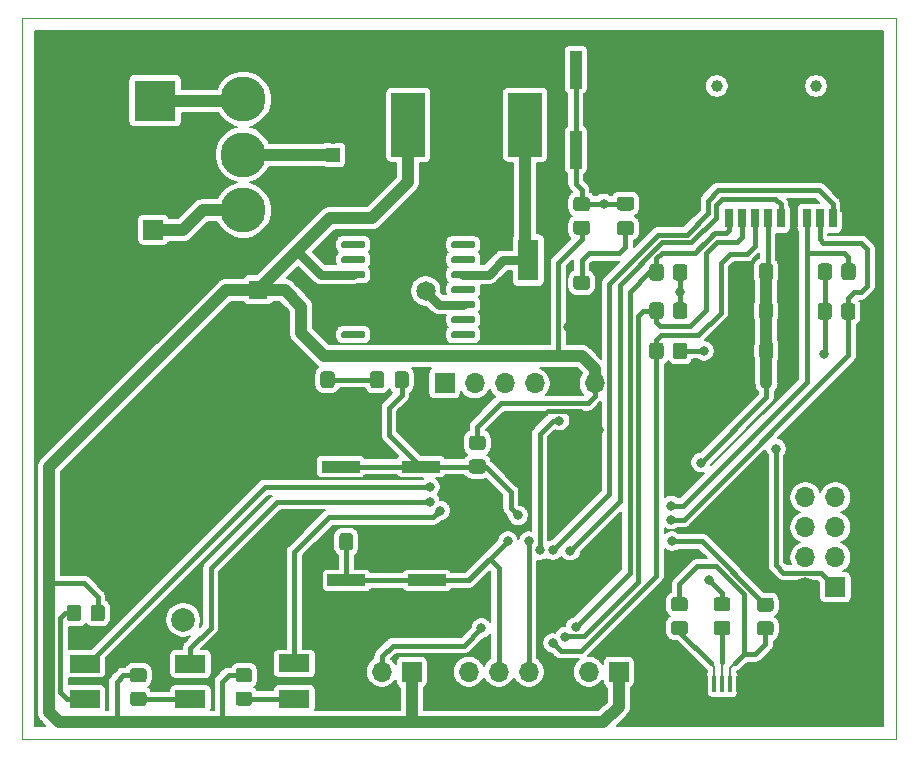
<source format=gbr>
%TF.GenerationSoftware,KiCad,Pcbnew,(5.1.6)-1*%
%TF.CreationDate,2020-11-04T18:23:40+01:00*%
%TF.ProjectId,rps_ki,7270735f-6b69-42e6-9b69-6361645f7063,rev?*%
%TF.SameCoordinates,Original*%
%TF.FileFunction,Copper,L1,Top*%
%TF.FilePolarity,Positive*%
%FSLAX46Y46*%
G04 Gerber Fmt 4.6, Leading zero omitted, Abs format (unit mm)*
G04 Created by KiCad (PCBNEW (5.1.6)-1) date 2020-11-04 18:23:40*
%MOMM*%
%LPD*%
G01*
G04 APERTURE LIST*
%TA.AperFunction,Profile*%
%ADD10C,0.050000*%
%TD*%
%TA.AperFunction,ComponentPad*%
%ADD11O,1.700000X1.700000*%
%TD*%
%TA.AperFunction,ComponentPad*%
%ADD12R,1.700000X1.700000*%
%TD*%
%TA.AperFunction,ComponentPad*%
%ADD13C,1.700000*%
%TD*%
%TA.AperFunction,ComponentPad*%
%ADD14R,3.500000X3.500000*%
%TD*%
%TA.AperFunction,SMDPad,CuDef*%
%ADD15R,3.200000X1.000000*%
%TD*%
%TA.AperFunction,SMDPad,CuDef*%
%ADD16R,1.000000X3.200000*%
%TD*%
%TA.AperFunction,ComponentPad*%
%ADD17C,3.810000*%
%TD*%
%TA.AperFunction,SMDPad,CuDef*%
%ADD18R,2.900000X5.400000*%
%TD*%
%TA.AperFunction,ComponentPad*%
%ADD19C,1.000000*%
%TD*%
%TA.AperFunction,SMDPad,CuDef*%
%ADD20R,1.200000X2.200000*%
%TD*%
%TA.AperFunction,SMDPad,CuDef*%
%ADD21R,1.200000X1.800000*%
%TD*%
%TA.AperFunction,SMDPad,CuDef*%
%ADD22R,1.600000X1.500000*%
%TD*%
%TA.AperFunction,SMDPad,CuDef*%
%ADD23R,0.700000X1.600000*%
%TD*%
%TA.AperFunction,SMDPad,CuDef*%
%ADD24R,1.000000X1.900000*%
%TD*%
%TA.AperFunction,SMDPad,CuDef*%
%ADD25R,1.800000X1.900000*%
%TD*%
%TA.AperFunction,SMDPad,CuDef*%
%ADD26R,1.650000X1.300000*%
%TD*%
%TA.AperFunction,SMDPad,CuDef*%
%ADD27R,1.425000X1.550000*%
%TD*%
%TA.AperFunction,SMDPad,CuDef*%
%ADD28R,0.450000X1.380000*%
%TD*%
%TA.AperFunction,SMDPad,CuDef*%
%ADD29R,2.600000X1.500000*%
%TD*%
%TA.AperFunction,SMDPad,CuDef*%
%ADD30R,1.800000X3.500000*%
%TD*%
%TA.AperFunction,ComponentPad*%
%ADD31C,1.600000*%
%TD*%
%TA.AperFunction,ComponentPad*%
%ADD32R,1.600000X1.600000*%
%TD*%
%TA.AperFunction,ComponentPad*%
%ADD33C,1.200000*%
%TD*%
%TA.AperFunction,ComponentPad*%
%ADD34R,1.200000X1.200000*%
%TD*%
%TA.AperFunction,ComponentPad*%
%ADD35C,2.000000*%
%TD*%
%TA.AperFunction,ViaPad*%
%ADD36C,0.800000*%
%TD*%
%TA.AperFunction,ViaPad*%
%ADD37C,1.651000*%
%TD*%
%TA.AperFunction,Conductor*%
%ADD38C,0.508000*%
%TD*%
%TA.AperFunction,Conductor*%
%ADD39C,0.406400*%
%TD*%
%TA.AperFunction,Conductor*%
%ADD40C,1.016000*%
%TD*%
%TA.AperFunction,Conductor*%
%ADD41C,0.762000*%
%TD*%
%TA.AperFunction,Conductor*%
%ADD42C,0.203200*%
%TD*%
G04 APERTURE END LIST*
D10*
X109485600Y-91656800D02*
X35485600Y-91656800D01*
X109485600Y-91656800D02*
X109485600Y-91656800D01*
X35485600Y-30656800D02*
X109485600Y-30656800D01*
X109485600Y-30656800D02*
X109485600Y-91656800D01*
X35485600Y-91656800D02*
X35485600Y-30656800D01*
D11*
%TO.P,J5,6*%
%TO.N,/SWO*%
X73304400Y-86004400D03*
%TO.P,J5,5*%
%TO.N,/NRST*%
X75844400Y-86004400D03*
%TO.P,J5,4*%
%TO.N,/SWDIO*%
X78384400Y-86004400D03*
%TO.P,J5,3*%
%TO.N,GND*%
X80924400Y-86004400D03*
%TO.P,J5,2*%
%TO.N,/SWCLK*%
X83464400Y-86004400D03*
D12*
%TO.P,J5,1*%
%TO.N,+3V3*%
X86004400Y-86004400D03*
%TD*%
D13*
%TO.P,J4,5*%
%TO.N,GND*%
X101803200Y-78841600D03*
D12*
%TO.P,J4,1*%
%TO.N,/ESP_TX*%
X104343200Y-78841600D03*
D11*
%TO.P,J4,6*%
%TO.N,N/C*%
X101803200Y-76301600D03*
%TO.P,J4,2*%
%TO.N,/ESP_CH_PD*%
X104343200Y-76301600D03*
%TO.P,J4,7*%
%TO.N,N/C*%
X101803200Y-73761600D03*
%TO.P,J4,3*%
%TO.N,/ESP_NRST*%
X104343200Y-73761600D03*
%TO.P,J4,8*%
%TO.N,/ESP_RX*%
X101803200Y-71221600D03*
%TO.P,J4,4*%
%TO.N,+3V3*%
X104343200Y-71221600D03*
%TD*%
%TO.P,J1,3*%
%TO.N,GND*%
%TA.AperFunction,ComponentPad*%
G36*
G01*
X41991600Y-43217800D02*
X41991600Y-41467800D01*
G75*
G02*
X42866600Y-40592800I875000J0D01*
G01*
X44616600Y-40592800D01*
G75*
G02*
X45491600Y-41467800I0J-875000D01*
G01*
X45491600Y-43217800D01*
G75*
G02*
X44616600Y-44092800I-875000J0D01*
G01*
X42866600Y-44092800D01*
G75*
G02*
X41991600Y-43217800I0J875000D01*
G01*
G37*
%TD.AperFunction*%
%TO.P,J1,2*%
%TA.AperFunction,ComponentPad*%
G36*
G01*
X39241600Y-38642800D02*
X39241600Y-36642800D01*
G75*
G02*
X39991600Y-35892800I750000J0D01*
G01*
X41491600Y-35892800D01*
G75*
G02*
X42241600Y-36642800I0J-750000D01*
G01*
X42241600Y-38642800D01*
G75*
G02*
X41491600Y-39392800I-750000J0D01*
G01*
X39991600Y-39392800D01*
G75*
G02*
X39241600Y-38642800I0J750000D01*
G01*
G37*
%TD.AperFunction*%
D14*
%TO.P,J1,1*%
%TO.N,/5V_DC*%
X46741600Y-37642800D03*
%TD*%
D15*
%TO.P,SW4,2*%
%TO.N,GND*%
X62440400Y-64617600D03*
X69240400Y-64617600D03*
%TO.P,SW4,1*%
%TO.N,/Button1*%
X69240400Y-68617600D03*
X62440400Y-68617600D03*
%TD*%
D16*
%TO.P,SW3,2*%
%TO.N,GND*%
X86360000Y-35001200D03*
X86360000Y-41801200D03*
%TO.P,SW3,1*%
%TO.N,/Button0*%
X82360000Y-41801200D03*
X82360000Y-35001200D03*
%TD*%
D15*
%TO.P,SW2,2*%
%TO.N,GND*%
X69744800Y-82264000D03*
X62944800Y-82264000D03*
%TO.P,SW2,1*%
%TO.N,/NRST*%
X62944800Y-78264000D03*
X69744800Y-78264000D03*
%TD*%
D17*
%TO.P,SW1,2*%
%TO.N,/V_IN*%
X54203600Y-42214800D03*
%TO.P,SW1,3*%
%TO.N,/5V_DC*%
X54203600Y-37514800D03*
%TO.P,SW1,1*%
%TO.N,/BAT_AA*%
X54203600Y-46914800D03*
%TD*%
%TO.P,R12,2*%
%TO.N,GND*%
%TA.AperFunction,SMDPad,CuDef*%
G36*
G01*
X82404799Y-54451200D02*
X83304801Y-54451200D01*
G75*
G02*
X83554800Y-54701199I0J-249999D01*
G01*
X83554800Y-55401201D01*
G75*
G02*
X83304801Y-55651200I-249999J0D01*
G01*
X82404799Y-55651200D01*
G75*
G02*
X82154800Y-55401201I0J249999D01*
G01*
X82154800Y-54701199D01*
G75*
G02*
X82404799Y-54451200I249999J0D01*
G01*
G37*
%TD.AperFunction*%
%TO.P,R12,1*%
%TO.N,Net-(C17-Pad1)*%
%TA.AperFunction,SMDPad,CuDef*%
G36*
G01*
X82404799Y-52451200D02*
X83304801Y-52451200D01*
G75*
G02*
X83554800Y-52701199I0J-249999D01*
G01*
X83554800Y-53401201D01*
G75*
G02*
X83304801Y-53651200I-249999J0D01*
G01*
X82404799Y-53651200D01*
G75*
G02*
X82154800Y-53401201I0J249999D01*
G01*
X82154800Y-52701199D01*
G75*
G02*
X82404799Y-52451200I249999J0D01*
G01*
G37*
%TD.AperFunction*%
%TD*%
D18*
%TO.P,L1,2*%
%TO.N,+3V3*%
X68173600Y-39674800D03*
%TO.P,L1,1*%
%TO.N,Net-(D1-Pad1)*%
X78073600Y-39674800D03*
%TD*%
D19*
%TO.P,J7,2*%
%TO.N,N/C*%
X94300800Y-36399600D03*
X102700800Y-36399600D03*
D20*
%TO.P,J7,11*%
%TO.N,GND*%
X105300800Y-36799600D03*
X89800800Y-36799600D03*
D21*
X105300800Y-46199600D03*
D22*
X91300800Y-46399600D03*
D23*
%TO.P,J7,9*%
%TO.N,/SD_CD*%
X104100800Y-47599600D03*
%TO.P,J7,5*%
%TO.N,/SD_CLK*%
X99700800Y-47599600D03*
%TO.P,J7,6*%
%TO.N,GND*%
X100800800Y-47599600D03*
%TO.P,J7,7*%
%TO.N,/SD_D0*%
X101900800Y-47599600D03*
%TO.P,J7,8*%
%TO.N,/SD_D1*%
X103000800Y-47599600D03*
%TO.P,J7,3*%
%TO.N,/SD_CMD*%
X97500800Y-47599600D03*
%TO.P,J7,4*%
%TO.N,+3V3*%
X98600800Y-47599600D03*
%TO.P,J7,1*%
%TO.N,/SD_D2*%
X95300800Y-47599600D03*
%TO.P,J7,2*%
%TO.N,/SD_D3*%
X96400800Y-47599600D03*
%TD*%
D11*
%TO.P,J6,6*%
%TO.N,+3V3*%
X83947000Y-61569600D03*
%TO.P,J6,5*%
%TO.N,GND*%
X81407000Y-61569600D03*
%TO.P,J6,4*%
%TO.N,/SPI_MOSI*%
X78867000Y-61569600D03*
%TO.P,J6,3*%
%TO.N,/SPI_SCK*%
X76327000Y-61569600D03*
%TO.P,J6,2*%
%TO.N,/SPI_MISO*%
X73787000Y-61569600D03*
D12*
%TO.P,J6,1*%
%TO.N,/SPI_CS*%
X71247000Y-61569600D03*
%TD*%
D11*
%TO.P,J3,3*%
%TO.N,GND*%
X63398400Y-86004400D03*
%TO.P,J3,2*%
%TO.N,/BOOT0*%
X65938400Y-86004400D03*
D12*
%TO.P,J3,1*%
%TO.N,+3V3*%
X68478400Y-86004400D03*
%TD*%
D24*
%TO.P,J2,6*%
%TO.N,GND*%
X96950700Y-89646200D03*
D25*
X94250700Y-89646200D03*
D26*
X98775700Y-89646200D03*
X92025700Y-89646200D03*
D27*
X97888200Y-87071200D03*
X92913200Y-87071200D03*
D28*
%TO.P,J2,5*%
X96700700Y-86986200D03*
%TO.P,J2,4*%
X96050700Y-86986200D03*
%TO.P,J2,3*%
%TO.N,Net-(J2-Pad3)*%
X95400700Y-86986200D03*
%TO.P,J2,2*%
%TO.N,Net-(J2-Pad2)*%
X94750700Y-86986200D03*
%TO.P,J2,1*%
%TO.N,Net-(J2-Pad1)*%
X94100700Y-86986200D03*
%TD*%
D29*
%TO.P,D4,2*%
%TO.N,Net-(D4-Pad2)*%
X40792400Y-88293200D03*
%TO.P,D4,1*%
%TO.N,/LED2*%
X40792400Y-85293200D03*
%TD*%
%TO.P,D3,2*%
%TO.N,Net-(D3-Pad2)*%
X49733200Y-88317200D03*
%TO.P,D3,1*%
%TO.N,/LED1*%
X49733200Y-85317200D03*
%TD*%
%TO.P,D2,2*%
%TO.N,Net-(D2-Pad2)*%
X58521600Y-88290400D03*
%TO.P,D2,1*%
%TO.N,/LED0*%
X58521600Y-85290400D03*
%TD*%
D30*
%TO.P,D1,2*%
%TO.N,GND*%
X78333600Y-56144800D03*
%TO.P,D1,1*%
%TO.N,Net-(D1-Pad1)*%
X78333600Y-51144800D03*
%TD*%
%TO.P,C17,2*%
%TO.N,/Button0*%
%TA.AperFunction,SMDPad,CuDef*%
G36*
G01*
X87038200Y-46946400D02*
X86088200Y-46946400D01*
G75*
G02*
X85838200Y-46696400I0J250000D01*
G01*
X85838200Y-46021400D01*
G75*
G02*
X86088200Y-45771400I250000J0D01*
G01*
X87038200Y-45771400D01*
G75*
G02*
X87288200Y-46021400I0J-250000D01*
G01*
X87288200Y-46696400D01*
G75*
G02*
X87038200Y-46946400I-250000J0D01*
G01*
G37*
%TD.AperFunction*%
%TO.P,C17,1*%
%TO.N,Net-(C17-Pad1)*%
%TA.AperFunction,SMDPad,CuDef*%
G36*
G01*
X87038200Y-49021400D02*
X86088200Y-49021400D01*
G75*
G02*
X85838200Y-48771400I0J250000D01*
G01*
X85838200Y-48096400D01*
G75*
G02*
X86088200Y-47846400I250000J0D01*
G01*
X87038200Y-47846400D01*
G75*
G02*
X87288200Y-48096400I0J-250000D01*
G01*
X87288200Y-48771400D01*
G75*
G02*
X87038200Y-49021400I-250000J0D01*
G01*
G37*
%TD.AperFunction*%
%TD*%
D31*
%TO.P,C2,2*%
%TO.N,GND*%
X55473600Y-56144800D03*
D32*
%TO.P,C2,1*%
%TO.N,+3V3*%
X55473600Y-53644800D03*
%TD*%
D33*
%TO.P,C1,2*%
%TO.N,GND*%
X61823600Y-40714800D03*
D34*
%TO.P,C1,1*%
%TO.N,/V_IN*%
X61823600Y-42214800D03*
%TD*%
%TO.P,U2,14*%
%TO.N,N/C*%
%TA.AperFunction,SMDPad,CuDef*%
G36*
G01*
X71798600Y-49984800D02*
X71798600Y-49684800D01*
G75*
G02*
X71948600Y-49534800I150000J0D01*
G01*
X73698600Y-49534800D01*
G75*
G02*
X73848600Y-49684800I0J-150000D01*
G01*
X73848600Y-49984800D01*
G75*
G02*
X73698600Y-50134800I-150000J0D01*
G01*
X71948600Y-50134800D01*
G75*
G02*
X71798600Y-49984800I0J150000D01*
G01*
G37*
%TD.AperFunction*%
%TO.P,U2,13*%
%TA.AperFunction,SMDPad,CuDef*%
G36*
G01*
X71798600Y-51254800D02*
X71798600Y-50954800D01*
G75*
G02*
X71948600Y-50804800I150000J0D01*
G01*
X73698600Y-50804800D01*
G75*
G02*
X73848600Y-50954800I0J-150000D01*
G01*
X73848600Y-51254800D01*
G75*
G02*
X73698600Y-51404800I-150000J0D01*
G01*
X71948600Y-51404800D01*
G75*
G02*
X71798600Y-51254800I0J150000D01*
G01*
G37*
%TD.AperFunction*%
%TO.P,U2,12*%
%TO.N,Net-(D1-Pad1)*%
%TA.AperFunction,SMDPad,CuDef*%
G36*
G01*
X71798600Y-52524800D02*
X71798600Y-52224800D01*
G75*
G02*
X71948600Y-52074800I150000J0D01*
G01*
X73698600Y-52074800D01*
G75*
G02*
X73848600Y-52224800I0J-150000D01*
G01*
X73848600Y-52524800D01*
G75*
G02*
X73698600Y-52674800I-150000J0D01*
G01*
X71948600Y-52674800D01*
G75*
G02*
X71798600Y-52524800I0J150000D01*
G01*
G37*
%TD.AperFunction*%
%TO.P,U2,11*%
%TO.N,N/C*%
%TA.AperFunction,SMDPad,CuDef*%
G36*
G01*
X71798600Y-53794800D02*
X71798600Y-53494800D01*
G75*
G02*
X71948600Y-53344800I150000J0D01*
G01*
X73698600Y-53344800D01*
G75*
G02*
X73848600Y-53494800I0J-150000D01*
G01*
X73848600Y-53794800D01*
G75*
G02*
X73698600Y-53944800I-150000J0D01*
G01*
X71948600Y-53944800D01*
G75*
G02*
X71798600Y-53794800I0J150000D01*
G01*
G37*
%TD.AperFunction*%
%TO.P,U2,10*%
%TO.N,/V_IN*%
%TA.AperFunction,SMDPad,CuDef*%
G36*
G01*
X71798600Y-55064800D02*
X71798600Y-54764800D01*
G75*
G02*
X71948600Y-54614800I150000J0D01*
G01*
X73698600Y-54614800D01*
G75*
G02*
X73848600Y-54764800I0J-150000D01*
G01*
X73848600Y-55064800D01*
G75*
G02*
X73698600Y-55214800I-150000J0D01*
G01*
X71948600Y-55214800D01*
G75*
G02*
X71798600Y-55064800I0J150000D01*
G01*
G37*
%TD.AperFunction*%
%TO.P,U2,9*%
%TO.N,N/C*%
%TA.AperFunction,SMDPad,CuDef*%
G36*
G01*
X71798600Y-56334800D02*
X71798600Y-56034800D01*
G75*
G02*
X71948600Y-55884800I150000J0D01*
G01*
X73698600Y-55884800D01*
G75*
G02*
X73848600Y-56034800I0J-150000D01*
G01*
X73848600Y-56334800D01*
G75*
G02*
X73698600Y-56484800I-150000J0D01*
G01*
X71948600Y-56484800D01*
G75*
G02*
X71798600Y-56334800I0J150000D01*
G01*
G37*
%TD.AperFunction*%
%TO.P,U2,8*%
%TA.AperFunction,SMDPad,CuDef*%
G36*
G01*
X71798600Y-57604800D02*
X71798600Y-57304800D01*
G75*
G02*
X71948600Y-57154800I150000J0D01*
G01*
X73698600Y-57154800D01*
G75*
G02*
X73848600Y-57304800I0J-150000D01*
G01*
X73848600Y-57604800D01*
G75*
G02*
X73698600Y-57754800I-150000J0D01*
G01*
X71948600Y-57754800D01*
G75*
G02*
X71798600Y-57604800I0J150000D01*
G01*
G37*
%TD.AperFunction*%
%TO.P,U2,7*%
%TA.AperFunction,SMDPad,CuDef*%
G36*
G01*
X62498600Y-57604800D02*
X62498600Y-57304800D01*
G75*
G02*
X62648600Y-57154800I150000J0D01*
G01*
X64398600Y-57154800D01*
G75*
G02*
X64548600Y-57304800I0J-150000D01*
G01*
X64548600Y-57604800D01*
G75*
G02*
X64398600Y-57754800I-150000J0D01*
G01*
X62648600Y-57754800D01*
G75*
G02*
X62498600Y-57604800I0J150000D01*
G01*
G37*
%TD.AperFunction*%
%TO.P,U2,6*%
%TO.N,GND*%
%TA.AperFunction,SMDPad,CuDef*%
G36*
G01*
X62498600Y-56334800D02*
X62498600Y-56034800D01*
G75*
G02*
X62648600Y-55884800I150000J0D01*
G01*
X64398600Y-55884800D01*
G75*
G02*
X64548600Y-56034800I0J-150000D01*
G01*
X64548600Y-56334800D01*
G75*
G02*
X64398600Y-56484800I-150000J0D01*
G01*
X62648600Y-56484800D01*
G75*
G02*
X62498600Y-56334800I0J150000D01*
G01*
G37*
%TD.AperFunction*%
%TO.P,U2,5*%
%TA.AperFunction,SMDPad,CuDef*%
G36*
G01*
X62498600Y-55064800D02*
X62498600Y-54764800D01*
G75*
G02*
X62648600Y-54614800I150000J0D01*
G01*
X64398600Y-54614800D01*
G75*
G02*
X64548600Y-54764800I0J-150000D01*
G01*
X64548600Y-55064800D01*
G75*
G02*
X64398600Y-55214800I-150000J0D01*
G01*
X62648600Y-55214800D01*
G75*
G02*
X62498600Y-55064800I0J150000D01*
G01*
G37*
%TD.AperFunction*%
%TO.P,U2,4*%
%TA.AperFunction,SMDPad,CuDef*%
G36*
G01*
X62498600Y-53794800D02*
X62498600Y-53494800D01*
G75*
G02*
X62648600Y-53344800I150000J0D01*
G01*
X64398600Y-53344800D01*
G75*
G02*
X64548600Y-53494800I0J-150000D01*
G01*
X64548600Y-53794800D01*
G75*
G02*
X64398600Y-53944800I-150000J0D01*
G01*
X62648600Y-53944800D01*
G75*
G02*
X62498600Y-53794800I0J150000D01*
G01*
G37*
%TD.AperFunction*%
%TO.P,U2,3*%
%TO.N,+3V3*%
%TA.AperFunction,SMDPad,CuDef*%
G36*
G01*
X62498600Y-52524800D02*
X62498600Y-52224800D01*
G75*
G02*
X62648600Y-52074800I150000J0D01*
G01*
X64398600Y-52074800D01*
G75*
G02*
X64548600Y-52224800I0J-150000D01*
G01*
X64548600Y-52524800D01*
G75*
G02*
X64398600Y-52674800I-150000J0D01*
G01*
X62648600Y-52674800D01*
G75*
G02*
X62498600Y-52524800I0J150000D01*
G01*
G37*
%TD.AperFunction*%
%TO.P,U2,2*%
%TO.N,N/C*%
%TA.AperFunction,SMDPad,CuDef*%
G36*
G01*
X62498600Y-51254800D02*
X62498600Y-50954800D01*
G75*
G02*
X62648600Y-50804800I150000J0D01*
G01*
X64398600Y-50804800D01*
G75*
G02*
X64548600Y-50954800I0J-150000D01*
G01*
X64548600Y-51254800D01*
G75*
G02*
X64398600Y-51404800I-150000J0D01*
G01*
X62648600Y-51404800D01*
G75*
G02*
X62498600Y-51254800I0J150000D01*
G01*
G37*
%TD.AperFunction*%
%TO.P,U2,1*%
%TA.AperFunction,SMDPad,CuDef*%
G36*
G01*
X62498600Y-49984800D02*
X62498600Y-49684800D01*
G75*
G02*
X62648600Y-49534800I150000J0D01*
G01*
X64398600Y-49534800D01*
G75*
G02*
X64548600Y-49684800I0J-150000D01*
G01*
X64548600Y-49984800D01*
G75*
G02*
X64398600Y-50134800I-150000J0D01*
G01*
X62648600Y-50134800D01*
G75*
G02*
X62498600Y-49984800I0J150000D01*
G01*
G37*
%TD.AperFunction*%
%TD*%
%TO.P,R17,2*%
%TO.N,+3V3*%
%TA.AperFunction,SMDPad,CuDef*%
G36*
G01*
X41278000Y-81476001D02*
X41278000Y-80575999D01*
G75*
G02*
X41527999Y-80326000I249999J0D01*
G01*
X42228001Y-80326000D01*
G75*
G02*
X42478000Y-80575999I0J-249999D01*
G01*
X42478000Y-81476001D01*
G75*
G02*
X42228001Y-81726000I-249999J0D01*
G01*
X41527999Y-81726000D01*
G75*
G02*
X41278000Y-81476001I0J249999D01*
G01*
G37*
%TD.AperFunction*%
%TO.P,R17,1*%
%TO.N,Net-(D4-Pad2)*%
%TA.AperFunction,SMDPad,CuDef*%
G36*
G01*
X39278000Y-81476001D02*
X39278000Y-80575999D01*
G75*
G02*
X39527999Y-80326000I249999J0D01*
G01*
X40228001Y-80326000D01*
G75*
G02*
X40478000Y-80575999I0J-249999D01*
G01*
X40478000Y-81476001D01*
G75*
G02*
X40228001Y-81726000I-249999J0D01*
G01*
X39527999Y-81726000D01*
G75*
G02*
X39278000Y-81476001I0J249999D01*
G01*
G37*
%TD.AperFunction*%
%TD*%
%TO.P,R16,2*%
%TO.N,+3V3*%
%TA.AperFunction,SMDPad,CuDef*%
G36*
G01*
X45763601Y-86890400D02*
X44863599Y-86890400D01*
G75*
G02*
X44613600Y-86640401I0J249999D01*
G01*
X44613600Y-85940399D01*
G75*
G02*
X44863599Y-85690400I249999J0D01*
G01*
X45763601Y-85690400D01*
G75*
G02*
X46013600Y-85940399I0J-249999D01*
G01*
X46013600Y-86640401D01*
G75*
G02*
X45763601Y-86890400I-249999J0D01*
G01*
G37*
%TD.AperFunction*%
%TO.P,R16,1*%
%TO.N,Net-(D3-Pad2)*%
%TA.AperFunction,SMDPad,CuDef*%
G36*
G01*
X45763601Y-88890400D02*
X44863599Y-88890400D01*
G75*
G02*
X44613600Y-88640401I0J249999D01*
G01*
X44613600Y-87940399D01*
G75*
G02*
X44863599Y-87690400I249999J0D01*
G01*
X45763601Y-87690400D01*
G75*
G02*
X46013600Y-87940399I0J-249999D01*
G01*
X46013600Y-88640401D01*
G75*
G02*
X45763601Y-88890400I-249999J0D01*
G01*
G37*
%TD.AperFunction*%
%TD*%
%TO.P,R15,2*%
%TO.N,+3V3*%
%TA.AperFunction,SMDPad,CuDef*%
G36*
G01*
X54704401Y-86874400D02*
X53804399Y-86874400D01*
G75*
G02*
X53554400Y-86624401I0J249999D01*
G01*
X53554400Y-85924399D01*
G75*
G02*
X53804399Y-85674400I249999J0D01*
G01*
X54704401Y-85674400D01*
G75*
G02*
X54954400Y-85924399I0J-249999D01*
G01*
X54954400Y-86624401D01*
G75*
G02*
X54704401Y-86874400I-249999J0D01*
G01*
G37*
%TD.AperFunction*%
%TO.P,R15,1*%
%TO.N,Net-(D2-Pad2)*%
%TA.AperFunction,SMDPad,CuDef*%
G36*
G01*
X54704401Y-88874400D02*
X53804399Y-88874400D01*
G75*
G02*
X53554400Y-88624401I0J249999D01*
G01*
X53554400Y-87924399D01*
G75*
G02*
X53804399Y-87674400I249999J0D01*
G01*
X54704401Y-87674400D01*
G75*
G02*
X54954400Y-87924399I0J-249999D01*
G01*
X54954400Y-88624401D01*
G75*
G02*
X54704401Y-88874400I-249999J0D01*
G01*
G37*
%TD.AperFunction*%
%TD*%
%TO.P,R14,2*%
%TO.N,GND*%
%TA.AperFunction,SMDPad,CuDef*%
G36*
G01*
X59934400Y-60814799D02*
X59934400Y-61714801D01*
G75*
G02*
X59684401Y-61964800I-249999J0D01*
G01*
X58984399Y-61964800D01*
G75*
G02*
X58734400Y-61714801I0J249999D01*
G01*
X58734400Y-60814799D01*
G75*
G02*
X58984399Y-60564800I249999J0D01*
G01*
X59684401Y-60564800D01*
G75*
G02*
X59934400Y-60814799I0J-249999D01*
G01*
G37*
%TD.AperFunction*%
%TO.P,R14,1*%
%TO.N,Net-(C18-Pad1)*%
%TA.AperFunction,SMDPad,CuDef*%
G36*
G01*
X61934400Y-60814799D02*
X61934400Y-61714801D01*
G75*
G02*
X61684401Y-61964800I-249999J0D01*
G01*
X60984399Y-61964800D01*
G75*
G02*
X60734400Y-61714801I0J249999D01*
G01*
X60734400Y-60814799D01*
G75*
G02*
X60984399Y-60564800I249999J0D01*
G01*
X61684401Y-60564800D01*
G75*
G02*
X61934400Y-60814799I0J-249999D01*
G01*
G37*
%TD.AperFunction*%
%TD*%
%TO.P,R13,2*%
%TO.N,/Button1*%
%TA.AperFunction,SMDPad,CuDef*%
G36*
G01*
X73565599Y-68014800D02*
X74465601Y-68014800D01*
G75*
G02*
X74715600Y-68264799I0J-249999D01*
G01*
X74715600Y-68964801D01*
G75*
G02*
X74465601Y-69214800I-249999J0D01*
G01*
X73565599Y-69214800D01*
G75*
G02*
X73315600Y-68964801I0J249999D01*
G01*
X73315600Y-68264799D01*
G75*
G02*
X73565599Y-68014800I249999J0D01*
G01*
G37*
%TD.AperFunction*%
%TO.P,R13,1*%
%TO.N,+3V3*%
%TA.AperFunction,SMDPad,CuDef*%
G36*
G01*
X73565599Y-66014800D02*
X74465601Y-66014800D01*
G75*
G02*
X74715600Y-66264799I0J-249999D01*
G01*
X74715600Y-66964801D01*
G75*
G02*
X74465601Y-67214800I-249999J0D01*
G01*
X73565599Y-67214800D01*
G75*
G02*
X73315600Y-66964801I0J249999D01*
G01*
X73315600Y-66264799D01*
G75*
G02*
X73565599Y-66014800I249999J0D01*
G01*
G37*
%TD.AperFunction*%
%TD*%
%TO.P,R11,2*%
%TO.N,/Button0*%
%TA.AperFunction,SMDPad,CuDef*%
G36*
G01*
X83304801Y-46996400D02*
X82404799Y-46996400D01*
G75*
G02*
X82154800Y-46746401I0J249999D01*
G01*
X82154800Y-46046399D01*
G75*
G02*
X82404799Y-45796400I249999J0D01*
G01*
X83304801Y-45796400D01*
G75*
G02*
X83554800Y-46046399I0J-249999D01*
G01*
X83554800Y-46746401D01*
G75*
G02*
X83304801Y-46996400I-249999J0D01*
G01*
G37*
%TD.AperFunction*%
%TO.P,R11,1*%
%TO.N,+3V3*%
%TA.AperFunction,SMDPad,CuDef*%
G36*
G01*
X83304801Y-48996400D02*
X82404799Y-48996400D01*
G75*
G02*
X82154800Y-48746401I0J249999D01*
G01*
X82154800Y-48046399D01*
G75*
G02*
X82404799Y-47796400I249999J0D01*
G01*
X83304801Y-47796400D01*
G75*
G02*
X83554800Y-48046399I0J-249999D01*
G01*
X83554800Y-48746401D01*
G75*
G02*
X83304801Y-48996400I-249999J0D01*
G01*
G37*
%TD.AperFunction*%
%TD*%
%TO.P,R10,2*%
%TO.N,/SD_D2*%
%TA.AperFunction,SMDPad,CuDef*%
G36*
G01*
X89786000Y-51721599D02*
X89786000Y-52621601D01*
G75*
G02*
X89536001Y-52871600I-249999J0D01*
G01*
X88835999Y-52871600D01*
G75*
G02*
X88586000Y-52621601I0J249999D01*
G01*
X88586000Y-51721599D01*
G75*
G02*
X88835999Y-51471600I249999J0D01*
G01*
X89536001Y-51471600D01*
G75*
G02*
X89786000Y-51721599I0J-249999D01*
G01*
G37*
%TD.AperFunction*%
%TO.P,R10,1*%
%TO.N,+3V3*%
%TA.AperFunction,SMDPad,CuDef*%
G36*
G01*
X91786000Y-51721599D02*
X91786000Y-52621601D01*
G75*
G02*
X91536001Y-52871600I-249999J0D01*
G01*
X90835999Y-52871600D01*
G75*
G02*
X90586000Y-52621601I0J249999D01*
G01*
X90586000Y-51721599D01*
G75*
G02*
X90835999Y-51471600I249999J0D01*
G01*
X91536001Y-51471600D01*
G75*
G02*
X91786000Y-51721599I0J-249999D01*
G01*
G37*
%TD.AperFunction*%
%TD*%
%TO.P,R9,2*%
%TO.N,+3V3*%
%TA.AperFunction,SMDPad,CuDef*%
G36*
G01*
X104028800Y-55023599D02*
X104028800Y-55923601D01*
G75*
G02*
X103778801Y-56173600I-249999J0D01*
G01*
X103078799Y-56173600D01*
G75*
G02*
X102828800Y-55923601I0J249999D01*
G01*
X102828800Y-55023599D01*
G75*
G02*
X103078799Y-54773600I249999J0D01*
G01*
X103778801Y-54773600D01*
G75*
G02*
X104028800Y-55023599I0J-249999D01*
G01*
G37*
%TD.AperFunction*%
%TO.P,R9,1*%
%TO.N,/SD_D1*%
%TA.AperFunction,SMDPad,CuDef*%
G36*
G01*
X106028800Y-55023599D02*
X106028800Y-55923601D01*
G75*
G02*
X105778801Y-56173600I-249999J0D01*
G01*
X105078799Y-56173600D01*
G75*
G02*
X104828800Y-55923601I0J249999D01*
G01*
X104828800Y-55023599D01*
G75*
G02*
X105078799Y-54773600I249999J0D01*
G01*
X105778801Y-54773600D01*
G75*
G02*
X106028800Y-55023599I0J-249999D01*
G01*
G37*
%TD.AperFunction*%
%TD*%
%TO.P,R8,2*%
%TO.N,/SD_D3*%
%TA.AperFunction,SMDPad,CuDef*%
G36*
G01*
X89786000Y-54972799D02*
X89786000Y-55872801D01*
G75*
G02*
X89536001Y-56122800I-249999J0D01*
G01*
X88835999Y-56122800D01*
G75*
G02*
X88586000Y-55872801I0J249999D01*
G01*
X88586000Y-54972799D01*
G75*
G02*
X88835999Y-54722800I249999J0D01*
G01*
X89536001Y-54722800D01*
G75*
G02*
X89786000Y-54972799I0J-249999D01*
G01*
G37*
%TD.AperFunction*%
%TO.P,R8,1*%
%TO.N,+3V3*%
%TA.AperFunction,SMDPad,CuDef*%
G36*
G01*
X91786000Y-54972799D02*
X91786000Y-55872801D01*
G75*
G02*
X91536001Y-56122800I-249999J0D01*
G01*
X90835999Y-56122800D01*
G75*
G02*
X90586000Y-55872801I0J249999D01*
G01*
X90586000Y-54972799D01*
G75*
G02*
X90835999Y-54722800I249999J0D01*
G01*
X91536001Y-54722800D01*
G75*
G02*
X91786000Y-54972799I0J-249999D01*
G01*
G37*
%TD.AperFunction*%
%TD*%
%TO.P,R7,2*%
%TO.N,+3V3*%
%TA.AperFunction,SMDPad,CuDef*%
G36*
G01*
X104044800Y-51670799D02*
X104044800Y-52570801D01*
G75*
G02*
X103794801Y-52820800I-249999J0D01*
G01*
X103094799Y-52820800D01*
G75*
G02*
X102844800Y-52570801I0J249999D01*
G01*
X102844800Y-51670799D01*
G75*
G02*
X103094799Y-51420800I249999J0D01*
G01*
X103794801Y-51420800D01*
G75*
G02*
X104044800Y-51670799I0J-249999D01*
G01*
G37*
%TD.AperFunction*%
%TO.P,R7,1*%
%TO.N,/SD_D0*%
%TA.AperFunction,SMDPad,CuDef*%
G36*
G01*
X106044800Y-51670799D02*
X106044800Y-52570801D01*
G75*
G02*
X105794801Y-52820800I-249999J0D01*
G01*
X105094799Y-52820800D01*
G75*
G02*
X104844800Y-52570801I0J249999D01*
G01*
X104844800Y-51670799D01*
G75*
G02*
X105094799Y-51420800I249999J0D01*
G01*
X105794801Y-51420800D01*
G75*
G02*
X106044800Y-51670799I0J-249999D01*
G01*
G37*
%TD.AperFunction*%
%TD*%
%TO.P,R6,2*%
%TO.N,/SD_CMD*%
%TA.AperFunction,SMDPad,CuDef*%
G36*
G01*
X89786000Y-58376399D02*
X89786000Y-59276401D01*
G75*
G02*
X89536001Y-59526400I-249999J0D01*
G01*
X88835999Y-59526400D01*
G75*
G02*
X88586000Y-59276401I0J249999D01*
G01*
X88586000Y-58376399D01*
G75*
G02*
X88835999Y-58126400I249999J0D01*
G01*
X89536001Y-58126400D01*
G75*
G02*
X89786000Y-58376399I0J-249999D01*
G01*
G37*
%TD.AperFunction*%
%TO.P,R6,1*%
%TO.N,+3V3*%
%TA.AperFunction,SMDPad,CuDef*%
G36*
G01*
X91786000Y-58376399D02*
X91786000Y-59276401D01*
G75*
G02*
X91536001Y-59526400I-249999J0D01*
G01*
X90835999Y-59526400D01*
G75*
G02*
X90586000Y-59276401I0J249999D01*
G01*
X90586000Y-58376399D01*
G75*
G02*
X90835999Y-58126400I249999J0D01*
G01*
X91536001Y-58126400D01*
G75*
G02*
X91786000Y-58376399I0J-249999D01*
G01*
G37*
%TD.AperFunction*%
%TD*%
%TO.P,R3,2*%
%TO.N,Net-(J2-Pad3)*%
%TA.AperFunction,SMDPad,CuDef*%
G36*
G01*
X91585201Y-80880000D02*
X90685199Y-80880000D01*
G75*
G02*
X90435200Y-80630001I0J249999D01*
G01*
X90435200Y-79929999D01*
G75*
G02*
X90685199Y-79680000I249999J0D01*
G01*
X91585201Y-79680000D01*
G75*
G02*
X91835200Y-79929999I0J-249999D01*
G01*
X91835200Y-80630001D01*
G75*
G02*
X91585201Y-80880000I-249999J0D01*
G01*
G37*
%TD.AperFunction*%
%TO.P,R3,1*%
%TO.N,Net-(J2-Pad1)*%
%TA.AperFunction,SMDPad,CuDef*%
G36*
G01*
X91585201Y-82880000D02*
X90685199Y-82880000D01*
G75*
G02*
X90435200Y-82630001I0J249999D01*
G01*
X90435200Y-81929999D01*
G75*
G02*
X90685199Y-81680000I249999J0D01*
G01*
X91585201Y-81680000D01*
G75*
G02*
X91835200Y-81929999I0J-249999D01*
G01*
X91835200Y-82630001D01*
G75*
G02*
X91585201Y-82880000I-249999J0D01*
G01*
G37*
%TD.AperFunction*%
%TD*%
%TO.P,R2,2*%
%TO.N,/USB_D-*%
%TA.AperFunction,SMDPad,CuDef*%
G36*
G01*
X95192001Y-80880000D02*
X94291999Y-80880000D01*
G75*
G02*
X94042000Y-80630001I0J249999D01*
G01*
X94042000Y-79929999D01*
G75*
G02*
X94291999Y-79680000I249999J0D01*
G01*
X95192001Y-79680000D01*
G75*
G02*
X95442000Y-79929999I0J-249999D01*
G01*
X95442000Y-80630001D01*
G75*
G02*
X95192001Y-80880000I-249999J0D01*
G01*
G37*
%TD.AperFunction*%
%TO.P,R2,1*%
%TO.N,Net-(J2-Pad2)*%
%TA.AperFunction,SMDPad,CuDef*%
G36*
G01*
X95192001Y-82880000D02*
X94291999Y-82880000D01*
G75*
G02*
X94042000Y-82630001I0J249999D01*
G01*
X94042000Y-81929999D01*
G75*
G02*
X94291999Y-81680000I249999J0D01*
G01*
X95192001Y-81680000D01*
G75*
G02*
X95442000Y-81929999I0J-249999D01*
G01*
X95442000Y-82630001D01*
G75*
G02*
X95192001Y-82880000I-249999J0D01*
G01*
G37*
%TD.AperFunction*%
%TD*%
%TO.P,R1,2*%
%TO.N,/USB_D+*%
%TA.AperFunction,SMDPad,CuDef*%
G36*
G01*
X98849601Y-80914800D02*
X97949599Y-80914800D01*
G75*
G02*
X97699600Y-80664801I0J249999D01*
G01*
X97699600Y-79964799D01*
G75*
G02*
X97949599Y-79714800I249999J0D01*
G01*
X98849601Y-79714800D01*
G75*
G02*
X99099600Y-79964799I0J-249999D01*
G01*
X99099600Y-80664801D01*
G75*
G02*
X98849601Y-80914800I-249999J0D01*
G01*
G37*
%TD.AperFunction*%
%TO.P,R1,1*%
%TO.N,Net-(J2-Pad3)*%
%TA.AperFunction,SMDPad,CuDef*%
G36*
G01*
X98849601Y-82914800D02*
X97949599Y-82914800D01*
G75*
G02*
X97699600Y-82664801I0J249999D01*
G01*
X97699600Y-81964799D01*
G75*
G02*
X97949599Y-81714800I249999J0D01*
G01*
X98849601Y-81714800D01*
G75*
G02*
X99099600Y-81964799I0J-249999D01*
G01*
X99099600Y-82664801D01*
G75*
G02*
X98849601Y-82914800I-249999J0D01*
G01*
G37*
%TD.AperFunction*%
%TD*%
%TO.P,C18,2*%
%TO.N,/Button1*%
%TA.AperFunction,SMDPad,CuDef*%
G36*
G01*
X67027300Y-61739800D02*
X67027300Y-60789800D01*
G75*
G02*
X67277300Y-60539800I250000J0D01*
G01*
X67952300Y-60539800D01*
G75*
G02*
X68202300Y-60789800I0J-250000D01*
G01*
X68202300Y-61739800D01*
G75*
G02*
X67952300Y-61989800I-250000J0D01*
G01*
X67277300Y-61989800D01*
G75*
G02*
X67027300Y-61739800I0J250000D01*
G01*
G37*
%TD.AperFunction*%
%TO.P,C18,1*%
%TO.N,Net-(C18-Pad1)*%
%TA.AperFunction,SMDPad,CuDef*%
G36*
G01*
X64952300Y-61739800D02*
X64952300Y-60789800D01*
G75*
G02*
X65202300Y-60539800I250000J0D01*
G01*
X65877300Y-60539800D01*
G75*
G02*
X66127300Y-60789800I0J-250000D01*
G01*
X66127300Y-61739800D01*
G75*
G02*
X65877300Y-61989800I-250000J0D01*
G01*
X65202300Y-61989800D01*
G75*
G02*
X64952300Y-61739800I0J250000D01*
G01*
G37*
%TD.AperFunction*%
%TD*%
%TO.P,C14,2*%
%TO.N,GND*%
%TA.AperFunction,SMDPad,CuDef*%
G36*
G01*
X64407200Y-75455800D02*
X64407200Y-74505800D01*
G75*
G02*
X64657200Y-74255800I250000J0D01*
G01*
X65332200Y-74255800D01*
G75*
G02*
X65582200Y-74505800I0J-250000D01*
G01*
X65582200Y-75455800D01*
G75*
G02*
X65332200Y-75705800I-250000J0D01*
G01*
X64657200Y-75705800D01*
G75*
G02*
X64407200Y-75455800I0J250000D01*
G01*
G37*
%TD.AperFunction*%
%TO.P,C14,1*%
%TO.N,/NRST*%
%TA.AperFunction,SMDPad,CuDef*%
G36*
G01*
X62332200Y-75455800D02*
X62332200Y-74505800D01*
G75*
G02*
X62582200Y-74255800I250000J0D01*
G01*
X63257200Y-74255800D01*
G75*
G02*
X63507200Y-74505800I0J-250000D01*
G01*
X63507200Y-75455800D01*
G75*
G02*
X63257200Y-75705800I-250000J0D01*
G01*
X62582200Y-75705800D01*
G75*
G02*
X62332200Y-75455800I0J250000D01*
G01*
G37*
%TD.AperFunction*%
%TD*%
%TO.P,C11,2*%
%TO.N,GND*%
%TA.AperFunction,SMDPad,CuDef*%
G36*
G01*
X96984400Y-51645800D02*
X96984400Y-52595800D01*
G75*
G02*
X96734400Y-52845800I-250000J0D01*
G01*
X96059400Y-52845800D01*
G75*
G02*
X95809400Y-52595800I0J250000D01*
G01*
X95809400Y-51645800D01*
G75*
G02*
X96059400Y-51395800I250000J0D01*
G01*
X96734400Y-51395800D01*
G75*
G02*
X96984400Y-51645800I0J-250000D01*
G01*
G37*
%TD.AperFunction*%
%TO.P,C11,1*%
%TO.N,+3V3*%
%TA.AperFunction,SMDPad,CuDef*%
G36*
G01*
X99059400Y-51645800D02*
X99059400Y-52595800D01*
G75*
G02*
X98809400Y-52845800I-250000J0D01*
G01*
X98134400Y-52845800D01*
G75*
G02*
X97884400Y-52595800I0J250000D01*
G01*
X97884400Y-51645800D01*
G75*
G02*
X98134400Y-51395800I250000J0D01*
G01*
X98809400Y-51395800D01*
G75*
G02*
X99059400Y-51645800I0J-250000D01*
G01*
G37*
%TD.AperFunction*%
%TD*%
%TO.P,C9,2*%
%TO.N,GND*%
%TA.AperFunction,SMDPad,CuDef*%
G36*
G01*
X97005900Y-58351400D02*
X97005900Y-59301400D01*
G75*
G02*
X96755900Y-59551400I-250000J0D01*
G01*
X96080900Y-59551400D01*
G75*
G02*
X95830900Y-59301400I0J250000D01*
G01*
X95830900Y-58351400D01*
G75*
G02*
X96080900Y-58101400I250000J0D01*
G01*
X96755900Y-58101400D01*
G75*
G02*
X97005900Y-58351400I0J-250000D01*
G01*
G37*
%TD.AperFunction*%
%TO.P,C9,1*%
%TO.N,+3V3*%
%TA.AperFunction,SMDPad,CuDef*%
G36*
G01*
X99080900Y-58351400D02*
X99080900Y-59301400D01*
G75*
G02*
X98830900Y-59551400I-250000J0D01*
G01*
X98155900Y-59551400D01*
G75*
G02*
X97905900Y-59301400I0J250000D01*
G01*
X97905900Y-58351400D01*
G75*
G02*
X98155900Y-58101400I250000J0D01*
G01*
X98830900Y-58101400D01*
G75*
G02*
X99080900Y-58351400I0J-250000D01*
G01*
G37*
%TD.AperFunction*%
%TD*%
%TO.P,C7,2*%
%TO.N,GND*%
%TA.AperFunction,SMDPad,CuDef*%
G36*
G01*
X96962900Y-54947800D02*
X96962900Y-55897800D01*
G75*
G02*
X96712900Y-56147800I-250000J0D01*
G01*
X96037900Y-56147800D01*
G75*
G02*
X95787900Y-55897800I0J250000D01*
G01*
X95787900Y-54947800D01*
G75*
G02*
X96037900Y-54697800I250000J0D01*
G01*
X96712900Y-54697800D01*
G75*
G02*
X96962900Y-54947800I0J-250000D01*
G01*
G37*
%TD.AperFunction*%
%TO.P,C7,1*%
%TO.N,+3V3*%
%TA.AperFunction,SMDPad,CuDef*%
G36*
G01*
X99037900Y-54947800D02*
X99037900Y-55897800D01*
G75*
G02*
X98787900Y-56147800I-250000J0D01*
G01*
X98112900Y-56147800D01*
G75*
G02*
X97862900Y-55897800I0J250000D01*
G01*
X97862900Y-54947800D01*
G75*
G02*
X98112900Y-54697800I250000J0D01*
G01*
X98787900Y-54697800D01*
G75*
G02*
X99037900Y-54947800I0J-250000D01*
G01*
G37*
%TD.AperFunction*%
%TD*%
D35*
%TO.P,BT2,2*%
%TO.N,GND*%
X49123600Y-61584800D03*
%TO.P,BT2,1*%
%TO.N,/BAT_RTC*%
X49123600Y-81584800D03*
%TD*%
D11*
%TO.P,BT1,2*%
%TO.N,GND*%
X46583600Y-51104800D03*
D12*
%TO.P,BT1,1*%
%TO.N,/BAT_AA*%
X46583600Y-48564800D03*
%TD*%
D36*
%TO.N,GND*%
X94589600Y-57048400D03*
X100736400Y-50088800D03*
X81737200Y-56794400D03*
X74371200Y-80568800D03*
X65481200Y-66802000D03*
X68935600Y-66649600D03*
X78079600Y-70358000D03*
X84328000Y-65522400D03*
X92710000Y-66344800D03*
D37*
%TO.N,/V_IN*%
X69646800Y-53746400D03*
D36*
%TO.N,+3V3*%
X98501200Y-61569600D03*
X93218000Y-58826400D03*
X91186000Y-53848000D03*
X103378000Y-59080400D03*
X92964000Y-68275200D03*
%TO.N,/NRST*%
X76606400Y-74930000D03*
%TO.N,/USB_D+*%
X90474800Y-74930000D03*
%TO.N,/USB_D-*%
X93624400Y-78232000D03*
%TO.N,/SD_CMD*%
X80416400Y-83566000D03*
%TO.N,/SD_D0*%
X90424000Y-71932800D03*
%TO.N,/SD_D3*%
X81483200Y-83007200D03*
%TO.N,/SD_D1*%
X90424000Y-73101200D03*
%TO.N,/SD_D2*%
X82346800Y-82194400D03*
%TO.N,/Button0*%
X79298800Y-75692000D03*
X84705100Y-46358900D03*
X80975200Y-64719200D03*
%TO.N,/Button1*%
X77470000Y-72755200D03*
%TO.N,/BOOT0*%
X74371200Y-82296000D03*
%TO.N,/SD_CLK*%
X81889600Y-75742800D03*
%TO.N,/SWDIO*%
X78384400Y-74930000D03*
%TO.N,/ESP_TX*%
X99314000Y-67106800D03*
%TO.N,/LED2*%
X70002400Y-70358000D03*
%TO.N,/LED1*%
X70002400Y-71577200D03*
%TO.N,/LED0*%
X70866000Y-72339200D03*
%TO.N,/SD_CD*%
X80416400Y-75692000D03*
%TD*%
D38*
%TO.N,GND*%
X96396900Y-52120800D02*
X96418400Y-52142300D01*
D39*
X82712000Y-63906400D02*
X84328000Y-65522400D01*
X80813201Y-63915999D02*
X80000401Y-63915999D01*
X82712000Y-63906400D02*
X80822800Y-63906400D01*
X80822800Y-63906400D02*
X80813201Y-63915999D01*
D40*
%TO.N,/BAT_AA*%
X46583600Y-48564800D02*
X49123600Y-48564800D01*
X50773600Y-46914800D02*
X54203600Y-46914800D01*
X50773600Y-46914800D02*
X49123600Y-48564800D01*
%TO.N,/V_IN*%
X54203600Y-42214800D02*
X61823600Y-42214800D01*
D41*
X70789800Y-54914800D02*
X69621400Y-53746400D01*
X72823600Y-54914800D02*
X70789800Y-54914800D01*
D40*
%TO.N,+3V3*%
X68173600Y-39674800D02*
X68173600Y-44500800D01*
X68173600Y-44500800D02*
X65125600Y-47548800D01*
X65125600Y-47548800D02*
X61569600Y-47548800D01*
D41*
X63523600Y-52374800D02*
X60782200Y-52374800D01*
X60782200Y-52374800D02*
X58762900Y-50355500D01*
D40*
X61569600Y-47548800D02*
X58762900Y-50355500D01*
X58762900Y-50355500D02*
X55473600Y-53644800D01*
X82854800Y-59283600D02*
X83947000Y-60375800D01*
X83947000Y-60375800D02*
X83947000Y-61569600D01*
X59080400Y-57302400D02*
X61061600Y-59283600D01*
X59080400Y-55067200D02*
X59080400Y-57302400D01*
X57708800Y-53695600D02*
X59080400Y-55067200D01*
X57708800Y-53644800D02*
X57708800Y-53695600D01*
X55473600Y-53644800D02*
X57708800Y-53644800D01*
X98501200Y-59088200D02*
X98493400Y-59080400D01*
X98493400Y-52142300D02*
X98471900Y-52120800D01*
D39*
X98600800Y-51610800D02*
X98602800Y-51612800D01*
X98600800Y-47599600D02*
X98600800Y-51610800D01*
D40*
X98471900Y-55401300D02*
X98450400Y-55422800D01*
X98471900Y-52120800D02*
X98471900Y-55401300D01*
X98450400Y-58783400D02*
X98493400Y-58826400D01*
X98450400Y-55422800D02*
X98450400Y-58783400D01*
X98493400Y-61561800D02*
X98501200Y-61569600D01*
X98493400Y-58826400D02*
X98493400Y-61561800D01*
D39*
X91186000Y-58826400D02*
X93218000Y-58826400D01*
X91186000Y-55422800D02*
X91186000Y-53848000D01*
X91186000Y-53848000D02*
X91186000Y-52171600D01*
X82854800Y-48396400D02*
X82854800Y-49377600D01*
X80873600Y-51358800D02*
X80873600Y-59283600D01*
X82854800Y-49377600D02*
X80873600Y-51358800D01*
D40*
X61061600Y-59283600D02*
X80873600Y-59283600D01*
X80873600Y-59283600D02*
X82854800Y-59283600D01*
D39*
X103444800Y-52120800D02*
X103444800Y-55457600D01*
X103444800Y-55457600D02*
X103428800Y-55473600D01*
X103428800Y-55473600D02*
X103428800Y-59029600D01*
X103428800Y-59029600D02*
X103378000Y-59080400D01*
X98501200Y-62738000D02*
X92964000Y-68275200D01*
X98501200Y-61569600D02*
X98501200Y-62738000D01*
D40*
X55473600Y-53644800D02*
X52781200Y-53644800D01*
X86004400Y-88950800D02*
X86004400Y-86004400D01*
X84683600Y-90271600D02*
X86004400Y-88950800D01*
X68478400Y-86004400D02*
X68478400Y-90271600D01*
X68478400Y-90271600D02*
X84683600Y-90271600D01*
D39*
X45313600Y-86290400D02*
X44011600Y-86290400D01*
X44011600Y-86290400D02*
X43484800Y-86817200D01*
X43484800Y-90220800D02*
X43434000Y-90271600D01*
X43484800Y-86817200D02*
X43484800Y-90220800D01*
X54254400Y-86274400D02*
X52968400Y-86274400D01*
X52968400Y-86274400D02*
X52425600Y-86817200D01*
X52425600Y-89916000D02*
X52070000Y-90271600D01*
X52425600Y-86817200D02*
X52425600Y-89916000D01*
D40*
X43434000Y-90271600D02*
X52070000Y-90271600D01*
X52070000Y-90271600D02*
X68478400Y-90271600D01*
X38608000Y-90271600D02*
X43434000Y-90271600D01*
X37744400Y-89408000D02*
X38608000Y-90271600D01*
X37744400Y-80314800D02*
X37744400Y-89408000D01*
X37744400Y-68681600D02*
X40208200Y-66217800D01*
X52781200Y-53644800D02*
X40208200Y-66217800D01*
D39*
X41878000Y-81026000D02*
X41878000Y-79673200D01*
X41878000Y-79673200D02*
X40690800Y-78486000D01*
D40*
X37744400Y-80314800D02*
X37744400Y-78486000D01*
D39*
X40690800Y-78486000D02*
X37744400Y-78486000D01*
D40*
X37744400Y-78486000D02*
X37744400Y-68681600D01*
D39*
X74015600Y-65227200D02*
X74015600Y-66614800D01*
X83947000Y-62661800D02*
X83362800Y-63246000D01*
X75996800Y-63246000D02*
X74015600Y-65227200D01*
X83362800Y-63246000D02*
X75996800Y-63246000D01*
X83947000Y-61569600D02*
X83947000Y-62661800D01*
%TO.N,/NRST*%
X62919700Y-78238900D02*
X62944800Y-78264000D01*
X62919700Y-74980800D02*
X62919700Y-78238900D01*
X62944800Y-78264000D02*
X69744800Y-78264000D01*
X69744800Y-78264000D02*
X73272400Y-78264000D01*
X73272400Y-78264000D02*
X73297800Y-78264000D01*
X75844400Y-86004400D02*
X75844400Y-80721200D01*
X73297800Y-78264000D02*
X74002900Y-77558900D01*
X75844400Y-77165200D02*
X75120500Y-76441300D01*
X74002900Y-77558900D02*
X75120500Y-76441300D01*
X75844400Y-80721200D02*
X75844400Y-77165200D01*
X76606400Y-74930000D02*
X73272400Y-78264000D01*
%TO.N,Net-(C17-Pad1)*%
X82854800Y-51155600D02*
X82854800Y-53051200D01*
X83464400Y-50546000D02*
X82854800Y-51155600D01*
X86004400Y-50546000D02*
X83464400Y-50546000D01*
X86563200Y-49987200D02*
X86004400Y-50546000D01*
X86563200Y-48433900D02*
X86563200Y-49987200D01*
%TO.N,Net-(C18-Pad1)*%
X61334400Y-61264800D02*
X65539800Y-61264800D01*
D40*
%TO.N,/5V_DC*%
X54075600Y-37642800D02*
X54203600Y-37514800D01*
X46741600Y-37642800D02*
X54075600Y-37642800D01*
D39*
%TO.N,/USB_D+*%
X98399600Y-80314800D02*
X93014800Y-74930000D01*
X93014800Y-74930000D02*
X90474800Y-74930000D01*
D42*
%TO.N,Net-(J2-Pad3)*%
X95400700Y-86986200D02*
X95400700Y-85701300D01*
X95400700Y-85701300D02*
X95859600Y-85242400D01*
D39*
X98399600Y-82314800D02*
X98399600Y-83667600D01*
X97561400Y-84505800D02*
X96596200Y-84505800D01*
X98399600Y-83667600D02*
X97561400Y-84505800D01*
X95859600Y-85242400D02*
X96596200Y-84505800D01*
X96596200Y-79425800D02*
X96596200Y-84505800D01*
X92659200Y-77063600D02*
X94234000Y-77063600D01*
X94234000Y-77063600D02*
X96596200Y-79425800D01*
X91135200Y-78587600D02*
X92659200Y-77063600D01*
X91135200Y-80280000D02*
X91135200Y-78587600D01*
%TO.N,/USB_D-*%
X94726000Y-80264000D02*
X94742000Y-80280000D01*
X94742000Y-80280000D02*
X94742000Y-79349600D01*
X94742000Y-79349600D02*
X93624400Y-78232000D01*
D42*
%TO.N,Net-(J2-Pad2)*%
X94750700Y-86986200D02*
X94750700Y-85352700D01*
D39*
X94742000Y-82280000D02*
X94742000Y-85191600D01*
D42*
%TO.N,Net-(J2-Pad1)*%
X94100700Y-86986200D02*
X94100700Y-85566300D01*
X94100700Y-85566300D02*
X93776800Y-85242400D01*
D39*
X91135200Y-82600800D02*
X93776800Y-85242400D01*
X91135200Y-82280000D02*
X91135200Y-82600800D01*
%TO.N,/SD_CMD*%
X96824800Y-50596800D02*
X97500800Y-49920800D01*
X94640400Y-51409600D02*
X95453200Y-50596800D01*
X89186000Y-57893200D02*
X89573600Y-57505600D01*
X94640400Y-55575200D02*
X94640400Y-51409600D01*
X89186000Y-58826400D02*
X89186000Y-57893200D01*
X89573600Y-57505600D02*
X92710000Y-57505600D01*
X97500800Y-49920800D02*
X97500800Y-47599600D01*
X95453200Y-50596800D02*
X96824800Y-50596800D01*
X92710000Y-57505600D02*
X94640400Y-55575200D01*
X81076800Y-84226400D02*
X80416400Y-83566000D01*
X82804000Y-84226400D02*
X81076800Y-84226400D01*
X89186000Y-58826400D02*
X89186000Y-77844400D01*
X89186000Y-77844400D02*
X82804000Y-84226400D01*
%TO.N,/SD_D0*%
X105444800Y-52120800D02*
X105444800Y-50885600D01*
X105444800Y-50885600D02*
X105054400Y-50495200D01*
X101900800Y-49932400D02*
X101900800Y-47599600D01*
X101904800Y-50495200D02*
X101900800Y-50491200D01*
X102768400Y-50495200D02*
X101904800Y-50495200D01*
X105054400Y-50495200D02*
X102768400Y-50495200D01*
X101900800Y-49932400D02*
X101900800Y-50491200D01*
X91440000Y-71932800D02*
X90424000Y-71932800D01*
X101900800Y-50491200D02*
X101900800Y-61472000D01*
X101900800Y-61472000D02*
X91440000Y-71932800D01*
%TO.N,/SD_D3*%
X89186000Y-55422800D02*
X88087200Y-55422800D01*
X88087200Y-55422800D02*
X87630000Y-55880000D01*
X87630000Y-55880000D02*
X87630000Y-78384400D01*
X81492799Y-82997601D02*
X81483200Y-83007200D01*
X87630000Y-78384400D02*
X83016799Y-82997601D01*
X83016799Y-82997601D02*
X81492799Y-82997601D01*
X89186000Y-56420000D02*
X89186000Y-55422800D01*
X89509600Y-56743600D02*
X89186000Y-56420000D01*
X91998800Y-56743600D02*
X89509600Y-56743600D01*
X96400800Y-49207600D02*
X96027600Y-49580800D01*
X96400800Y-47599600D02*
X96400800Y-49207600D01*
X93421200Y-55321200D02*
X91998800Y-56743600D01*
X94335600Y-49580800D02*
X93421200Y-50495200D01*
X96027600Y-49580800D02*
X94335600Y-49580800D01*
X93421200Y-50495200D02*
X93421200Y-55321200D01*
%TO.N,/SD_D1*%
X105918000Y-53848000D02*
X105428800Y-54337200D01*
X106527600Y-53848000D02*
X105918000Y-53848000D01*
X107035600Y-53340000D02*
X106527600Y-53848000D01*
X107035600Y-50190400D02*
X107035600Y-53340000D01*
X105428800Y-54337200D02*
X105428800Y-55473600D01*
X106527600Y-49682400D02*
X107035600Y-50190400D01*
X103327200Y-49682400D02*
X106527600Y-49682400D01*
X103000800Y-49356000D02*
X103327200Y-49682400D01*
X103000800Y-47599600D02*
X103000800Y-49356000D01*
X105428800Y-55473600D02*
X105428800Y-59214000D01*
X91541600Y-73101200D02*
X90424000Y-73101200D01*
X105428800Y-59214000D02*
X91541600Y-73101200D01*
%TO.N,/SD_D2*%
X86918800Y-53838800D02*
X88586000Y-52171600D01*
X86918800Y-77622400D02*
X86918800Y-53838800D01*
X88586000Y-52171600D02*
X89186000Y-52171600D01*
X82346800Y-82194400D02*
X86918800Y-77622400D01*
X89186000Y-50984400D02*
X89186000Y-52171600D01*
X89668600Y-50501800D02*
X89186000Y-50984400D01*
X92449400Y-50501800D02*
X89668600Y-50501800D01*
X95300800Y-48615600D02*
X95300800Y-47599600D01*
X95097600Y-48818800D02*
X95300800Y-48615600D01*
X93726000Y-49225200D02*
X92449400Y-50501800D01*
X93726000Y-49225200D02*
X92713190Y-50238010D01*
X94005400Y-48945800D02*
X93726000Y-49225200D01*
X94132400Y-48818800D02*
X94894400Y-48818800D01*
X93726000Y-49225200D02*
X94132400Y-48818800D01*
X94183200Y-48818800D02*
X94894400Y-48818800D01*
X94894400Y-48818800D02*
X95097600Y-48818800D01*
%TO.N,/Button0*%
X82360000Y-35001200D02*
X82360000Y-41801200D01*
X86525700Y-46396400D02*
X86563200Y-46358900D01*
X82854800Y-46396400D02*
X86525700Y-46396400D01*
X86563200Y-46358900D02*
X84705100Y-46358900D01*
X82360000Y-41801200D02*
X82360000Y-44666400D01*
X82854800Y-45161200D02*
X82854800Y-46396400D01*
X82360000Y-44666400D02*
X82854800Y-45161200D01*
X84705100Y-46358900D02*
X83168520Y-46358900D01*
X79298800Y-65836800D02*
X80238600Y-64897000D01*
X79298800Y-75692000D02*
X79298800Y-65836800D01*
X80416400Y-64719200D02*
X80238600Y-64897000D01*
X80975200Y-64719200D02*
X80416400Y-64719200D01*
%TO.N,/Button1*%
X74012800Y-68617600D02*
X74015600Y-68614800D01*
X69240400Y-68617600D02*
X74012800Y-68617600D01*
X74715600Y-68614800D02*
X76860400Y-70759600D01*
X74015600Y-68614800D02*
X74715600Y-68614800D01*
X76860400Y-70759600D02*
X76860400Y-71780400D01*
X76860400Y-71780400D02*
X76860400Y-72145600D01*
X76860400Y-72145600D02*
X77470000Y-72755200D01*
X67614800Y-61264800D02*
X67614800Y-62585600D01*
X67614800Y-62585600D02*
X66548000Y-63652400D01*
X66548000Y-65925200D02*
X66548000Y-63652400D01*
X69240400Y-68617600D02*
X66548000Y-65925200D01*
X62440400Y-68617600D02*
X69240400Y-68617600D01*
%TO.N,Net-(D2-Pad2)*%
X58505600Y-88274400D02*
X58521600Y-88290400D01*
X54254400Y-88274400D02*
X58505600Y-88274400D01*
%TO.N,Net-(D3-Pad2)*%
X49706400Y-88290400D02*
X49733200Y-88317200D01*
X45313600Y-88290400D02*
X49706400Y-88290400D01*
%TO.N,Net-(D4-Pad2)*%
X38709600Y-81432400D02*
X39116000Y-81026000D01*
X38709600Y-87731600D02*
X38709600Y-81432400D01*
X39116000Y-81026000D02*
X39878000Y-81026000D01*
X40792400Y-88293200D02*
X39271200Y-88293200D01*
X39271200Y-88293200D02*
X38709600Y-87731600D01*
%TO.N,/BOOT0*%
X65938400Y-86004400D02*
X65938400Y-84683600D01*
X65938400Y-84683600D02*
X66852800Y-83769200D01*
X74371200Y-82321938D02*
X74371200Y-82296000D01*
X66852800Y-83769200D02*
X72923938Y-83769200D01*
X72923938Y-83769200D02*
X74371200Y-82321938D01*
%TO.N,/SD_CLK*%
X86106000Y-71526400D02*
X81889600Y-75742800D01*
X89681207Y-49631600D02*
X86106000Y-53206807D01*
X92151200Y-49631600D02*
X89681207Y-49631600D01*
X94208600Y-47574200D02*
X92151200Y-49631600D01*
X99700800Y-46360800D02*
X99263200Y-45923200D01*
X99700800Y-47599600D02*
X99700800Y-46360800D01*
X99263200Y-45923200D02*
X94742000Y-45923200D01*
X86106000Y-53206807D02*
X86106000Y-71526400D01*
X94208600Y-46456600D02*
X94208600Y-47574200D01*
X94742000Y-45923200D02*
X94208600Y-46456600D01*
%TO.N,/SWDIO*%
X78384400Y-74930000D02*
X78384400Y-78028800D01*
X78384400Y-86004400D02*
X78384400Y-78028800D01*
X78384400Y-78028800D02*
X78384400Y-77520800D01*
%TO.N,/ESP_TX*%
X103089999Y-77588399D02*
X99940399Y-77588399D01*
X104343200Y-78841600D02*
X103089999Y-77588399D01*
X99940399Y-77588399D02*
X99314000Y-76962000D01*
X99314000Y-76962000D02*
X99314000Y-70053200D01*
X99314000Y-70053200D02*
X99314000Y-67360800D01*
%TO.N,/LED2*%
X67970400Y-70358000D02*
X70002400Y-70358000D01*
X40792400Y-85293200D02*
X41097200Y-85293200D01*
X56032400Y-70358000D02*
X70002400Y-70358000D01*
X41097200Y-85293200D02*
X56032400Y-70358000D01*
%TO.N,/LED1*%
X49733200Y-85317200D02*
X49733200Y-83972400D01*
X49733200Y-83972400D02*
X51460400Y-82245200D01*
X51460400Y-82245200D02*
X51460400Y-77216000D01*
X57099200Y-71577200D02*
X63906400Y-71577200D01*
X51460400Y-77216000D02*
X57099200Y-71577200D01*
X70002400Y-71577200D02*
X63906400Y-71577200D01*
%TO.N,/LED0*%
X58521600Y-80467200D02*
X58521600Y-85290400D01*
X58521600Y-75844400D02*
X58521600Y-80467200D01*
X61468000Y-72898000D02*
X58521600Y-75844400D01*
X70866000Y-72339200D02*
X70307200Y-72898000D01*
X70307200Y-72898000D02*
X61468000Y-72898000D01*
D41*
%TO.N,Net-(D1-Pad1)*%
X72823600Y-52374800D02*
X74980800Y-52374800D01*
X76210800Y-51144800D02*
X78333600Y-51144800D01*
X74980800Y-52374800D02*
X76210800Y-51144800D01*
D40*
X78073600Y-50884800D02*
X78333600Y-51144800D01*
X78073600Y-39674800D02*
X78073600Y-50884800D01*
D39*
%TO.N,/SD_CD*%
X84531200Y-71577200D02*
X80416400Y-75692000D01*
X85200201Y-53128199D02*
X85200201Y-70908199D01*
X91744800Y-48971200D02*
X89357200Y-48971200D01*
X85200201Y-70908199D02*
X84531200Y-71577200D01*
X89357200Y-48971200D02*
X85200201Y-53128199D01*
X93548200Y-47167800D02*
X91744800Y-48971200D01*
X93548200Y-46101000D02*
X93548200Y-47167800D01*
X102919600Y-45212000D02*
X94437200Y-45212000D01*
X94437200Y-45212000D02*
X93548200Y-46101000D01*
X104100800Y-46393200D02*
X102919600Y-45212000D01*
X104100800Y-47599600D02*
X104100800Y-46393200D01*
%TD*%
D42*
%TO.N,GND*%
G36*
X108384000Y-90555200D02*
G01*
X85836840Y-90555200D01*
X86687533Y-89704508D01*
X86726296Y-89672696D01*
X86853260Y-89517990D01*
X86947602Y-89341487D01*
X87005698Y-89149971D01*
X87020400Y-89000702D01*
X87020400Y-89000695D01*
X87025314Y-88950801D01*
X87020400Y-88900907D01*
X87020400Y-87334902D01*
X87049743Y-87326001D01*
X87137995Y-87278829D01*
X87215348Y-87215348D01*
X87278829Y-87137995D01*
X87326001Y-87049743D01*
X87355049Y-86953985D01*
X87364857Y-86854400D01*
X87364857Y-85154400D01*
X87355049Y-85054815D01*
X87326001Y-84959057D01*
X87278829Y-84870805D01*
X87215348Y-84793452D01*
X87137995Y-84729971D01*
X87049743Y-84682799D01*
X86953985Y-84653751D01*
X86854400Y-84643943D01*
X85154400Y-84643943D01*
X85054815Y-84653751D01*
X84959057Y-84682799D01*
X84870805Y-84729971D01*
X84793452Y-84793452D01*
X84729971Y-84870805D01*
X84682799Y-84959057D01*
X84653751Y-85054815D01*
X84643943Y-85154400D01*
X84643943Y-85325375D01*
X84519228Y-85138725D01*
X84330075Y-84949572D01*
X84107654Y-84800956D01*
X83860514Y-84698587D01*
X83598151Y-84646400D01*
X83389787Y-84646400D01*
X89664191Y-78371997D01*
X89691327Y-78349727D01*
X89780202Y-78241433D01*
X89846242Y-78117881D01*
X89886909Y-77983820D01*
X89897200Y-77879336D01*
X89897200Y-77879329D01*
X89900640Y-77844400D01*
X89897200Y-77809472D01*
X89897200Y-75636102D01*
X90044701Y-75734659D01*
X90209946Y-75803106D01*
X90385370Y-75838000D01*
X90564230Y-75838000D01*
X90739654Y-75803106D01*
X90904899Y-75734659D01*
X91044770Y-75641200D01*
X92720213Y-75641200D01*
X93431413Y-76352400D01*
X92694117Y-76352400D01*
X92659199Y-76348961D01*
X92624281Y-76352400D01*
X92624264Y-76352400D01*
X92519780Y-76362691D01*
X92385719Y-76403358D01*
X92328206Y-76434099D01*
X92262166Y-76469398D01*
X92181008Y-76536003D01*
X92181004Y-76536007D01*
X92153873Y-76558273D01*
X92131607Y-76585404D01*
X90657010Y-78060003D01*
X90629874Y-78082273D01*
X90607604Y-78109409D01*
X90607603Y-78109410D01*
X90540998Y-78190568D01*
X90511914Y-78244981D01*
X90474959Y-78314119D01*
X90437198Y-78438602D01*
X90434292Y-78448181D01*
X90420560Y-78587600D01*
X90424001Y-78622536D01*
X90424001Y-79218385D01*
X90394185Y-79227429D01*
X90262712Y-79297703D01*
X90147475Y-79392275D01*
X90052903Y-79507512D01*
X89982629Y-79638985D01*
X89939355Y-79781641D01*
X89924743Y-79929999D01*
X89924743Y-80630001D01*
X89939355Y-80778359D01*
X89982629Y-80921015D01*
X90052903Y-81052488D01*
X90147475Y-81167725D01*
X90262712Y-81262297D01*
X90295832Y-81280000D01*
X90262712Y-81297703D01*
X90147475Y-81392275D01*
X90052903Y-81507512D01*
X89982629Y-81638985D01*
X89939355Y-81781641D01*
X89924743Y-81929999D01*
X89924743Y-82630001D01*
X89939355Y-82778359D01*
X89982629Y-82921015D01*
X90052903Y-83052488D01*
X90147475Y-83167725D01*
X90262712Y-83262297D01*
X90394185Y-83332571D01*
X90536841Y-83375845D01*
X90685199Y-83390457D01*
X90919070Y-83390457D01*
X93298609Y-85769998D01*
X93379767Y-85836602D01*
X93491101Y-85896112D01*
X93491101Y-85964072D01*
X93451271Y-86012605D01*
X93404099Y-86100857D01*
X93375051Y-86196615D01*
X93365243Y-86296200D01*
X93365243Y-87676200D01*
X93375051Y-87775785D01*
X93404099Y-87871543D01*
X93451271Y-87959795D01*
X93514752Y-88037148D01*
X93592105Y-88100629D01*
X93680357Y-88147801D01*
X93776115Y-88176849D01*
X93875700Y-88186657D01*
X94325700Y-88186657D01*
X94425285Y-88176849D01*
X94425700Y-88176723D01*
X94426115Y-88176849D01*
X94525700Y-88186657D01*
X94975700Y-88186657D01*
X95075285Y-88176849D01*
X95075700Y-88176723D01*
X95076115Y-88176849D01*
X95175700Y-88186657D01*
X95625700Y-88186657D01*
X95725285Y-88176849D01*
X95821043Y-88147801D01*
X95909295Y-88100629D01*
X95986648Y-88037148D01*
X96050129Y-87959795D01*
X96097301Y-87871543D01*
X96126349Y-87775785D01*
X96136157Y-87676200D01*
X96136157Y-86296200D01*
X96126349Y-86196615D01*
X96097301Y-86100857D01*
X96050129Y-86012605D01*
X96010300Y-85964072D01*
X96010300Y-85953804D01*
X96030278Y-85933826D01*
X96133081Y-85902641D01*
X96256632Y-85836602D01*
X96337790Y-85769997D01*
X96890788Y-85217000D01*
X97526474Y-85217000D01*
X97561400Y-85220440D01*
X97596326Y-85217000D01*
X97596336Y-85217000D01*
X97700820Y-85206709D01*
X97834881Y-85166042D01*
X97958433Y-85100002D01*
X98066727Y-85011127D01*
X98089002Y-84983985D01*
X98877790Y-84195197D01*
X98904927Y-84172927D01*
X98993802Y-84064633D01*
X99015864Y-84023358D01*
X99059842Y-83941082D01*
X99100509Y-83807020D01*
X99106301Y-83748210D01*
X99110800Y-83702536D01*
X99110800Y-83702529D01*
X99114240Y-83667600D01*
X99110800Y-83632672D01*
X99110800Y-83376415D01*
X99140615Y-83367371D01*
X99272088Y-83297097D01*
X99387325Y-83202525D01*
X99481897Y-83087288D01*
X99552171Y-82955815D01*
X99595445Y-82813159D01*
X99610057Y-82664801D01*
X99610057Y-81964799D01*
X99595445Y-81816441D01*
X99552171Y-81673785D01*
X99481897Y-81542312D01*
X99387325Y-81427075D01*
X99272088Y-81332503D01*
X99238968Y-81314800D01*
X99272088Y-81297097D01*
X99387325Y-81202525D01*
X99481897Y-81087288D01*
X99552171Y-80955815D01*
X99595445Y-80813159D01*
X99610057Y-80664801D01*
X99610057Y-79964799D01*
X99595445Y-79816441D01*
X99552171Y-79673785D01*
X99481897Y-79542312D01*
X99387325Y-79427075D01*
X99272088Y-79332503D01*
X99140615Y-79262229D01*
X98997959Y-79218955D01*
X98849601Y-79204343D01*
X98294931Y-79204343D01*
X93542402Y-74451815D01*
X93520127Y-74424673D01*
X93411833Y-74335798D01*
X93288281Y-74269758D01*
X93154220Y-74229091D01*
X93049736Y-74218800D01*
X93049726Y-74218800D01*
X93014800Y-74215360D01*
X92979874Y-74218800D01*
X91044770Y-74218800D01*
X90904899Y-74125341D01*
X90739654Y-74056894D01*
X90564230Y-74022000D01*
X90385370Y-74022000D01*
X90209946Y-74056894D01*
X90044701Y-74125341D01*
X89897200Y-74223898D01*
X89897200Y-73841245D01*
X89993901Y-73905859D01*
X90159146Y-73974306D01*
X90334570Y-74009200D01*
X90513430Y-74009200D01*
X90688854Y-73974306D01*
X90854099Y-73905859D01*
X90993970Y-73812400D01*
X91506674Y-73812400D01*
X91541600Y-73815840D01*
X91576526Y-73812400D01*
X91576536Y-73812400D01*
X91681020Y-73802109D01*
X91815081Y-73761442D01*
X91938633Y-73695402D01*
X92046927Y-73606527D01*
X92069202Y-73579385D01*
X98413691Y-67234897D01*
X98440894Y-67371654D01*
X98509341Y-67536899D01*
X98602801Y-67676771D01*
X98602800Y-70088135D01*
X98602801Y-70088145D01*
X98602800Y-76927074D01*
X98599360Y-76962000D01*
X98602800Y-76996926D01*
X98602800Y-76996935D01*
X98613091Y-77101419D01*
X98653758Y-77235480D01*
X98719798Y-77359032D01*
X98808673Y-77467326D01*
X98835810Y-77489597D01*
X99412801Y-78066589D01*
X99435072Y-78093726D01*
X99543366Y-78182601D01*
X99666918Y-78248641D01*
X99800979Y-78289308D01*
X99905463Y-78299599D01*
X99905470Y-78299599D01*
X99940399Y-78303039D01*
X99975327Y-78299599D01*
X102795412Y-78299599D01*
X102982743Y-78486930D01*
X102982743Y-79691600D01*
X102992551Y-79791185D01*
X103021599Y-79886943D01*
X103068771Y-79975195D01*
X103132252Y-80052548D01*
X103209605Y-80116029D01*
X103297857Y-80163201D01*
X103393615Y-80192249D01*
X103493200Y-80202057D01*
X105193200Y-80202057D01*
X105292785Y-80192249D01*
X105388543Y-80163201D01*
X105476795Y-80116029D01*
X105554148Y-80052548D01*
X105617629Y-79975195D01*
X105664801Y-79886943D01*
X105693849Y-79791185D01*
X105703657Y-79691600D01*
X105703657Y-77991600D01*
X105693849Y-77892015D01*
X105664801Y-77796257D01*
X105617629Y-77708005D01*
X105554148Y-77630652D01*
X105476795Y-77567171D01*
X105388543Y-77519999D01*
X105292785Y-77490951D01*
X105193200Y-77481143D01*
X105022225Y-77481143D01*
X105208875Y-77356428D01*
X105398028Y-77167275D01*
X105546644Y-76944854D01*
X105649013Y-76697714D01*
X105701200Y-76435351D01*
X105701200Y-76167849D01*
X105649013Y-75905486D01*
X105546644Y-75658346D01*
X105398028Y-75435925D01*
X105208875Y-75246772D01*
X104986454Y-75098156D01*
X104825774Y-75031600D01*
X104986454Y-74965044D01*
X105208875Y-74816428D01*
X105398028Y-74627275D01*
X105546644Y-74404854D01*
X105649013Y-74157714D01*
X105701200Y-73895351D01*
X105701200Y-73627849D01*
X105649013Y-73365486D01*
X105546644Y-73118346D01*
X105398028Y-72895925D01*
X105208875Y-72706772D01*
X104986454Y-72558156D01*
X104825774Y-72491600D01*
X104986454Y-72425044D01*
X105208875Y-72276428D01*
X105398028Y-72087275D01*
X105546644Y-71864854D01*
X105649013Y-71617714D01*
X105701200Y-71355351D01*
X105701200Y-71087849D01*
X105649013Y-70825486D01*
X105546644Y-70578346D01*
X105398028Y-70355925D01*
X105208875Y-70166772D01*
X104986454Y-70018156D01*
X104739314Y-69915787D01*
X104476951Y-69863600D01*
X104209449Y-69863600D01*
X103947086Y-69915787D01*
X103699946Y-70018156D01*
X103477525Y-70166772D01*
X103288372Y-70355925D01*
X103139756Y-70578346D01*
X103073200Y-70739026D01*
X103006644Y-70578346D01*
X102858028Y-70355925D01*
X102668875Y-70166772D01*
X102446454Y-70018156D01*
X102199314Y-69915787D01*
X101936951Y-69863600D01*
X101669449Y-69863600D01*
X101407086Y-69915787D01*
X101159946Y-70018156D01*
X100937525Y-70166772D01*
X100748372Y-70355925D01*
X100599756Y-70578346D01*
X100497387Y-70825486D01*
X100445200Y-71087849D01*
X100445200Y-71355351D01*
X100497387Y-71617714D01*
X100599756Y-71864854D01*
X100748372Y-72087275D01*
X100937525Y-72276428D01*
X101159946Y-72425044D01*
X101320626Y-72491600D01*
X101159946Y-72558156D01*
X100937525Y-72706772D01*
X100748372Y-72895925D01*
X100599756Y-73118346D01*
X100497387Y-73365486D01*
X100445200Y-73627849D01*
X100445200Y-73895351D01*
X100497387Y-74157714D01*
X100599756Y-74404854D01*
X100748372Y-74627275D01*
X100937525Y-74816428D01*
X101159946Y-74965044D01*
X101320626Y-75031600D01*
X101159946Y-75098156D01*
X100937525Y-75246772D01*
X100748372Y-75435925D01*
X100599756Y-75658346D01*
X100497387Y-75905486D01*
X100445200Y-76167849D01*
X100445200Y-76435351D01*
X100497387Y-76697714D01*
X100571732Y-76877199D01*
X100234987Y-76877199D01*
X100025200Y-76667413D01*
X100025200Y-67676770D01*
X100118659Y-67536899D01*
X100187106Y-67371654D01*
X100222000Y-67196230D01*
X100222000Y-67017370D01*
X100187106Y-66841946D01*
X100118659Y-66676701D01*
X100019289Y-66527984D01*
X99892816Y-66401511D01*
X99744099Y-66302141D01*
X99578854Y-66233694D01*
X99442097Y-66206491D01*
X105906996Y-59741593D01*
X105934127Y-59719327D01*
X105956393Y-59692196D01*
X105956398Y-59692191D01*
X106023002Y-59611033D01*
X106089042Y-59487482D01*
X106129709Y-59353420D01*
X106130513Y-59345254D01*
X106140000Y-59248936D01*
X106140000Y-59248929D01*
X106143440Y-59214000D01*
X106140000Y-59179072D01*
X106140000Y-56588656D01*
X106201288Y-56555897D01*
X106316525Y-56461325D01*
X106411097Y-56346088D01*
X106481371Y-56214615D01*
X106524645Y-56071959D01*
X106539257Y-55923601D01*
X106539257Y-55023599D01*
X106524645Y-54875241D01*
X106481371Y-54732585D01*
X106411097Y-54601112D01*
X106376701Y-54559200D01*
X106492674Y-54559200D01*
X106527600Y-54562640D01*
X106562526Y-54559200D01*
X106562536Y-54559200D01*
X106667020Y-54548909D01*
X106801081Y-54508242D01*
X106924633Y-54442202D01*
X107032927Y-54353327D01*
X107055201Y-54326186D01*
X107513795Y-53867593D01*
X107540927Y-53845327D01*
X107563193Y-53818196D01*
X107563197Y-53818192D01*
X107629801Y-53737034D01*
X107637623Y-53722401D01*
X107695842Y-53613481D01*
X107736509Y-53479420D01*
X107746800Y-53374936D01*
X107746800Y-53374919D01*
X107750239Y-53340001D01*
X107746800Y-53305083D01*
X107746800Y-50225317D01*
X107750239Y-50190399D01*
X107746800Y-50155481D01*
X107746800Y-50155464D01*
X107736509Y-50050980D01*
X107695842Y-49916919D01*
X107629802Y-49793367D01*
X107611461Y-49771019D01*
X107563197Y-49712208D01*
X107563188Y-49712199D01*
X107540926Y-49685073D01*
X107513800Y-49662811D01*
X107055201Y-49204214D01*
X107032927Y-49177073D01*
X106924633Y-49088198D01*
X106801081Y-49022158D01*
X106667020Y-48981491D01*
X106562536Y-48971200D01*
X106562526Y-48971200D01*
X106527600Y-48967760D01*
X106492674Y-48971200D01*
X103712000Y-48971200D01*
X103712000Y-48906236D01*
X103750800Y-48910057D01*
X104450800Y-48910057D01*
X104550385Y-48900249D01*
X104646143Y-48871201D01*
X104734395Y-48824029D01*
X104811748Y-48760548D01*
X104875229Y-48683195D01*
X104922401Y-48594943D01*
X104951449Y-48499185D01*
X104961257Y-48399600D01*
X104961257Y-46799600D01*
X104951449Y-46700015D01*
X104922401Y-46604257D01*
X104875229Y-46516005D01*
X104812000Y-46438959D01*
X104812000Y-46428125D01*
X104815440Y-46393199D01*
X104812000Y-46358273D01*
X104812000Y-46358264D01*
X104801709Y-46253780D01*
X104761042Y-46119719D01*
X104695002Y-45996167D01*
X104606127Y-45887873D01*
X104578991Y-45865603D01*
X103447202Y-44733815D01*
X103424927Y-44706673D01*
X103316633Y-44617798D01*
X103193081Y-44551758D01*
X103059020Y-44511091D01*
X102954536Y-44500800D01*
X102954526Y-44500800D01*
X102919600Y-44497360D01*
X102884674Y-44500800D01*
X94472128Y-44500800D01*
X94437200Y-44497360D01*
X94402271Y-44500800D01*
X94402264Y-44500800D01*
X94297780Y-44511091D01*
X94163719Y-44551758D01*
X94040167Y-44617798D01*
X93931873Y-44706673D01*
X93909603Y-44733810D01*
X93070010Y-45573403D01*
X93042873Y-45595674D01*
X92953998Y-45703968D01*
X92887958Y-45827520D01*
X92847291Y-45961581D01*
X92837000Y-46066065D01*
X92837000Y-46066074D01*
X92833560Y-46101000D01*
X92837000Y-46135926D01*
X92837001Y-46873211D01*
X91450213Y-48260000D01*
X89392125Y-48260000D01*
X89357199Y-48256560D01*
X89322273Y-48260000D01*
X89322264Y-48260000D01*
X89217780Y-48270291D01*
X89083719Y-48310958D01*
X89025421Y-48342119D01*
X88960167Y-48376998D01*
X88879008Y-48443603D01*
X88879004Y-48443607D01*
X88851873Y-48465873D01*
X88829607Y-48493004D01*
X87271551Y-50051061D01*
X87274400Y-50022136D01*
X87274400Y-50022129D01*
X87277840Y-49987200D01*
X87274400Y-49952272D01*
X87274400Y-49490599D01*
X87329214Y-49473971D01*
X87460687Y-49403697D01*
X87575924Y-49309124D01*
X87670497Y-49193887D01*
X87740771Y-49062414D01*
X87784045Y-48919758D01*
X87798657Y-48771400D01*
X87798657Y-48096400D01*
X87784045Y-47948042D01*
X87740771Y-47805386D01*
X87670497Y-47673913D01*
X87575924Y-47558676D01*
X87460687Y-47464103D01*
X87334024Y-47396400D01*
X87460687Y-47328697D01*
X87575924Y-47234124D01*
X87670497Y-47118887D01*
X87740771Y-46987414D01*
X87784045Y-46844758D01*
X87798657Y-46696400D01*
X87798657Y-46021400D01*
X87784045Y-45873042D01*
X87740771Y-45730386D01*
X87670497Y-45598913D01*
X87575924Y-45483676D01*
X87460687Y-45389103D01*
X87329214Y-45318829D01*
X87186558Y-45275555D01*
X87038200Y-45260943D01*
X86088200Y-45260943D01*
X85939842Y-45275555D01*
X85797186Y-45318829D01*
X85665713Y-45389103D01*
X85550476Y-45483676D01*
X85455903Y-45598913D01*
X85429826Y-45647700D01*
X85275070Y-45647700D01*
X85135199Y-45554241D01*
X84969954Y-45485794D01*
X84794530Y-45450900D01*
X84615670Y-45450900D01*
X84440246Y-45485794D01*
X84275001Y-45554241D01*
X84135130Y-45647700D01*
X83949812Y-45647700D01*
X83937097Y-45623912D01*
X83842525Y-45508675D01*
X83727288Y-45414103D01*
X83595815Y-45343829D01*
X83566000Y-45334785D01*
X83566000Y-45196128D01*
X83569440Y-45161200D01*
X83566000Y-45126271D01*
X83566000Y-45126264D01*
X83555709Y-45021780D01*
X83515042Y-44887719D01*
X83449002Y-44764167D01*
X83382397Y-44683009D01*
X83382393Y-44683005D01*
X83360126Y-44655873D01*
X83332995Y-44633607D01*
X83071200Y-44371813D01*
X83071200Y-43864325D01*
X83143595Y-43825629D01*
X83220948Y-43762148D01*
X83284429Y-43684795D01*
X83331601Y-43596543D01*
X83360649Y-43500785D01*
X83370457Y-43401200D01*
X83370457Y-40201200D01*
X83360649Y-40101615D01*
X83331601Y-40005857D01*
X83284429Y-39917605D01*
X83220948Y-39840252D01*
X83143595Y-39776771D01*
X83071200Y-39738075D01*
X83071200Y-37064325D01*
X83143595Y-37025629D01*
X83220948Y-36962148D01*
X83284429Y-36884795D01*
X83331601Y-36796543D01*
X83360649Y-36700785D01*
X83370457Y-36601200D01*
X83370457Y-36300321D01*
X93292800Y-36300321D01*
X93292800Y-36498879D01*
X93331537Y-36693623D01*
X93407522Y-36877067D01*
X93517835Y-37042162D01*
X93658238Y-37182565D01*
X93823333Y-37292878D01*
X94006777Y-37368863D01*
X94201521Y-37407600D01*
X94400079Y-37407600D01*
X94594823Y-37368863D01*
X94778267Y-37292878D01*
X94943362Y-37182565D01*
X95083765Y-37042162D01*
X95194078Y-36877067D01*
X95270063Y-36693623D01*
X95308800Y-36498879D01*
X95308800Y-36300321D01*
X101692800Y-36300321D01*
X101692800Y-36498879D01*
X101731537Y-36693623D01*
X101807522Y-36877067D01*
X101917835Y-37042162D01*
X102058238Y-37182565D01*
X102223333Y-37292878D01*
X102406777Y-37368863D01*
X102601521Y-37407600D01*
X102800079Y-37407600D01*
X102994823Y-37368863D01*
X103178267Y-37292878D01*
X103343362Y-37182565D01*
X103483765Y-37042162D01*
X103594078Y-36877067D01*
X103670063Y-36693623D01*
X103708800Y-36498879D01*
X103708800Y-36300321D01*
X103670063Y-36105577D01*
X103594078Y-35922133D01*
X103483765Y-35757038D01*
X103343362Y-35616635D01*
X103178267Y-35506322D01*
X102994823Y-35430337D01*
X102800079Y-35391600D01*
X102601521Y-35391600D01*
X102406777Y-35430337D01*
X102223333Y-35506322D01*
X102058238Y-35616635D01*
X101917835Y-35757038D01*
X101807522Y-35922133D01*
X101731537Y-36105577D01*
X101692800Y-36300321D01*
X95308800Y-36300321D01*
X95270063Y-36105577D01*
X95194078Y-35922133D01*
X95083765Y-35757038D01*
X94943362Y-35616635D01*
X94778267Y-35506322D01*
X94594823Y-35430337D01*
X94400079Y-35391600D01*
X94201521Y-35391600D01*
X94006777Y-35430337D01*
X93823333Y-35506322D01*
X93658238Y-35616635D01*
X93517835Y-35757038D01*
X93407522Y-35922133D01*
X93331537Y-36105577D01*
X93292800Y-36300321D01*
X83370457Y-36300321D01*
X83370457Y-33401200D01*
X83360649Y-33301615D01*
X83331601Y-33205857D01*
X83284429Y-33117605D01*
X83220948Y-33040252D01*
X83143595Y-32976771D01*
X83055343Y-32929599D01*
X82959585Y-32900551D01*
X82860000Y-32890743D01*
X81860000Y-32890743D01*
X81760415Y-32900551D01*
X81664657Y-32929599D01*
X81576405Y-32976771D01*
X81499052Y-33040252D01*
X81435571Y-33117605D01*
X81388399Y-33205857D01*
X81359351Y-33301615D01*
X81349543Y-33401200D01*
X81349543Y-36601200D01*
X81359351Y-36700785D01*
X81388399Y-36796543D01*
X81435571Y-36884795D01*
X81499052Y-36962148D01*
X81576405Y-37025629D01*
X81648800Y-37064325D01*
X81648801Y-39738074D01*
X81576405Y-39776771D01*
X81499052Y-39840252D01*
X81435571Y-39917605D01*
X81388399Y-40005857D01*
X81359351Y-40101615D01*
X81349543Y-40201200D01*
X81349543Y-43401200D01*
X81359351Y-43500785D01*
X81388399Y-43596543D01*
X81435571Y-43684795D01*
X81499052Y-43762148D01*
X81576405Y-43825629D01*
X81648801Y-43864326D01*
X81648801Y-44631464D01*
X81645360Y-44666400D01*
X81648801Y-44701336D01*
X81654990Y-44764167D01*
X81659092Y-44805819D01*
X81699759Y-44939881D01*
X81765798Y-45063432D01*
X81817363Y-45126264D01*
X81854674Y-45171727D01*
X81881810Y-45193997D01*
X82060254Y-45372442D01*
X81982312Y-45414103D01*
X81867075Y-45508675D01*
X81772503Y-45623912D01*
X81702229Y-45755385D01*
X81658955Y-45898041D01*
X81644343Y-46046399D01*
X81644343Y-46746401D01*
X81658955Y-46894759D01*
X81702229Y-47037415D01*
X81772503Y-47168888D01*
X81867075Y-47284125D01*
X81982312Y-47378697D01*
X82015432Y-47396400D01*
X81982312Y-47414103D01*
X81867075Y-47508675D01*
X81772503Y-47623912D01*
X81702229Y-47755385D01*
X81658955Y-47898041D01*
X81644343Y-48046399D01*
X81644343Y-48746401D01*
X81658955Y-48894759D01*
X81702229Y-49037415D01*
X81772503Y-49168888D01*
X81867075Y-49284125D01*
X81908495Y-49318117D01*
X80395410Y-50831202D01*
X80368273Y-50853474D01*
X80279398Y-50961768D01*
X80213358Y-51085320D01*
X80172691Y-51219381D01*
X80162400Y-51323865D01*
X80162400Y-51323874D01*
X80158960Y-51358800D01*
X80162400Y-51393726D01*
X80162401Y-58267600D01*
X61482441Y-58267600D01*
X60519641Y-57304800D01*
X61988143Y-57304800D01*
X61988143Y-57604800D01*
X62000833Y-57733649D01*
X62038417Y-57857546D01*
X62099450Y-57971730D01*
X62181586Y-58071814D01*
X62281670Y-58153950D01*
X62395854Y-58214983D01*
X62519751Y-58252567D01*
X62648600Y-58265257D01*
X64398600Y-58265257D01*
X64527449Y-58252567D01*
X64651346Y-58214983D01*
X64765530Y-58153950D01*
X64865614Y-58071814D01*
X64947750Y-57971730D01*
X65008783Y-57857546D01*
X65046367Y-57733649D01*
X65059057Y-57604800D01*
X65059057Y-57304800D01*
X65046367Y-57175951D01*
X65008783Y-57052054D01*
X64947750Y-56937870D01*
X64865614Y-56837786D01*
X64765530Y-56755650D01*
X64651346Y-56694617D01*
X64527449Y-56657033D01*
X64398600Y-56644343D01*
X62648600Y-56644343D01*
X62519751Y-56657033D01*
X62395854Y-56694617D01*
X62281670Y-56755650D01*
X62181586Y-56837786D01*
X62099450Y-56937870D01*
X62038417Y-57052054D01*
X62000833Y-57175951D01*
X61988143Y-57304800D01*
X60519641Y-57304800D01*
X60096400Y-56881560D01*
X60096400Y-55117093D01*
X60101314Y-55067199D01*
X60096400Y-55017305D01*
X60096400Y-55017298D01*
X60081698Y-54868029D01*
X60023602Y-54676513D01*
X59929260Y-54500010D01*
X59802296Y-54345304D01*
X59763533Y-54313492D01*
X59065103Y-53615062D01*
X68313300Y-53615062D01*
X68313300Y-53877738D01*
X68364546Y-54135368D01*
X68465068Y-54378049D01*
X68611003Y-54596457D01*
X68796743Y-54782197D01*
X69015151Y-54928132D01*
X69257832Y-55028654D01*
X69515462Y-55079900D01*
X69697664Y-55079900D01*
X70130305Y-55512541D01*
X70158141Y-55546459D01*
X70293509Y-55657553D01*
X70447949Y-55740103D01*
X70512747Y-55759759D01*
X70615524Y-55790936D01*
X70648724Y-55794206D01*
X70746133Y-55803800D01*
X70746139Y-55803800D01*
X70789799Y-55808100D01*
X70833459Y-55803800D01*
X71331820Y-55803800D01*
X71300833Y-55905951D01*
X71288143Y-56034800D01*
X71288143Y-56334800D01*
X71300833Y-56463649D01*
X71338417Y-56587546D01*
X71399450Y-56701730D01*
X71481586Y-56801814D01*
X71503502Y-56819800D01*
X71481586Y-56837786D01*
X71399450Y-56937870D01*
X71338417Y-57052054D01*
X71300833Y-57175951D01*
X71288143Y-57304800D01*
X71288143Y-57604800D01*
X71300833Y-57733649D01*
X71338417Y-57857546D01*
X71399450Y-57971730D01*
X71481586Y-58071814D01*
X71581670Y-58153950D01*
X71695854Y-58214983D01*
X71819751Y-58252567D01*
X71948600Y-58265257D01*
X73698600Y-58265257D01*
X73827449Y-58252567D01*
X73951346Y-58214983D01*
X74065530Y-58153950D01*
X74165614Y-58071814D01*
X74247750Y-57971730D01*
X74308783Y-57857546D01*
X74346367Y-57733649D01*
X74359057Y-57604800D01*
X74359057Y-57304800D01*
X74346367Y-57175951D01*
X74308783Y-57052054D01*
X74247750Y-56937870D01*
X74165614Y-56837786D01*
X74143698Y-56819800D01*
X74165614Y-56801814D01*
X74247750Y-56701730D01*
X74308783Y-56587546D01*
X74346367Y-56463649D01*
X74359057Y-56334800D01*
X74359057Y-56034800D01*
X74346367Y-55905951D01*
X74308783Y-55782054D01*
X74247750Y-55667870D01*
X74165614Y-55567786D01*
X74143698Y-55549800D01*
X74165614Y-55531814D01*
X74247750Y-55431730D01*
X74308783Y-55317546D01*
X74346367Y-55193649D01*
X74359057Y-55064800D01*
X74359057Y-54764800D01*
X74346367Y-54635951D01*
X74308783Y-54512054D01*
X74247750Y-54397870D01*
X74165614Y-54297786D01*
X74143698Y-54279800D01*
X74165614Y-54261814D01*
X74247750Y-54161730D01*
X74308783Y-54047546D01*
X74346367Y-53923649D01*
X74359057Y-53794800D01*
X74359057Y-53494800D01*
X74346367Y-53365951D01*
X74315380Y-53263800D01*
X74937140Y-53263800D01*
X74980800Y-53268100D01*
X75024460Y-53263800D01*
X75024467Y-53263800D01*
X75155074Y-53250936D01*
X75322651Y-53200103D01*
X75477091Y-53117553D01*
X75612459Y-53006459D01*
X75640299Y-52972536D01*
X76579036Y-52033800D01*
X76923143Y-52033800D01*
X76923143Y-52894800D01*
X76932951Y-52994385D01*
X76961999Y-53090143D01*
X77009171Y-53178395D01*
X77072652Y-53255748D01*
X77150005Y-53319229D01*
X77238257Y-53366401D01*
X77334015Y-53395449D01*
X77433600Y-53405257D01*
X79233600Y-53405257D01*
X79333185Y-53395449D01*
X79428943Y-53366401D01*
X79517195Y-53319229D01*
X79594548Y-53255748D01*
X79658029Y-53178395D01*
X79705201Y-53090143D01*
X79734249Y-52994385D01*
X79744057Y-52894800D01*
X79744057Y-49394800D01*
X79734249Y-49295215D01*
X79705201Y-49199457D01*
X79658029Y-49111205D01*
X79594548Y-49033852D01*
X79517195Y-48970371D01*
X79428943Y-48923199D01*
X79333185Y-48894151D01*
X79233600Y-48884343D01*
X79089600Y-48884343D01*
X79089600Y-42885257D01*
X79523600Y-42885257D01*
X79623185Y-42875449D01*
X79718943Y-42846401D01*
X79807195Y-42799229D01*
X79884548Y-42735748D01*
X79948029Y-42658395D01*
X79995201Y-42570143D01*
X80024249Y-42474385D01*
X80034057Y-42374800D01*
X80034057Y-36974800D01*
X80024249Y-36875215D01*
X79995201Y-36779457D01*
X79948029Y-36691205D01*
X79884548Y-36613852D01*
X79807195Y-36550371D01*
X79718943Y-36503199D01*
X79623185Y-36474151D01*
X79523600Y-36464343D01*
X76623600Y-36464343D01*
X76524015Y-36474151D01*
X76428257Y-36503199D01*
X76340005Y-36550371D01*
X76262652Y-36613852D01*
X76199171Y-36691205D01*
X76151999Y-36779457D01*
X76122951Y-36875215D01*
X76113143Y-36974800D01*
X76113143Y-42374800D01*
X76122951Y-42474385D01*
X76151999Y-42570143D01*
X76199171Y-42658395D01*
X76262652Y-42735748D01*
X76340005Y-42799229D01*
X76428257Y-42846401D01*
X76524015Y-42875449D01*
X76623600Y-42885257D01*
X77057600Y-42885257D01*
X77057601Y-49052192D01*
X77009171Y-49111205D01*
X76961999Y-49199457D01*
X76932951Y-49295215D01*
X76923143Y-49394800D01*
X76923143Y-50255800D01*
X76254460Y-50255800D01*
X76210800Y-50251500D01*
X76167140Y-50255800D01*
X76167133Y-50255800D01*
X76053125Y-50267029D01*
X76036525Y-50268664D01*
X75987647Y-50283491D01*
X75868949Y-50319497D01*
X75714509Y-50402047D01*
X75707974Y-50407410D01*
X75620652Y-50479074D01*
X75579141Y-50513141D01*
X75551305Y-50547059D01*
X74612565Y-51485800D01*
X74315380Y-51485800D01*
X74346367Y-51383649D01*
X74359057Y-51254800D01*
X74359057Y-50954800D01*
X74346367Y-50825951D01*
X74308783Y-50702054D01*
X74247750Y-50587870D01*
X74165614Y-50487786D01*
X74143698Y-50469800D01*
X74165614Y-50451814D01*
X74247750Y-50351730D01*
X74308783Y-50237546D01*
X74346367Y-50113649D01*
X74359057Y-49984800D01*
X74359057Y-49684800D01*
X74346367Y-49555951D01*
X74308783Y-49432054D01*
X74247750Y-49317870D01*
X74165614Y-49217786D01*
X74065530Y-49135650D01*
X73951346Y-49074617D01*
X73827449Y-49037033D01*
X73698600Y-49024343D01*
X71948600Y-49024343D01*
X71819751Y-49037033D01*
X71695854Y-49074617D01*
X71581670Y-49135650D01*
X71481586Y-49217786D01*
X71399450Y-49317870D01*
X71338417Y-49432054D01*
X71300833Y-49555951D01*
X71288143Y-49684800D01*
X71288143Y-49984800D01*
X71300833Y-50113649D01*
X71338417Y-50237546D01*
X71399450Y-50351730D01*
X71481586Y-50451814D01*
X71503502Y-50469800D01*
X71481586Y-50487786D01*
X71399450Y-50587870D01*
X71338417Y-50702054D01*
X71300833Y-50825951D01*
X71288143Y-50954800D01*
X71288143Y-51254800D01*
X71300833Y-51383649D01*
X71338417Y-51507546D01*
X71399450Y-51621730D01*
X71481586Y-51721814D01*
X71503502Y-51739800D01*
X71481586Y-51757786D01*
X71399450Y-51857870D01*
X71338417Y-51972054D01*
X71300833Y-52095951D01*
X71288143Y-52224800D01*
X71288143Y-52524800D01*
X71300833Y-52653649D01*
X71338417Y-52777546D01*
X71399450Y-52891730D01*
X71481586Y-52991814D01*
X71503502Y-53009800D01*
X71481586Y-53027786D01*
X71399450Y-53127870D01*
X71338417Y-53242054D01*
X71300833Y-53365951D01*
X71288143Y-53494800D01*
X71288143Y-53794800D01*
X71300833Y-53923649D01*
X71331820Y-54025800D01*
X71158036Y-54025800D01*
X70980300Y-53848064D01*
X70980300Y-53615062D01*
X70929054Y-53357432D01*
X70828532Y-53114751D01*
X70682597Y-52896343D01*
X70496857Y-52710603D01*
X70278449Y-52564668D01*
X70035768Y-52464146D01*
X69778138Y-52412900D01*
X69515462Y-52412900D01*
X69257832Y-52464146D01*
X69015151Y-52564668D01*
X68796743Y-52710603D01*
X68611003Y-52896343D01*
X68465068Y-53114751D01*
X68364546Y-53357432D01*
X68313300Y-53615062D01*
X59065103Y-53615062D01*
X58592119Y-53142079D01*
X58557660Y-53077610D01*
X58430696Y-52922904D01*
X58275990Y-52795940D01*
X58099487Y-52701598D01*
X57910862Y-52644379D01*
X58852703Y-51702538D01*
X60122706Y-52972542D01*
X60150541Y-53006459D01*
X60285909Y-53117553D01*
X60440349Y-53200103D01*
X60462450Y-53206807D01*
X60607924Y-53250936D01*
X60637989Y-53253897D01*
X60738533Y-53263800D01*
X60738539Y-53263800D01*
X60782199Y-53268100D01*
X60825859Y-53263800D01*
X63567267Y-53263800D01*
X63697874Y-53250936D01*
X63865451Y-53200103D01*
X63893226Y-53185257D01*
X64398600Y-53185257D01*
X64527449Y-53172567D01*
X64651346Y-53134983D01*
X64765530Y-53073950D01*
X64865614Y-52991814D01*
X64947750Y-52891730D01*
X65008783Y-52777546D01*
X65046367Y-52653649D01*
X65059057Y-52524800D01*
X65059057Y-52224800D01*
X65046367Y-52095951D01*
X65008783Y-51972054D01*
X64947750Y-51857870D01*
X64865614Y-51757786D01*
X64843698Y-51739800D01*
X64865614Y-51721814D01*
X64947750Y-51621730D01*
X65008783Y-51507546D01*
X65046367Y-51383649D01*
X65059057Y-51254800D01*
X65059057Y-50954800D01*
X65046367Y-50825951D01*
X65008783Y-50702054D01*
X64947750Y-50587870D01*
X64865614Y-50487786D01*
X64843698Y-50469800D01*
X64865614Y-50451814D01*
X64947750Y-50351730D01*
X65008783Y-50237546D01*
X65046367Y-50113649D01*
X65059057Y-49984800D01*
X65059057Y-49684800D01*
X65046367Y-49555951D01*
X65008783Y-49432054D01*
X64947750Y-49317870D01*
X64865614Y-49217786D01*
X64765530Y-49135650D01*
X64651346Y-49074617D01*
X64527449Y-49037033D01*
X64398600Y-49024343D01*
X62648600Y-49024343D01*
X62519751Y-49037033D01*
X62395854Y-49074617D01*
X62281670Y-49135650D01*
X62181586Y-49217786D01*
X62099450Y-49317870D01*
X62038417Y-49432054D01*
X62000833Y-49555951D01*
X61988143Y-49684800D01*
X61988143Y-49984800D01*
X62000833Y-50113649D01*
X62038417Y-50237546D01*
X62099450Y-50351730D01*
X62181586Y-50451814D01*
X62203502Y-50469800D01*
X62181586Y-50487786D01*
X62099450Y-50587870D01*
X62038417Y-50702054D01*
X62000833Y-50825951D01*
X61988143Y-50954800D01*
X61988143Y-51254800D01*
X62000833Y-51383649D01*
X62031820Y-51485800D01*
X61150436Y-51485800D01*
X60109938Y-50445302D01*
X61990441Y-48564800D01*
X65075698Y-48564800D01*
X65125600Y-48569715D01*
X65175502Y-48564800D01*
X65324771Y-48550098D01*
X65516287Y-48492002D01*
X65692790Y-48397660D01*
X65847496Y-48270696D01*
X65879312Y-48231928D01*
X68856733Y-45254508D01*
X68895496Y-45222696D01*
X69022460Y-45067990D01*
X69091663Y-44938519D01*
X69116802Y-44891488D01*
X69174898Y-44699971D01*
X69194515Y-44500800D01*
X69189600Y-44450898D01*
X69189600Y-42885257D01*
X69623600Y-42885257D01*
X69723185Y-42875449D01*
X69818943Y-42846401D01*
X69907195Y-42799229D01*
X69984548Y-42735748D01*
X70048029Y-42658395D01*
X70095201Y-42570143D01*
X70124249Y-42474385D01*
X70134057Y-42374800D01*
X70134057Y-36974800D01*
X70124249Y-36875215D01*
X70095201Y-36779457D01*
X70048029Y-36691205D01*
X69984548Y-36613852D01*
X69907195Y-36550371D01*
X69818943Y-36503199D01*
X69723185Y-36474151D01*
X69623600Y-36464343D01*
X66723600Y-36464343D01*
X66624015Y-36474151D01*
X66528257Y-36503199D01*
X66440005Y-36550371D01*
X66362652Y-36613852D01*
X66299171Y-36691205D01*
X66251999Y-36779457D01*
X66222951Y-36875215D01*
X66213143Y-36974800D01*
X66213143Y-42374800D01*
X66222951Y-42474385D01*
X66251999Y-42570143D01*
X66299171Y-42658395D01*
X66362652Y-42735748D01*
X66440005Y-42799229D01*
X66528257Y-42846401D01*
X66624015Y-42875449D01*
X66723600Y-42885257D01*
X67157601Y-42885257D01*
X67157601Y-44079958D01*
X64704760Y-46532800D01*
X61619493Y-46532800D01*
X61569599Y-46527886D01*
X61519705Y-46532800D01*
X61519698Y-46532800D01*
X61370429Y-46547502D01*
X61178913Y-46605598D01*
X61002410Y-46699940D01*
X60847704Y-46826904D01*
X60815893Y-46865666D01*
X58079770Y-49601790D01*
X58079765Y-49601794D01*
X55347217Y-52334343D01*
X54673600Y-52334343D01*
X54574015Y-52344151D01*
X54478257Y-52373199D01*
X54390005Y-52420371D01*
X54312652Y-52483852D01*
X54249171Y-52561205D01*
X54213040Y-52628800D01*
X52831101Y-52628800D01*
X52781199Y-52623885D01*
X52582029Y-52643502D01*
X52390513Y-52701598D01*
X52214010Y-52795940D01*
X52059304Y-52922904D01*
X52027493Y-52961666D01*
X39525071Y-65464089D01*
X39525065Y-65464094D01*
X37061268Y-67927892D01*
X37022505Y-67959704D01*
X36895541Y-68114410D01*
X36838799Y-68220568D01*
X36801199Y-68290913D01*
X36743102Y-68482430D01*
X36723485Y-68681600D01*
X36728401Y-68731512D01*
X36728400Y-78535901D01*
X36728401Y-78535911D01*
X36728400Y-80264898D01*
X36728400Y-80264899D01*
X36728401Y-89358088D01*
X36723485Y-89408000D01*
X36743102Y-89607170D01*
X36775956Y-89715473D01*
X36801199Y-89798687D01*
X36895541Y-89975190D01*
X37022505Y-90129896D01*
X37061268Y-90161708D01*
X37454760Y-90555200D01*
X36587200Y-90555200D01*
X36587200Y-35892800D01*
X44481143Y-35892800D01*
X44481143Y-39392800D01*
X44490951Y-39492385D01*
X44519999Y-39588143D01*
X44567171Y-39676395D01*
X44630652Y-39753748D01*
X44708005Y-39817229D01*
X44796257Y-39864401D01*
X44892015Y-39893449D01*
X44991600Y-39903257D01*
X48491600Y-39903257D01*
X48591185Y-39893449D01*
X48686943Y-39864401D01*
X48775195Y-39817229D01*
X48852548Y-39753748D01*
X48916029Y-39676395D01*
X48963201Y-39588143D01*
X48992249Y-39492385D01*
X49002057Y-39392800D01*
X49002057Y-38658800D01*
X52065907Y-38658800D01*
X52329301Y-39052998D01*
X52665402Y-39389099D01*
X53060616Y-39653172D01*
X53499754Y-39835069D01*
X53649220Y-39864800D01*
X53499754Y-39894531D01*
X53060616Y-40076428D01*
X52665402Y-40340501D01*
X52329301Y-40676602D01*
X52065228Y-41071816D01*
X51883331Y-41510954D01*
X51790600Y-41977140D01*
X51790600Y-42452460D01*
X51883331Y-42918646D01*
X52065228Y-43357784D01*
X52329301Y-43752998D01*
X52665402Y-44089099D01*
X53060616Y-44353172D01*
X53499754Y-44535069D01*
X53649220Y-44564800D01*
X53499754Y-44594531D01*
X53060616Y-44776428D01*
X52665402Y-45040501D01*
X52329301Y-45376602D01*
X52065228Y-45771816D01*
X52012629Y-45898800D01*
X50823493Y-45898800D01*
X50773599Y-45893886D01*
X50723705Y-45898800D01*
X50723698Y-45898800D01*
X50593777Y-45911596D01*
X50574428Y-45913502D01*
X50542459Y-45923200D01*
X50382913Y-45971598D01*
X50206410Y-46065940D01*
X50051704Y-46192904D01*
X50019892Y-46231667D01*
X48702760Y-47548800D01*
X47914102Y-47548800D01*
X47905201Y-47519457D01*
X47858029Y-47431205D01*
X47794548Y-47353852D01*
X47717195Y-47290371D01*
X47628943Y-47243199D01*
X47533185Y-47214151D01*
X47433600Y-47204343D01*
X45733600Y-47204343D01*
X45634015Y-47214151D01*
X45538257Y-47243199D01*
X45450005Y-47290371D01*
X45372652Y-47353852D01*
X45309171Y-47431205D01*
X45261999Y-47519457D01*
X45232951Y-47615215D01*
X45223143Y-47714800D01*
X45223143Y-49414800D01*
X45232951Y-49514385D01*
X45261999Y-49610143D01*
X45309171Y-49698395D01*
X45372652Y-49775748D01*
X45450005Y-49839229D01*
X45538257Y-49886401D01*
X45634015Y-49915449D01*
X45733600Y-49925257D01*
X47433600Y-49925257D01*
X47533185Y-49915449D01*
X47628943Y-49886401D01*
X47717195Y-49839229D01*
X47794548Y-49775748D01*
X47858029Y-49698395D01*
X47905201Y-49610143D01*
X47914102Y-49580800D01*
X49073698Y-49580800D01*
X49123600Y-49585715D01*
X49173502Y-49580800D01*
X49322771Y-49566098D01*
X49514287Y-49508002D01*
X49690790Y-49413660D01*
X49845496Y-49286696D01*
X49877312Y-49247928D01*
X51194441Y-47930800D01*
X52012629Y-47930800D01*
X52065228Y-48057784D01*
X52329301Y-48452998D01*
X52665402Y-48789099D01*
X53060616Y-49053172D01*
X53499754Y-49235069D01*
X53965940Y-49327800D01*
X54441260Y-49327800D01*
X54907446Y-49235069D01*
X55346584Y-49053172D01*
X55741798Y-48789099D01*
X56077899Y-48452998D01*
X56341972Y-48057784D01*
X56523869Y-47618646D01*
X56616600Y-47152460D01*
X56616600Y-46677140D01*
X56523869Y-46210954D01*
X56341972Y-45771816D01*
X56077899Y-45376602D01*
X55741798Y-45040501D01*
X55346584Y-44776428D01*
X54907446Y-44594531D01*
X54757980Y-44564800D01*
X54907446Y-44535069D01*
X55346584Y-44353172D01*
X55741798Y-44089099D01*
X56077899Y-43752998D01*
X56341972Y-43357784D01*
X56394571Y-43230800D01*
X60929734Y-43230800D01*
X60940005Y-43239229D01*
X61028257Y-43286401D01*
X61124015Y-43315449D01*
X61223600Y-43325257D01*
X62423600Y-43325257D01*
X62523185Y-43315449D01*
X62618943Y-43286401D01*
X62707195Y-43239229D01*
X62784548Y-43175748D01*
X62848029Y-43098395D01*
X62895201Y-43010143D01*
X62924249Y-42914385D01*
X62934057Y-42814800D01*
X62934057Y-41614800D01*
X62924249Y-41515215D01*
X62895201Y-41419457D01*
X62848029Y-41331205D01*
X62784548Y-41253852D01*
X62707195Y-41190371D01*
X62618943Y-41143199D01*
X62523185Y-41114151D01*
X62423600Y-41104343D01*
X61223600Y-41104343D01*
X61124015Y-41114151D01*
X61028257Y-41143199D01*
X60940005Y-41190371D01*
X60929734Y-41198800D01*
X56394571Y-41198800D01*
X56341972Y-41071816D01*
X56077899Y-40676602D01*
X55741798Y-40340501D01*
X55346584Y-40076428D01*
X54907446Y-39894531D01*
X54757980Y-39864800D01*
X54907446Y-39835069D01*
X55346584Y-39653172D01*
X55741798Y-39389099D01*
X56077899Y-39052998D01*
X56341972Y-38657784D01*
X56523869Y-38218646D01*
X56616600Y-37752460D01*
X56616600Y-37277140D01*
X56523869Y-36810954D01*
X56341972Y-36371816D01*
X56077899Y-35976602D01*
X55741798Y-35640501D01*
X55346584Y-35376428D01*
X54907446Y-35194531D01*
X54441260Y-35101800D01*
X53965940Y-35101800D01*
X53499754Y-35194531D01*
X53060616Y-35376428D01*
X52665402Y-35640501D01*
X52329301Y-35976602D01*
X52065228Y-36371816D01*
X51959610Y-36626800D01*
X49002057Y-36626800D01*
X49002057Y-35892800D01*
X48992249Y-35793215D01*
X48963201Y-35697457D01*
X48916029Y-35609205D01*
X48852548Y-35531852D01*
X48775195Y-35468371D01*
X48686943Y-35421199D01*
X48591185Y-35392151D01*
X48491600Y-35382343D01*
X44991600Y-35382343D01*
X44892015Y-35392151D01*
X44796257Y-35421199D01*
X44708005Y-35468371D01*
X44630652Y-35531852D01*
X44567171Y-35609205D01*
X44519999Y-35697457D01*
X44490951Y-35793215D01*
X44481143Y-35892800D01*
X36587200Y-35892800D01*
X36587200Y-31758400D01*
X108384000Y-31758400D01*
X108384000Y-90555200D01*
G37*
X108384000Y-90555200D02*
X85836840Y-90555200D01*
X86687533Y-89704508D01*
X86726296Y-89672696D01*
X86853260Y-89517990D01*
X86947602Y-89341487D01*
X87005698Y-89149971D01*
X87020400Y-89000702D01*
X87020400Y-89000695D01*
X87025314Y-88950801D01*
X87020400Y-88900907D01*
X87020400Y-87334902D01*
X87049743Y-87326001D01*
X87137995Y-87278829D01*
X87215348Y-87215348D01*
X87278829Y-87137995D01*
X87326001Y-87049743D01*
X87355049Y-86953985D01*
X87364857Y-86854400D01*
X87364857Y-85154400D01*
X87355049Y-85054815D01*
X87326001Y-84959057D01*
X87278829Y-84870805D01*
X87215348Y-84793452D01*
X87137995Y-84729971D01*
X87049743Y-84682799D01*
X86953985Y-84653751D01*
X86854400Y-84643943D01*
X85154400Y-84643943D01*
X85054815Y-84653751D01*
X84959057Y-84682799D01*
X84870805Y-84729971D01*
X84793452Y-84793452D01*
X84729971Y-84870805D01*
X84682799Y-84959057D01*
X84653751Y-85054815D01*
X84643943Y-85154400D01*
X84643943Y-85325375D01*
X84519228Y-85138725D01*
X84330075Y-84949572D01*
X84107654Y-84800956D01*
X83860514Y-84698587D01*
X83598151Y-84646400D01*
X83389787Y-84646400D01*
X89664191Y-78371997D01*
X89691327Y-78349727D01*
X89780202Y-78241433D01*
X89846242Y-78117881D01*
X89886909Y-77983820D01*
X89897200Y-77879336D01*
X89897200Y-77879329D01*
X89900640Y-77844400D01*
X89897200Y-77809472D01*
X89897200Y-75636102D01*
X90044701Y-75734659D01*
X90209946Y-75803106D01*
X90385370Y-75838000D01*
X90564230Y-75838000D01*
X90739654Y-75803106D01*
X90904899Y-75734659D01*
X91044770Y-75641200D01*
X92720213Y-75641200D01*
X93431413Y-76352400D01*
X92694117Y-76352400D01*
X92659199Y-76348961D01*
X92624281Y-76352400D01*
X92624264Y-76352400D01*
X92519780Y-76362691D01*
X92385719Y-76403358D01*
X92328206Y-76434099D01*
X92262166Y-76469398D01*
X92181008Y-76536003D01*
X92181004Y-76536007D01*
X92153873Y-76558273D01*
X92131607Y-76585404D01*
X90657010Y-78060003D01*
X90629874Y-78082273D01*
X90607604Y-78109409D01*
X90607603Y-78109410D01*
X90540998Y-78190568D01*
X90511914Y-78244981D01*
X90474959Y-78314119D01*
X90437198Y-78438602D01*
X90434292Y-78448181D01*
X90420560Y-78587600D01*
X90424001Y-78622536D01*
X90424001Y-79218385D01*
X90394185Y-79227429D01*
X90262712Y-79297703D01*
X90147475Y-79392275D01*
X90052903Y-79507512D01*
X89982629Y-79638985D01*
X89939355Y-79781641D01*
X89924743Y-79929999D01*
X89924743Y-80630001D01*
X89939355Y-80778359D01*
X89982629Y-80921015D01*
X90052903Y-81052488D01*
X90147475Y-81167725D01*
X90262712Y-81262297D01*
X90295832Y-81280000D01*
X90262712Y-81297703D01*
X90147475Y-81392275D01*
X90052903Y-81507512D01*
X89982629Y-81638985D01*
X89939355Y-81781641D01*
X89924743Y-81929999D01*
X89924743Y-82630001D01*
X89939355Y-82778359D01*
X89982629Y-82921015D01*
X90052903Y-83052488D01*
X90147475Y-83167725D01*
X90262712Y-83262297D01*
X90394185Y-83332571D01*
X90536841Y-83375845D01*
X90685199Y-83390457D01*
X90919070Y-83390457D01*
X93298609Y-85769998D01*
X93379767Y-85836602D01*
X93491101Y-85896112D01*
X93491101Y-85964072D01*
X93451271Y-86012605D01*
X93404099Y-86100857D01*
X93375051Y-86196615D01*
X93365243Y-86296200D01*
X93365243Y-87676200D01*
X93375051Y-87775785D01*
X93404099Y-87871543D01*
X93451271Y-87959795D01*
X93514752Y-88037148D01*
X93592105Y-88100629D01*
X93680357Y-88147801D01*
X93776115Y-88176849D01*
X93875700Y-88186657D01*
X94325700Y-88186657D01*
X94425285Y-88176849D01*
X94425700Y-88176723D01*
X94426115Y-88176849D01*
X94525700Y-88186657D01*
X94975700Y-88186657D01*
X95075285Y-88176849D01*
X95075700Y-88176723D01*
X95076115Y-88176849D01*
X95175700Y-88186657D01*
X95625700Y-88186657D01*
X95725285Y-88176849D01*
X95821043Y-88147801D01*
X95909295Y-88100629D01*
X95986648Y-88037148D01*
X96050129Y-87959795D01*
X96097301Y-87871543D01*
X96126349Y-87775785D01*
X96136157Y-87676200D01*
X96136157Y-86296200D01*
X96126349Y-86196615D01*
X96097301Y-86100857D01*
X96050129Y-86012605D01*
X96010300Y-85964072D01*
X96010300Y-85953804D01*
X96030278Y-85933826D01*
X96133081Y-85902641D01*
X96256632Y-85836602D01*
X96337790Y-85769997D01*
X96890788Y-85217000D01*
X97526474Y-85217000D01*
X97561400Y-85220440D01*
X97596326Y-85217000D01*
X97596336Y-85217000D01*
X97700820Y-85206709D01*
X97834881Y-85166042D01*
X97958433Y-85100002D01*
X98066727Y-85011127D01*
X98089002Y-84983985D01*
X98877790Y-84195197D01*
X98904927Y-84172927D01*
X98993802Y-84064633D01*
X99015864Y-84023358D01*
X99059842Y-83941082D01*
X99100509Y-83807020D01*
X99106301Y-83748210D01*
X99110800Y-83702536D01*
X99110800Y-83702529D01*
X99114240Y-83667600D01*
X99110800Y-83632672D01*
X99110800Y-83376415D01*
X99140615Y-83367371D01*
X99272088Y-83297097D01*
X99387325Y-83202525D01*
X99481897Y-83087288D01*
X99552171Y-82955815D01*
X99595445Y-82813159D01*
X99610057Y-82664801D01*
X99610057Y-81964799D01*
X99595445Y-81816441D01*
X99552171Y-81673785D01*
X99481897Y-81542312D01*
X99387325Y-81427075D01*
X99272088Y-81332503D01*
X99238968Y-81314800D01*
X99272088Y-81297097D01*
X99387325Y-81202525D01*
X99481897Y-81087288D01*
X99552171Y-80955815D01*
X99595445Y-80813159D01*
X99610057Y-80664801D01*
X99610057Y-79964799D01*
X99595445Y-79816441D01*
X99552171Y-79673785D01*
X99481897Y-79542312D01*
X99387325Y-79427075D01*
X99272088Y-79332503D01*
X99140615Y-79262229D01*
X98997959Y-79218955D01*
X98849601Y-79204343D01*
X98294931Y-79204343D01*
X93542402Y-74451815D01*
X93520127Y-74424673D01*
X93411833Y-74335798D01*
X93288281Y-74269758D01*
X93154220Y-74229091D01*
X93049736Y-74218800D01*
X93049726Y-74218800D01*
X93014800Y-74215360D01*
X92979874Y-74218800D01*
X91044770Y-74218800D01*
X90904899Y-74125341D01*
X90739654Y-74056894D01*
X90564230Y-74022000D01*
X90385370Y-74022000D01*
X90209946Y-74056894D01*
X90044701Y-74125341D01*
X89897200Y-74223898D01*
X89897200Y-73841245D01*
X89993901Y-73905859D01*
X90159146Y-73974306D01*
X90334570Y-74009200D01*
X90513430Y-74009200D01*
X90688854Y-73974306D01*
X90854099Y-73905859D01*
X90993970Y-73812400D01*
X91506674Y-73812400D01*
X91541600Y-73815840D01*
X91576526Y-73812400D01*
X91576536Y-73812400D01*
X91681020Y-73802109D01*
X91815081Y-73761442D01*
X91938633Y-73695402D01*
X92046927Y-73606527D01*
X92069202Y-73579385D01*
X98413691Y-67234897D01*
X98440894Y-67371654D01*
X98509341Y-67536899D01*
X98602801Y-67676771D01*
X98602800Y-70088135D01*
X98602801Y-70088145D01*
X98602800Y-76927074D01*
X98599360Y-76962000D01*
X98602800Y-76996926D01*
X98602800Y-76996935D01*
X98613091Y-77101419D01*
X98653758Y-77235480D01*
X98719798Y-77359032D01*
X98808673Y-77467326D01*
X98835810Y-77489597D01*
X99412801Y-78066589D01*
X99435072Y-78093726D01*
X99543366Y-78182601D01*
X99666918Y-78248641D01*
X99800979Y-78289308D01*
X99905463Y-78299599D01*
X99905470Y-78299599D01*
X99940399Y-78303039D01*
X99975327Y-78299599D01*
X102795412Y-78299599D01*
X102982743Y-78486930D01*
X102982743Y-79691600D01*
X102992551Y-79791185D01*
X103021599Y-79886943D01*
X103068771Y-79975195D01*
X103132252Y-80052548D01*
X103209605Y-80116029D01*
X103297857Y-80163201D01*
X103393615Y-80192249D01*
X103493200Y-80202057D01*
X105193200Y-80202057D01*
X105292785Y-80192249D01*
X105388543Y-80163201D01*
X105476795Y-80116029D01*
X105554148Y-80052548D01*
X105617629Y-79975195D01*
X105664801Y-79886943D01*
X105693849Y-79791185D01*
X105703657Y-79691600D01*
X105703657Y-77991600D01*
X105693849Y-77892015D01*
X105664801Y-77796257D01*
X105617629Y-77708005D01*
X105554148Y-77630652D01*
X105476795Y-77567171D01*
X105388543Y-77519999D01*
X105292785Y-77490951D01*
X105193200Y-77481143D01*
X105022225Y-77481143D01*
X105208875Y-77356428D01*
X105398028Y-77167275D01*
X105546644Y-76944854D01*
X105649013Y-76697714D01*
X105701200Y-76435351D01*
X105701200Y-76167849D01*
X105649013Y-75905486D01*
X105546644Y-75658346D01*
X105398028Y-75435925D01*
X105208875Y-75246772D01*
X104986454Y-75098156D01*
X104825774Y-75031600D01*
X104986454Y-74965044D01*
X105208875Y-74816428D01*
X105398028Y-74627275D01*
X105546644Y-74404854D01*
X105649013Y-74157714D01*
X105701200Y-73895351D01*
X105701200Y-73627849D01*
X105649013Y-73365486D01*
X105546644Y-73118346D01*
X105398028Y-72895925D01*
X105208875Y-72706772D01*
X104986454Y-72558156D01*
X104825774Y-72491600D01*
X104986454Y-72425044D01*
X105208875Y-72276428D01*
X105398028Y-72087275D01*
X105546644Y-71864854D01*
X105649013Y-71617714D01*
X105701200Y-71355351D01*
X105701200Y-71087849D01*
X105649013Y-70825486D01*
X105546644Y-70578346D01*
X105398028Y-70355925D01*
X105208875Y-70166772D01*
X104986454Y-70018156D01*
X104739314Y-69915787D01*
X104476951Y-69863600D01*
X104209449Y-69863600D01*
X103947086Y-69915787D01*
X103699946Y-70018156D01*
X103477525Y-70166772D01*
X103288372Y-70355925D01*
X103139756Y-70578346D01*
X103073200Y-70739026D01*
X103006644Y-70578346D01*
X102858028Y-70355925D01*
X102668875Y-70166772D01*
X102446454Y-70018156D01*
X102199314Y-69915787D01*
X101936951Y-69863600D01*
X101669449Y-69863600D01*
X101407086Y-69915787D01*
X101159946Y-70018156D01*
X100937525Y-70166772D01*
X100748372Y-70355925D01*
X100599756Y-70578346D01*
X100497387Y-70825486D01*
X100445200Y-71087849D01*
X100445200Y-71355351D01*
X100497387Y-71617714D01*
X100599756Y-71864854D01*
X100748372Y-72087275D01*
X100937525Y-72276428D01*
X101159946Y-72425044D01*
X101320626Y-72491600D01*
X101159946Y-72558156D01*
X100937525Y-72706772D01*
X100748372Y-72895925D01*
X100599756Y-73118346D01*
X100497387Y-73365486D01*
X100445200Y-73627849D01*
X100445200Y-73895351D01*
X100497387Y-74157714D01*
X100599756Y-74404854D01*
X100748372Y-74627275D01*
X100937525Y-74816428D01*
X101159946Y-74965044D01*
X101320626Y-75031600D01*
X101159946Y-75098156D01*
X100937525Y-75246772D01*
X100748372Y-75435925D01*
X100599756Y-75658346D01*
X100497387Y-75905486D01*
X100445200Y-76167849D01*
X100445200Y-76435351D01*
X100497387Y-76697714D01*
X100571732Y-76877199D01*
X100234987Y-76877199D01*
X100025200Y-76667413D01*
X100025200Y-67676770D01*
X100118659Y-67536899D01*
X100187106Y-67371654D01*
X100222000Y-67196230D01*
X100222000Y-67017370D01*
X100187106Y-66841946D01*
X100118659Y-66676701D01*
X100019289Y-66527984D01*
X99892816Y-66401511D01*
X99744099Y-66302141D01*
X99578854Y-66233694D01*
X99442097Y-66206491D01*
X105906996Y-59741593D01*
X105934127Y-59719327D01*
X105956393Y-59692196D01*
X105956398Y-59692191D01*
X106023002Y-59611033D01*
X106089042Y-59487482D01*
X106129709Y-59353420D01*
X106130513Y-59345254D01*
X106140000Y-59248936D01*
X106140000Y-59248929D01*
X106143440Y-59214000D01*
X106140000Y-59179072D01*
X106140000Y-56588656D01*
X106201288Y-56555897D01*
X106316525Y-56461325D01*
X106411097Y-56346088D01*
X106481371Y-56214615D01*
X106524645Y-56071959D01*
X106539257Y-55923601D01*
X106539257Y-55023599D01*
X106524645Y-54875241D01*
X106481371Y-54732585D01*
X106411097Y-54601112D01*
X106376701Y-54559200D01*
X106492674Y-54559200D01*
X106527600Y-54562640D01*
X106562526Y-54559200D01*
X106562536Y-54559200D01*
X106667020Y-54548909D01*
X106801081Y-54508242D01*
X106924633Y-54442202D01*
X107032927Y-54353327D01*
X107055201Y-54326186D01*
X107513795Y-53867593D01*
X107540927Y-53845327D01*
X107563193Y-53818196D01*
X107563197Y-53818192D01*
X107629801Y-53737034D01*
X107637623Y-53722401D01*
X107695842Y-53613481D01*
X107736509Y-53479420D01*
X107746800Y-53374936D01*
X107746800Y-53374919D01*
X107750239Y-53340001D01*
X107746800Y-53305083D01*
X107746800Y-50225317D01*
X107750239Y-50190399D01*
X107746800Y-50155481D01*
X107746800Y-50155464D01*
X107736509Y-50050980D01*
X107695842Y-49916919D01*
X107629802Y-49793367D01*
X107611461Y-49771019D01*
X107563197Y-49712208D01*
X107563188Y-49712199D01*
X107540926Y-49685073D01*
X107513800Y-49662811D01*
X107055201Y-49204214D01*
X107032927Y-49177073D01*
X106924633Y-49088198D01*
X106801081Y-49022158D01*
X106667020Y-48981491D01*
X106562536Y-48971200D01*
X106562526Y-48971200D01*
X106527600Y-48967760D01*
X106492674Y-48971200D01*
X103712000Y-48971200D01*
X103712000Y-48906236D01*
X103750800Y-48910057D01*
X104450800Y-48910057D01*
X104550385Y-48900249D01*
X104646143Y-48871201D01*
X104734395Y-48824029D01*
X104811748Y-48760548D01*
X104875229Y-48683195D01*
X104922401Y-48594943D01*
X104951449Y-48499185D01*
X104961257Y-48399600D01*
X104961257Y-46799600D01*
X104951449Y-46700015D01*
X104922401Y-46604257D01*
X104875229Y-46516005D01*
X104812000Y-46438959D01*
X104812000Y-46428125D01*
X104815440Y-46393199D01*
X104812000Y-46358273D01*
X104812000Y-46358264D01*
X104801709Y-46253780D01*
X104761042Y-46119719D01*
X104695002Y-45996167D01*
X104606127Y-45887873D01*
X104578991Y-45865603D01*
X103447202Y-44733815D01*
X103424927Y-44706673D01*
X103316633Y-44617798D01*
X103193081Y-44551758D01*
X103059020Y-44511091D01*
X102954536Y-44500800D01*
X102954526Y-44500800D01*
X102919600Y-44497360D01*
X102884674Y-44500800D01*
X94472128Y-44500800D01*
X94437200Y-44497360D01*
X94402271Y-44500800D01*
X94402264Y-44500800D01*
X94297780Y-44511091D01*
X94163719Y-44551758D01*
X94040167Y-44617798D01*
X93931873Y-44706673D01*
X93909603Y-44733810D01*
X93070010Y-45573403D01*
X93042873Y-45595674D01*
X92953998Y-45703968D01*
X92887958Y-45827520D01*
X92847291Y-45961581D01*
X92837000Y-46066065D01*
X92837000Y-46066074D01*
X92833560Y-46101000D01*
X92837000Y-46135926D01*
X92837001Y-46873211D01*
X91450213Y-48260000D01*
X89392125Y-48260000D01*
X89357199Y-48256560D01*
X89322273Y-48260000D01*
X89322264Y-48260000D01*
X89217780Y-48270291D01*
X89083719Y-48310958D01*
X89025421Y-48342119D01*
X88960167Y-48376998D01*
X88879008Y-48443603D01*
X88879004Y-48443607D01*
X88851873Y-48465873D01*
X88829607Y-48493004D01*
X87271551Y-50051061D01*
X87274400Y-50022136D01*
X87274400Y-50022129D01*
X87277840Y-49987200D01*
X87274400Y-49952272D01*
X87274400Y-49490599D01*
X87329214Y-49473971D01*
X87460687Y-49403697D01*
X87575924Y-49309124D01*
X87670497Y-49193887D01*
X87740771Y-49062414D01*
X87784045Y-48919758D01*
X87798657Y-48771400D01*
X87798657Y-48096400D01*
X87784045Y-47948042D01*
X87740771Y-47805386D01*
X87670497Y-47673913D01*
X87575924Y-47558676D01*
X87460687Y-47464103D01*
X87334024Y-47396400D01*
X87460687Y-47328697D01*
X87575924Y-47234124D01*
X87670497Y-47118887D01*
X87740771Y-46987414D01*
X87784045Y-46844758D01*
X87798657Y-46696400D01*
X87798657Y-46021400D01*
X87784045Y-45873042D01*
X87740771Y-45730386D01*
X87670497Y-45598913D01*
X87575924Y-45483676D01*
X87460687Y-45389103D01*
X87329214Y-45318829D01*
X87186558Y-45275555D01*
X87038200Y-45260943D01*
X86088200Y-45260943D01*
X85939842Y-45275555D01*
X85797186Y-45318829D01*
X85665713Y-45389103D01*
X85550476Y-45483676D01*
X85455903Y-45598913D01*
X85429826Y-45647700D01*
X85275070Y-45647700D01*
X85135199Y-45554241D01*
X84969954Y-45485794D01*
X84794530Y-45450900D01*
X84615670Y-45450900D01*
X84440246Y-45485794D01*
X84275001Y-45554241D01*
X84135130Y-45647700D01*
X83949812Y-45647700D01*
X83937097Y-45623912D01*
X83842525Y-45508675D01*
X83727288Y-45414103D01*
X83595815Y-45343829D01*
X83566000Y-45334785D01*
X83566000Y-45196128D01*
X83569440Y-45161200D01*
X83566000Y-45126271D01*
X83566000Y-45126264D01*
X83555709Y-45021780D01*
X83515042Y-44887719D01*
X83449002Y-44764167D01*
X83382397Y-44683009D01*
X83382393Y-44683005D01*
X83360126Y-44655873D01*
X83332995Y-44633607D01*
X83071200Y-44371813D01*
X83071200Y-43864325D01*
X83143595Y-43825629D01*
X83220948Y-43762148D01*
X83284429Y-43684795D01*
X83331601Y-43596543D01*
X83360649Y-43500785D01*
X83370457Y-43401200D01*
X83370457Y-40201200D01*
X83360649Y-40101615D01*
X83331601Y-40005857D01*
X83284429Y-39917605D01*
X83220948Y-39840252D01*
X83143595Y-39776771D01*
X83071200Y-39738075D01*
X83071200Y-37064325D01*
X83143595Y-37025629D01*
X83220948Y-36962148D01*
X83284429Y-36884795D01*
X83331601Y-36796543D01*
X83360649Y-36700785D01*
X83370457Y-36601200D01*
X83370457Y-36300321D01*
X93292800Y-36300321D01*
X93292800Y-36498879D01*
X93331537Y-36693623D01*
X93407522Y-36877067D01*
X93517835Y-37042162D01*
X93658238Y-37182565D01*
X93823333Y-37292878D01*
X94006777Y-37368863D01*
X94201521Y-37407600D01*
X94400079Y-37407600D01*
X94594823Y-37368863D01*
X94778267Y-37292878D01*
X94943362Y-37182565D01*
X95083765Y-37042162D01*
X95194078Y-36877067D01*
X95270063Y-36693623D01*
X95308800Y-36498879D01*
X95308800Y-36300321D01*
X101692800Y-36300321D01*
X101692800Y-36498879D01*
X101731537Y-36693623D01*
X101807522Y-36877067D01*
X101917835Y-37042162D01*
X102058238Y-37182565D01*
X102223333Y-37292878D01*
X102406777Y-37368863D01*
X102601521Y-37407600D01*
X102800079Y-37407600D01*
X102994823Y-37368863D01*
X103178267Y-37292878D01*
X103343362Y-37182565D01*
X103483765Y-37042162D01*
X103594078Y-36877067D01*
X103670063Y-36693623D01*
X103708800Y-36498879D01*
X103708800Y-36300321D01*
X103670063Y-36105577D01*
X103594078Y-35922133D01*
X103483765Y-35757038D01*
X103343362Y-35616635D01*
X103178267Y-35506322D01*
X102994823Y-35430337D01*
X102800079Y-35391600D01*
X102601521Y-35391600D01*
X102406777Y-35430337D01*
X102223333Y-35506322D01*
X102058238Y-35616635D01*
X101917835Y-35757038D01*
X101807522Y-35922133D01*
X101731537Y-36105577D01*
X101692800Y-36300321D01*
X95308800Y-36300321D01*
X95270063Y-36105577D01*
X95194078Y-35922133D01*
X95083765Y-35757038D01*
X94943362Y-35616635D01*
X94778267Y-35506322D01*
X94594823Y-35430337D01*
X94400079Y-35391600D01*
X94201521Y-35391600D01*
X94006777Y-35430337D01*
X93823333Y-35506322D01*
X93658238Y-35616635D01*
X93517835Y-35757038D01*
X93407522Y-35922133D01*
X93331537Y-36105577D01*
X93292800Y-36300321D01*
X83370457Y-36300321D01*
X83370457Y-33401200D01*
X83360649Y-33301615D01*
X83331601Y-33205857D01*
X83284429Y-33117605D01*
X83220948Y-33040252D01*
X83143595Y-32976771D01*
X83055343Y-32929599D01*
X82959585Y-32900551D01*
X82860000Y-32890743D01*
X81860000Y-32890743D01*
X81760415Y-32900551D01*
X81664657Y-32929599D01*
X81576405Y-32976771D01*
X81499052Y-33040252D01*
X81435571Y-33117605D01*
X81388399Y-33205857D01*
X81359351Y-33301615D01*
X81349543Y-33401200D01*
X81349543Y-36601200D01*
X81359351Y-36700785D01*
X81388399Y-36796543D01*
X81435571Y-36884795D01*
X81499052Y-36962148D01*
X81576405Y-37025629D01*
X81648800Y-37064325D01*
X81648801Y-39738074D01*
X81576405Y-39776771D01*
X81499052Y-39840252D01*
X81435571Y-39917605D01*
X81388399Y-40005857D01*
X81359351Y-40101615D01*
X81349543Y-40201200D01*
X81349543Y-43401200D01*
X81359351Y-43500785D01*
X81388399Y-43596543D01*
X81435571Y-43684795D01*
X81499052Y-43762148D01*
X81576405Y-43825629D01*
X81648801Y-43864326D01*
X81648801Y-44631464D01*
X81645360Y-44666400D01*
X81648801Y-44701336D01*
X81654990Y-44764167D01*
X81659092Y-44805819D01*
X81699759Y-44939881D01*
X81765798Y-45063432D01*
X81817363Y-45126264D01*
X81854674Y-45171727D01*
X81881810Y-45193997D01*
X82060254Y-45372442D01*
X81982312Y-45414103D01*
X81867075Y-45508675D01*
X81772503Y-45623912D01*
X81702229Y-45755385D01*
X81658955Y-45898041D01*
X81644343Y-46046399D01*
X81644343Y-46746401D01*
X81658955Y-46894759D01*
X81702229Y-47037415D01*
X81772503Y-47168888D01*
X81867075Y-47284125D01*
X81982312Y-47378697D01*
X82015432Y-47396400D01*
X81982312Y-47414103D01*
X81867075Y-47508675D01*
X81772503Y-47623912D01*
X81702229Y-47755385D01*
X81658955Y-47898041D01*
X81644343Y-48046399D01*
X81644343Y-48746401D01*
X81658955Y-48894759D01*
X81702229Y-49037415D01*
X81772503Y-49168888D01*
X81867075Y-49284125D01*
X81908495Y-49318117D01*
X80395410Y-50831202D01*
X80368273Y-50853474D01*
X80279398Y-50961768D01*
X80213358Y-51085320D01*
X80172691Y-51219381D01*
X80162400Y-51323865D01*
X80162400Y-51323874D01*
X80158960Y-51358800D01*
X80162400Y-51393726D01*
X80162401Y-58267600D01*
X61482441Y-58267600D01*
X60519641Y-57304800D01*
X61988143Y-57304800D01*
X61988143Y-57604800D01*
X62000833Y-57733649D01*
X62038417Y-57857546D01*
X62099450Y-57971730D01*
X62181586Y-58071814D01*
X62281670Y-58153950D01*
X62395854Y-58214983D01*
X62519751Y-58252567D01*
X62648600Y-58265257D01*
X64398600Y-58265257D01*
X64527449Y-58252567D01*
X64651346Y-58214983D01*
X64765530Y-58153950D01*
X64865614Y-58071814D01*
X64947750Y-57971730D01*
X65008783Y-57857546D01*
X65046367Y-57733649D01*
X65059057Y-57604800D01*
X65059057Y-57304800D01*
X65046367Y-57175951D01*
X65008783Y-57052054D01*
X64947750Y-56937870D01*
X64865614Y-56837786D01*
X64765530Y-56755650D01*
X64651346Y-56694617D01*
X64527449Y-56657033D01*
X64398600Y-56644343D01*
X62648600Y-56644343D01*
X62519751Y-56657033D01*
X62395854Y-56694617D01*
X62281670Y-56755650D01*
X62181586Y-56837786D01*
X62099450Y-56937870D01*
X62038417Y-57052054D01*
X62000833Y-57175951D01*
X61988143Y-57304800D01*
X60519641Y-57304800D01*
X60096400Y-56881560D01*
X60096400Y-55117093D01*
X60101314Y-55067199D01*
X60096400Y-55017305D01*
X60096400Y-55017298D01*
X60081698Y-54868029D01*
X60023602Y-54676513D01*
X59929260Y-54500010D01*
X59802296Y-54345304D01*
X59763533Y-54313492D01*
X59065103Y-53615062D01*
X68313300Y-53615062D01*
X68313300Y-53877738D01*
X68364546Y-54135368D01*
X68465068Y-54378049D01*
X68611003Y-54596457D01*
X68796743Y-54782197D01*
X69015151Y-54928132D01*
X69257832Y-55028654D01*
X69515462Y-55079900D01*
X69697664Y-55079900D01*
X70130305Y-55512541D01*
X70158141Y-55546459D01*
X70293509Y-55657553D01*
X70447949Y-55740103D01*
X70512747Y-55759759D01*
X70615524Y-55790936D01*
X70648724Y-55794206D01*
X70746133Y-55803800D01*
X70746139Y-55803800D01*
X70789799Y-55808100D01*
X70833459Y-55803800D01*
X71331820Y-55803800D01*
X71300833Y-55905951D01*
X71288143Y-56034800D01*
X71288143Y-56334800D01*
X71300833Y-56463649D01*
X71338417Y-56587546D01*
X71399450Y-56701730D01*
X71481586Y-56801814D01*
X71503502Y-56819800D01*
X71481586Y-56837786D01*
X71399450Y-56937870D01*
X71338417Y-57052054D01*
X71300833Y-57175951D01*
X71288143Y-57304800D01*
X71288143Y-57604800D01*
X71300833Y-57733649D01*
X71338417Y-57857546D01*
X71399450Y-57971730D01*
X71481586Y-58071814D01*
X71581670Y-58153950D01*
X71695854Y-58214983D01*
X71819751Y-58252567D01*
X71948600Y-58265257D01*
X73698600Y-58265257D01*
X73827449Y-58252567D01*
X73951346Y-58214983D01*
X74065530Y-58153950D01*
X74165614Y-58071814D01*
X74247750Y-57971730D01*
X74308783Y-57857546D01*
X74346367Y-57733649D01*
X74359057Y-57604800D01*
X74359057Y-57304800D01*
X74346367Y-57175951D01*
X74308783Y-57052054D01*
X74247750Y-56937870D01*
X74165614Y-56837786D01*
X74143698Y-56819800D01*
X74165614Y-56801814D01*
X74247750Y-56701730D01*
X74308783Y-56587546D01*
X74346367Y-56463649D01*
X74359057Y-56334800D01*
X74359057Y-56034800D01*
X74346367Y-55905951D01*
X74308783Y-55782054D01*
X74247750Y-55667870D01*
X74165614Y-55567786D01*
X74143698Y-55549800D01*
X74165614Y-55531814D01*
X74247750Y-55431730D01*
X74308783Y-55317546D01*
X74346367Y-55193649D01*
X74359057Y-55064800D01*
X74359057Y-54764800D01*
X74346367Y-54635951D01*
X74308783Y-54512054D01*
X74247750Y-54397870D01*
X74165614Y-54297786D01*
X74143698Y-54279800D01*
X74165614Y-54261814D01*
X74247750Y-54161730D01*
X74308783Y-54047546D01*
X74346367Y-53923649D01*
X74359057Y-53794800D01*
X74359057Y-53494800D01*
X74346367Y-53365951D01*
X74315380Y-53263800D01*
X74937140Y-53263800D01*
X74980800Y-53268100D01*
X75024460Y-53263800D01*
X75024467Y-53263800D01*
X75155074Y-53250936D01*
X75322651Y-53200103D01*
X75477091Y-53117553D01*
X75612459Y-53006459D01*
X75640299Y-52972536D01*
X76579036Y-52033800D01*
X76923143Y-52033800D01*
X76923143Y-52894800D01*
X76932951Y-52994385D01*
X76961999Y-53090143D01*
X77009171Y-53178395D01*
X77072652Y-53255748D01*
X77150005Y-53319229D01*
X77238257Y-53366401D01*
X77334015Y-53395449D01*
X77433600Y-53405257D01*
X79233600Y-53405257D01*
X79333185Y-53395449D01*
X79428943Y-53366401D01*
X79517195Y-53319229D01*
X79594548Y-53255748D01*
X79658029Y-53178395D01*
X79705201Y-53090143D01*
X79734249Y-52994385D01*
X79744057Y-52894800D01*
X79744057Y-49394800D01*
X79734249Y-49295215D01*
X79705201Y-49199457D01*
X79658029Y-49111205D01*
X79594548Y-49033852D01*
X79517195Y-48970371D01*
X79428943Y-48923199D01*
X79333185Y-48894151D01*
X79233600Y-48884343D01*
X79089600Y-48884343D01*
X79089600Y-42885257D01*
X79523600Y-42885257D01*
X79623185Y-42875449D01*
X79718943Y-42846401D01*
X79807195Y-42799229D01*
X79884548Y-42735748D01*
X79948029Y-42658395D01*
X79995201Y-42570143D01*
X80024249Y-42474385D01*
X80034057Y-42374800D01*
X80034057Y-36974800D01*
X80024249Y-36875215D01*
X79995201Y-36779457D01*
X79948029Y-36691205D01*
X79884548Y-36613852D01*
X79807195Y-36550371D01*
X79718943Y-36503199D01*
X79623185Y-36474151D01*
X79523600Y-36464343D01*
X76623600Y-36464343D01*
X76524015Y-36474151D01*
X76428257Y-36503199D01*
X76340005Y-36550371D01*
X76262652Y-36613852D01*
X76199171Y-36691205D01*
X76151999Y-36779457D01*
X76122951Y-36875215D01*
X76113143Y-36974800D01*
X76113143Y-42374800D01*
X76122951Y-42474385D01*
X76151999Y-42570143D01*
X76199171Y-42658395D01*
X76262652Y-42735748D01*
X76340005Y-42799229D01*
X76428257Y-42846401D01*
X76524015Y-42875449D01*
X76623600Y-42885257D01*
X77057600Y-42885257D01*
X77057601Y-49052192D01*
X77009171Y-49111205D01*
X76961999Y-49199457D01*
X76932951Y-49295215D01*
X76923143Y-49394800D01*
X76923143Y-50255800D01*
X76254460Y-50255800D01*
X76210800Y-50251500D01*
X76167140Y-50255800D01*
X76167133Y-50255800D01*
X76053125Y-50267029D01*
X76036525Y-50268664D01*
X75987647Y-50283491D01*
X75868949Y-50319497D01*
X75714509Y-50402047D01*
X75707974Y-50407410D01*
X75620652Y-50479074D01*
X75579141Y-50513141D01*
X75551305Y-50547059D01*
X74612565Y-51485800D01*
X74315380Y-51485800D01*
X74346367Y-51383649D01*
X74359057Y-51254800D01*
X74359057Y-50954800D01*
X74346367Y-50825951D01*
X74308783Y-50702054D01*
X74247750Y-50587870D01*
X74165614Y-50487786D01*
X74143698Y-50469800D01*
X74165614Y-50451814D01*
X74247750Y-50351730D01*
X74308783Y-50237546D01*
X74346367Y-50113649D01*
X74359057Y-49984800D01*
X74359057Y-49684800D01*
X74346367Y-49555951D01*
X74308783Y-49432054D01*
X74247750Y-49317870D01*
X74165614Y-49217786D01*
X74065530Y-49135650D01*
X73951346Y-49074617D01*
X73827449Y-49037033D01*
X73698600Y-49024343D01*
X71948600Y-49024343D01*
X71819751Y-49037033D01*
X71695854Y-49074617D01*
X71581670Y-49135650D01*
X71481586Y-49217786D01*
X71399450Y-49317870D01*
X71338417Y-49432054D01*
X71300833Y-49555951D01*
X71288143Y-49684800D01*
X71288143Y-49984800D01*
X71300833Y-50113649D01*
X71338417Y-50237546D01*
X71399450Y-50351730D01*
X71481586Y-50451814D01*
X71503502Y-50469800D01*
X71481586Y-50487786D01*
X71399450Y-50587870D01*
X71338417Y-50702054D01*
X71300833Y-50825951D01*
X71288143Y-50954800D01*
X71288143Y-51254800D01*
X71300833Y-51383649D01*
X71338417Y-51507546D01*
X71399450Y-51621730D01*
X71481586Y-51721814D01*
X71503502Y-51739800D01*
X71481586Y-51757786D01*
X71399450Y-51857870D01*
X71338417Y-51972054D01*
X71300833Y-52095951D01*
X71288143Y-52224800D01*
X71288143Y-52524800D01*
X71300833Y-52653649D01*
X71338417Y-52777546D01*
X71399450Y-52891730D01*
X71481586Y-52991814D01*
X71503502Y-53009800D01*
X71481586Y-53027786D01*
X71399450Y-53127870D01*
X71338417Y-53242054D01*
X71300833Y-53365951D01*
X71288143Y-53494800D01*
X71288143Y-53794800D01*
X71300833Y-53923649D01*
X71331820Y-54025800D01*
X71158036Y-54025800D01*
X70980300Y-53848064D01*
X70980300Y-53615062D01*
X70929054Y-53357432D01*
X70828532Y-53114751D01*
X70682597Y-52896343D01*
X70496857Y-52710603D01*
X70278449Y-52564668D01*
X70035768Y-52464146D01*
X69778138Y-52412900D01*
X69515462Y-52412900D01*
X69257832Y-52464146D01*
X69015151Y-52564668D01*
X68796743Y-52710603D01*
X68611003Y-52896343D01*
X68465068Y-53114751D01*
X68364546Y-53357432D01*
X68313300Y-53615062D01*
X59065103Y-53615062D01*
X58592119Y-53142079D01*
X58557660Y-53077610D01*
X58430696Y-52922904D01*
X58275990Y-52795940D01*
X58099487Y-52701598D01*
X57910862Y-52644379D01*
X58852703Y-51702538D01*
X60122706Y-52972542D01*
X60150541Y-53006459D01*
X60285909Y-53117553D01*
X60440349Y-53200103D01*
X60462450Y-53206807D01*
X60607924Y-53250936D01*
X60637989Y-53253897D01*
X60738533Y-53263800D01*
X60738539Y-53263800D01*
X60782199Y-53268100D01*
X60825859Y-53263800D01*
X63567267Y-53263800D01*
X63697874Y-53250936D01*
X63865451Y-53200103D01*
X63893226Y-53185257D01*
X64398600Y-53185257D01*
X64527449Y-53172567D01*
X64651346Y-53134983D01*
X64765530Y-53073950D01*
X64865614Y-52991814D01*
X64947750Y-52891730D01*
X65008783Y-52777546D01*
X65046367Y-52653649D01*
X65059057Y-52524800D01*
X65059057Y-52224800D01*
X65046367Y-52095951D01*
X65008783Y-51972054D01*
X64947750Y-51857870D01*
X64865614Y-51757786D01*
X64843698Y-51739800D01*
X64865614Y-51721814D01*
X64947750Y-51621730D01*
X65008783Y-51507546D01*
X65046367Y-51383649D01*
X65059057Y-51254800D01*
X65059057Y-50954800D01*
X65046367Y-50825951D01*
X65008783Y-50702054D01*
X64947750Y-50587870D01*
X64865614Y-50487786D01*
X64843698Y-50469800D01*
X64865614Y-50451814D01*
X64947750Y-50351730D01*
X65008783Y-50237546D01*
X65046367Y-50113649D01*
X65059057Y-49984800D01*
X65059057Y-49684800D01*
X65046367Y-49555951D01*
X65008783Y-49432054D01*
X64947750Y-49317870D01*
X64865614Y-49217786D01*
X64765530Y-49135650D01*
X64651346Y-49074617D01*
X64527449Y-49037033D01*
X64398600Y-49024343D01*
X62648600Y-49024343D01*
X62519751Y-49037033D01*
X62395854Y-49074617D01*
X62281670Y-49135650D01*
X62181586Y-49217786D01*
X62099450Y-49317870D01*
X62038417Y-49432054D01*
X62000833Y-49555951D01*
X61988143Y-49684800D01*
X61988143Y-49984800D01*
X62000833Y-50113649D01*
X62038417Y-50237546D01*
X62099450Y-50351730D01*
X62181586Y-50451814D01*
X62203502Y-50469800D01*
X62181586Y-50487786D01*
X62099450Y-50587870D01*
X62038417Y-50702054D01*
X62000833Y-50825951D01*
X61988143Y-50954800D01*
X61988143Y-51254800D01*
X62000833Y-51383649D01*
X62031820Y-51485800D01*
X61150436Y-51485800D01*
X60109938Y-50445302D01*
X61990441Y-48564800D01*
X65075698Y-48564800D01*
X65125600Y-48569715D01*
X65175502Y-48564800D01*
X65324771Y-48550098D01*
X65516287Y-48492002D01*
X65692790Y-48397660D01*
X65847496Y-48270696D01*
X65879312Y-48231928D01*
X68856733Y-45254508D01*
X68895496Y-45222696D01*
X69022460Y-45067990D01*
X69091663Y-44938519D01*
X69116802Y-44891488D01*
X69174898Y-44699971D01*
X69194515Y-44500800D01*
X69189600Y-44450898D01*
X69189600Y-42885257D01*
X69623600Y-42885257D01*
X69723185Y-42875449D01*
X69818943Y-42846401D01*
X69907195Y-42799229D01*
X69984548Y-42735748D01*
X70048029Y-42658395D01*
X70095201Y-42570143D01*
X70124249Y-42474385D01*
X70134057Y-42374800D01*
X70134057Y-36974800D01*
X70124249Y-36875215D01*
X70095201Y-36779457D01*
X70048029Y-36691205D01*
X69984548Y-36613852D01*
X69907195Y-36550371D01*
X69818943Y-36503199D01*
X69723185Y-36474151D01*
X69623600Y-36464343D01*
X66723600Y-36464343D01*
X66624015Y-36474151D01*
X66528257Y-36503199D01*
X66440005Y-36550371D01*
X66362652Y-36613852D01*
X66299171Y-36691205D01*
X66251999Y-36779457D01*
X66222951Y-36875215D01*
X66213143Y-36974800D01*
X66213143Y-42374800D01*
X66222951Y-42474385D01*
X66251999Y-42570143D01*
X66299171Y-42658395D01*
X66362652Y-42735748D01*
X66440005Y-42799229D01*
X66528257Y-42846401D01*
X66624015Y-42875449D01*
X66723600Y-42885257D01*
X67157601Y-42885257D01*
X67157601Y-44079958D01*
X64704760Y-46532800D01*
X61619493Y-46532800D01*
X61569599Y-46527886D01*
X61519705Y-46532800D01*
X61519698Y-46532800D01*
X61370429Y-46547502D01*
X61178913Y-46605598D01*
X61002410Y-46699940D01*
X60847704Y-46826904D01*
X60815893Y-46865666D01*
X58079770Y-49601790D01*
X58079765Y-49601794D01*
X55347217Y-52334343D01*
X54673600Y-52334343D01*
X54574015Y-52344151D01*
X54478257Y-52373199D01*
X54390005Y-52420371D01*
X54312652Y-52483852D01*
X54249171Y-52561205D01*
X54213040Y-52628800D01*
X52831101Y-52628800D01*
X52781199Y-52623885D01*
X52582029Y-52643502D01*
X52390513Y-52701598D01*
X52214010Y-52795940D01*
X52059304Y-52922904D01*
X52027493Y-52961666D01*
X39525071Y-65464089D01*
X39525065Y-65464094D01*
X37061268Y-67927892D01*
X37022505Y-67959704D01*
X36895541Y-68114410D01*
X36838799Y-68220568D01*
X36801199Y-68290913D01*
X36743102Y-68482430D01*
X36723485Y-68681600D01*
X36728401Y-68731512D01*
X36728400Y-78535901D01*
X36728401Y-78535911D01*
X36728400Y-80264898D01*
X36728400Y-80264899D01*
X36728401Y-89358088D01*
X36723485Y-89408000D01*
X36743102Y-89607170D01*
X36775956Y-89715473D01*
X36801199Y-89798687D01*
X36895541Y-89975190D01*
X37022505Y-90129896D01*
X37061268Y-90161708D01*
X37454760Y-90555200D01*
X36587200Y-90555200D01*
X36587200Y-35892800D01*
X44481143Y-35892800D01*
X44481143Y-39392800D01*
X44490951Y-39492385D01*
X44519999Y-39588143D01*
X44567171Y-39676395D01*
X44630652Y-39753748D01*
X44708005Y-39817229D01*
X44796257Y-39864401D01*
X44892015Y-39893449D01*
X44991600Y-39903257D01*
X48491600Y-39903257D01*
X48591185Y-39893449D01*
X48686943Y-39864401D01*
X48775195Y-39817229D01*
X48852548Y-39753748D01*
X48916029Y-39676395D01*
X48963201Y-39588143D01*
X48992249Y-39492385D01*
X49002057Y-39392800D01*
X49002057Y-38658800D01*
X52065907Y-38658800D01*
X52329301Y-39052998D01*
X52665402Y-39389099D01*
X53060616Y-39653172D01*
X53499754Y-39835069D01*
X53649220Y-39864800D01*
X53499754Y-39894531D01*
X53060616Y-40076428D01*
X52665402Y-40340501D01*
X52329301Y-40676602D01*
X52065228Y-41071816D01*
X51883331Y-41510954D01*
X51790600Y-41977140D01*
X51790600Y-42452460D01*
X51883331Y-42918646D01*
X52065228Y-43357784D01*
X52329301Y-43752998D01*
X52665402Y-44089099D01*
X53060616Y-44353172D01*
X53499754Y-44535069D01*
X53649220Y-44564800D01*
X53499754Y-44594531D01*
X53060616Y-44776428D01*
X52665402Y-45040501D01*
X52329301Y-45376602D01*
X52065228Y-45771816D01*
X52012629Y-45898800D01*
X50823493Y-45898800D01*
X50773599Y-45893886D01*
X50723705Y-45898800D01*
X50723698Y-45898800D01*
X50593777Y-45911596D01*
X50574428Y-45913502D01*
X50542459Y-45923200D01*
X50382913Y-45971598D01*
X50206410Y-46065940D01*
X50051704Y-46192904D01*
X50019892Y-46231667D01*
X48702760Y-47548800D01*
X47914102Y-47548800D01*
X47905201Y-47519457D01*
X47858029Y-47431205D01*
X47794548Y-47353852D01*
X47717195Y-47290371D01*
X47628943Y-47243199D01*
X47533185Y-47214151D01*
X47433600Y-47204343D01*
X45733600Y-47204343D01*
X45634015Y-47214151D01*
X45538257Y-47243199D01*
X45450005Y-47290371D01*
X45372652Y-47353852D01*
X45309171Y-47431205D01*
X45261999Y-47519457D01*
X45232951Y-47615215D01*
X45223143Y-47714800D01*
X45223143Y-49414800D01*
X45232951Y-49514385D01*
X45261999Y-49610143D01*
X45309171Y-49698395D01*
X45372652Y-49775748D01*
X45450005Y-49839229D01*
X45538257Y-49886401D01*
X45634015Y-49915449D01*
X45733600Y-49925257D01*
X47433600Y-49925257D01*
X47533185Y-49915449D01*
X47628943Y-49886401D01*
X47717195Y-49839229D01*
X47794548Y-49775748D01*
X47858029Y-49698395D01*
X47905201Y-49610143D01*
X47914102Y-49580800D01*
X49073698Y-49580800D01*
X49123600Y-49585715D01*
X49173502Y-49580800D01*
X49322771Y-49566098D01*
X49514287Y-49508002D01*
X49690790Y-49413660D01*
X49845496Y-49286696D01*
X49877312Y-49247928D01*
X51194441Y-47930800D01*
X52012629Y-47930800D01*
X52065228Y-48057784D01*
X52329301Y-48452998D01*
X52665402Y-48789099D01*
X53060616Y-49053172D01*
X53499754Y-49235069D01*
X53965940Y-49327800D01*
X54441260Y-49327800D01*
X54907446Y-49235069D01*
X55346584Y-49053172D01*
X55741798Y-48789099D01*
X56077899Y-48452998D01*
X56341972Y-48057784D01*
X56523869Y-47618646D01*
X56616600Y-47152460D01*
X56616600Y-46677140D01*
X56523869Y-46210954D01*
X56341972Y-45771816D01*
X56077899Y-45376602D01*
X55741798Y-45040501D01*
X55346584Y-44776428D01*
X54907446Y-44594531D01*
X54757980Y-44564800D01*
X54907446Y-44535069D01*
X55346584Y-44353172D01*
X55741798Y-44089099D01*
X56077899Y-43752998D01*
X56341972Y-43357784D01*
X56394571Y-43230800D01*
X60929734Y-43230800D01*
X60940005Y-43239229D01*
X61028257Y-43286401D01*
X61124015Y-43315449D01*
X61223600Y-43325257D01*
X62423600Y-43325257D01*
X62523185Y-43315449D01*
X62618943Y-43286401D01*
X62707195Y-43239229D01*
X62784548Y-43175748D01*
X62848029Y-43098395D01*
X62895201Y-43010143D01*
X62924249Y-42914385D01*
X62934057Y-42814800D01*
X62934057Y-41614800D01*
X62924249Y-41515215D01*
X62895201Y-41419457D01*
X62848029Y-41331205D01*
X62784548Y-41253852D01*
X62707195Y-41190371D01*
X62618943Y-41143199D01*
X62523185Y-41114151D01*
X62423600Y-41104343D01*
X61223600Y-41104343D01*
X61124015Y-41114151D01*
X61028257Y-41143199D01*
X60940005Y-41190371D01*
X60929734Y-41198800D01*
X56394571Y-41198800D01*
X56341972Y-41071816D01*
X56077899Y-40676602D01*
X55741798Y-40340501D01*
X55346584Y-40076428D01*
X54907446Y-39894531D01*
X54757980Y-39864800D01*
X54907446Y-39835069D01*
X55346584Y-39653172D01*
X55741798Y-39389099D01*
X56077899Y-39052998D01*
X56341972Y-38657784D01*
X56523869Y-38218646D01*
X56616600Y-37752460D01*
X56616600Y-37277140D01*
X56523869Y-36810954D01*
X56341972Y-36371816D01*
X56077899Y-35976602D01*
X55741798Y-35640501D01*
X55346584Y-35376428D01*
X54907446Y-35194531D01*
X54441260Y-35101800D01*
X53965940Y-35101800D01*
X53499754Y-35194531D01*
X53060616Y-35376428D01*
X52665402Y-35640501D01*
X52329301Y-35976602D01*
X52065228Y-36371816D01*
X51959610Y-36626800D01*
X49002057Y-36626800D01*
X49002057Y-35892800D01*
X48992249Y-35793215D01*
X48963201Y-35697457D01*
X48916029Y-35609205D01*
X48852548Y-35531852D01*
X48775195Y-35468371D01*
X48686943Y-35421199D01*
X48591185Y-35392151D01*
X48491600Y-35382343D01*
X44991600Y-35382343D01*
X44892015Y-35392151D01*
X44796257Y-35421199D01*
X44708005Y-35468371D01*
X44630652Y-35531852D01*
X44567171Y-35609205D01*
X44519999Y-35697457D01*
X44490951Y-35793215D01*
X44481143Y-35892800D01*
X36587200Y-35892800D01*
X36587200Y-31758400D01*
X108384000Y-31758400D01*
X108384000Y-90555200D01*
G36*
X80409338Y-64005255D02*
G01*
X80381473Y-64008000D01*
X80381464Y-64008000D01*
X80276980Y-64018291D01*
X80142919Y-64058958D01*
X80019367Y-64124998D01*
X79911073Y-64213873D01*
X79888798Y-64241015D01*
X79760415Y-64369398D01*
X79760409Y-64369403D01*
X78820610Y-65309203D01*
X78793474Y-65331473D01*
X78771204Y-65358609D01*
X78771203Y-65358610D01*
X78704598Y-65439768D01*
X78638559Y-65563319D01*
X78597892Y-65697381D01*
X78584160Y-65836800D01*
X78587601Y-65871736D01*
X78587600Y-74044630D01*
X78473830Y-74022000D01*
X78294970Y-74022000D01*
X78119546Y-74056894D01*
X77954301Y-74125341D01*
X77805584Y-74224711D01*
X77679111Y-74351184D01*
X77579741Y-74499901D01*
X77511294Y-74665146D01*
X77495400Y-74745051D01*
X77479506Y-74665146D01*
X77411059Y-74499901D01*
X77311689Y-74351184D01*
X77185216Y-74224711D01*
X77036499Y-74125341D01*
X76871254Y-74056894D01*
X76695830Y-74022000D01*
X76516970Y-74022000D01*
X76341546Y-74056894D01*
X76176301Y-74125341D01*
X76027584Y-74224711D01*
X75901111Y-74351184D01*
X75801741Y-74499901D01*
X75733294Y-74665146D01*
X75700475Y-74830137D01*
X72977813Y-77552800D01*
X71807925Y-77552800D01*
X71769229Y-77480405D01*
X71705748Y-77403052D01*
X71628395Y-77339571D01*
X71540143Y-77292399D01*
X71444385Y-77263351D01*
X71344800Y-77253543D01*
X68144800Y-77253543D01*
X68045215Y-77263351D01*
X67949457Y-77292399D01*
X67861205Y-77339571D01*
X67783852Y-77403052D01*
X67720371Y-77480405D01*
X67681675Y-77552800D01*
X65007925Y-77552800D01*
X64969229Y-77480405D01*
X64905748Y-77403052D01*
X64828395Y-77339571D01*
X64740143Y-77292399D01*
X64644385Y-77263351D01*
X64544800Y-77253543D01*
X63630900Y-77253543D01*
X63630900Y-76114174D01*
X63679687Y-76088097D01*
X63794924Y-75993524D01*
X63889497Y-75878287D01*
X63959771Y-75746814D01*
X64003045Y-75604158D01*
X64017657Y-75455800D01*
X64017657Y-74505800D01*
X64003045Y-74357442D01*
X63959771Y-74214786D01*
X63889497Y-74083313D01*
X63794924Y-73968076D01*
X63679687Y-73873503D01*
X63548214Y-73803229D01*
X63405558Y-73759955D01*
X63257200Y-73745343D01*
X62582200Y-73745343D01*
X62433842Y-73759955D01*
X62291186Y-73803229D01*
X62159713Y-73873503D01*
X62044476Y-73968076D01*
X61949903Y-74083313D01*
X61879629Y-74214786D01*
X61836355Y-74357442D01*
X61821743Y-74505800D01*
X61821743Y-75455800D01*
X61836355Y-75604158D01*
X61879629Y-75746814D01*
X61949903Y-75878287D01*
X62044476Y-75993524D01*
X62159713Y-76088097D01*
X62208500Y-76114174D01*
X62208501Y-77253543D01*
X61344800Y-77253543D01*
X61245215Y-77263351D01*
X61149457Y-77292399D01*
X61061205Y-77339571D01*
X60983852Y-77403052D01*
X60920371Y-77480405D01*
X60873199Y-77568657D01*
X60844151Y-77664415D01*
X60834343Y-77764000D01*
X60834343Y-78764000D01*
X60844151Y-78863585D01*
X60873199Y-78959343D01*
X60920371Y-79047595D01*
X60983852Y-79124948D01*
X61061205Y-79188429D01*
X61149457Y-79235601D01*
X61245215Y-79264649D01*
X61344800Y-79274457D01*
X64544800Y-79274457D01*
X64644385Y-79264649D01*
X64740143Y-79235601D01*
X64828395Y-79188429D01*
X64905748Y-79124948D01*
X64969229Y-79047595D01*
X65007925Y-78975200D01*
X67681675Y-78975200D01*
X67720371Y-79047595D01*
X67783852Y-79124948D01*
X67861205Y-79188429D01*
X67949457Y-79235601D01*
X68045215Y-79264649D01*
X68144800Y-79274457D01*
X71344800Y-79274457D01*
X71444385Y-79264649D01*
X71540143Y-79235601D01*
X71628395Y-79188429D01*
X71705748Y-79124948D01*
X71769229Y-79047595D01*
X71807925Y-78975200D01*
X73237474Y-78975200D01*
X73272400Y-78978640D01*
X73285100Y-78977389D01*
X73297800Y-78978640D01*
X73332726Y-78975200D01*
X73332736Y-78975200D01*
X73437220Y-78964909D01*
X73571281Y-78924242D01*
X73694833Y-78858202D01*
X73803127Y-78769327D01*
X73825402Y-78742186D01*
X74530497Y-78037091D01*
X74530501Y-78037086D01*
X75120500Y-77447088D01*
X75133201Y-77459789D01*
X75133200Y-80756135D01*
X75133201Y-80756145D01*
X75133201Y-81802059D01*
X75076489Y-81717184D01*
X74950016Y-81590711D01*
X74801299Y-81491341D01*
X74636054Y-81422894D01*
X74460630Y-81388000D01*
X74281770Y-81388000D01*
X74106346Y-81422894D01*
X73941101Y-81491341D01*
X73792384Y-81590711D01*
X73665911Y-81717184D01*
X73566541Y-81865901D01*
X73498094Y-82031146D01*
X73463200Y-82206570D01*
X73463200Y-82224150D01*
X72629351Y-83058000D01*
X66887728Y-83058000D01*
X66852800Y-83054560D01*
X66817871Y-83058000D01*
X66817864Y-83058000D01*
X66713380Y-83068291D01*
X66579319Y-83108958D01*
X66455767Y-83174998D01*
X66347473Y-83263873D01*
X66325203Y-83291010D01*
X65460210Y-84156003D01*
X65433074Y-84178273D01*
X65344199Y-84286567D01*
X65278159Y-84410119D01*
X65237790Y-84543200D01*
X65237492Y-84544181D01*
X65223760Y-84683600D01*
X65227201Y-84718535D01*
X65227201Y-84846355D01*
X65072725Y-84949572D01*
X64883572Y-85138725D01*
X64734956Y-85361146D01*
X64632587Y-85608286D01*
X64580400Y-85870649D01*
X64580400Y-86138151D01*
X64632587Y-86400514D01*
X64734956Y-86647654D01*
X64883572Y-86870075D01*
X65072725Y-87059228D01*
X65295146Y-87207844D01*
X65542286Y-87310213D01*
X65804649Y-87362400D01*
X66072151Y-87362400D01*
X66334514Y-87310213D01*
X66581654Y-87207844D01*
X66804075Y-87059228D01*
X66993228Y-86870075D01*
X67117943Y-86683425D01*
X67117943Y-86854400D01*
X67127751Y-86953985D01*
X67156799Y-87049743D01*
X67203971Y-87137995D01*
X67267452Y-87215348D01*
X67344805Y-87278829D01*
X67433057Y-87326001D01*
X67462400Y-87334902D01*
X67462401Y-89255600D01*
X60282587Y-89255600D01*
X60293201Y-89235743D01*
X60322249Y-89139985D01*
X60332057Y-89040400D01*
X60332057Y-87540400D01*
X60322249Y-87440815D01*
X60293201Y-87345057D01*
X60246029Y-87256805D01*
X60182548Y-87179452D01*
X60105195Y-87115971D01*
X60016943Y-87068799D01*
X59921185Y-87039751D01*
X59821600Y-87029943D01*
X57221600Y-87029943D01*
X57122015Y-87039751D01*
X57026257Y-87068799D01*
X56938005Y-87115971D01*
X56860652Y-87179452D01*
X56797171Y-87256805D01*
X56749999Y-87345057D01*
X56720951Y-87440815D01*
X56711143Y-87540400D01*
X56711143Y-87563200D01*
X55369456Y-87563200D01*
X55336697Y-87501912D01*
X55242125Y-87386675D01*
X55126888Y-87292103D01*
X55093768Y-87274400D01*
X55126888Y-87256697D01*
X55242125Y-87162125D01*
X55336697Y-87046888D01*
X55406971Y-86915415D01*
X55450245Y-86772759D01*
X55464857Y-86624401D01*
X55464857Y-85924399D01*
X55450245Y-85776041D01*
X55406971Y-85633385D01*
X55336697Y-85501912D01*
X55242125Y-85386675D01*
X55126888Y-85292103D01*
X54995415Y-85221829D01*
X54852759Y-85178555D01*
X54704401Y-85163943D01*
X53804399Y-85163943D01*
X53656041Y-85178555D01*
X53513385Y-85221829D01*
X53381912Y-85292103D01*
X53266675Y-85386675D01*
X53172103Y-85501912D01*
X53139344Y-85563200D01*
X53003325Y-85563200D01*
X52968399Y-85559760D01*
X52933473Y-85563200D01*
X52933464Y-85563200D01*
X52828980Y-85573491D01*
X52694919Y-85614158D01*
X52571367Y-85680198D01*
X52463073Y-85769073D01*
X52440802Y-85796210D01*
X51947410Y-86289603D01*
X51920273Y-86311874D01*
X51831398Y-86420168D01*
X51765358Y-86543720D01*
X51724691Y-86677781D01*
X51714400Y-86782265D01*
X51714400Y-86782274D01*
X51710960Y-86817200D01*
X51714400Y-86852126D01*
X51714401Y-89255600D01*
X51506907Y-89255600D01*
X51533849Y-89166785D01*
X51543657Y-89067200D01*
X51543657Y-87567200D01*
X51533849Y-87467615D01*
X51504801Y-87371857D01*
X51457629Y-87283605D01*
X51394148Y-87206252D01*
X51316795Y-87142771D01*
X51228543Y-87095599D01*
X51132785Y-87066551D01*
X51033200Y-87056743D01*
X48433200Y-87056743D01*
X48333615Y-87066551D01*
X48237857Y-87095599D01*
X48149605Y-87142771D01*
X48072252Y-87206252D01*
X48008771Y-87283605D01*
X47961599Y-87371857D01*
X47932551Y-87467615D01*
X47922743Y-87567200D01*
X47922743Y-87579200D01*
X46428656Y-87579200D01*
X46395897Y-87517912D01*
X46301325Y-87402675D01*
X46186088Y-87308103D01*
X46152968Y-87290400D01*
X46186088Y-87272697D01*
X46301325Y-87178125D01*
X46395897Y-87062888D01*
X46466171Y-86931415D01*
X46509445Y-86788759D01*
X46524057Y-86640401D01*
X46524057Y-85940399D01*
X46509445Y-85792041D01*
X46466171Y-85649385D01*
X46395897Y-85517912D01*
X46301325Y-85402675D01*
X46186088Y-85308103D01*
X46054615Y-85237829D01*
X45911959Y-85194555D01*
X45763601Y-85179943D01*
X44863599Y-85179943D01*
X44715241Y-85194555D01*
X44572585Y-85237829D01*
X44441112Y-85308103D01*
X44325875Y-85402675D01*
X44231303Y-85517912D01*
X44198544Y-85579200D01*
X44046528Y-85579200D01*
X44011600Y-85575760D01*
X43976671Y-85579200D01*
X43976664Y-85579200D01*
X43872180Y-85589491D01*
X43738118Y-85630158D01*
X43614567Y-85696198D01*
X43533409Y-85762802D01*
X43533404Y-85762807D01*
X43506273Y-85785073D01*
X43484007Y-85812205D01*
X43006610Y-86289603D01*
X42979473Y-86311874D01*
X42890598Y-86420168D01*
X42824558Y-86543720D01*
X42783891Y-86677781D01*
X42773600Y-86782265D01*
X42773600Y-86782274D01*
X42770160Y-86817200D01*
X42773600Y-86852126D01*
X42773601Y-89255600D01*
X42554884Y-89255600D01*
X42564001Y-89238543D01*
X42593049Y-89142785D01*
X42602857Y-89043200D01*
X42602857Y-87543200D01*
X42593049Y-87443615D01*
X42564001Y-87347857D01*
X42516829Y-87259605D01*
X42453348Y-87182252D01*
X42375995Y-87118771D01*
X42287743Y-87071599D01*
X42191985Y-87042551D01*
X42092400Y-87032743D01*
X39492400Y-87032743D01*
X39420800Y-87039795D01*
X39420800Y-86546605D01*
X39492400Y-86553657D01*
X42092400Y-86553657D01*
X42191985Y-86543849D01*
X42287743Y-86514801D01*
X42375995Y-86467629D01*
X42453348Y-86404148D01*
X42516829Y-86326795D01*
X42564001Y-86238543D01*
X42593049Y-86142785D01*
X42602857Y-86043200D01*
X42602857Y-84793330D01*
X56326989Y-71069200D01*
X56597130Y-71069200D01*
X56593873Y-71071873D01*
X56571607Y-71099004D01*
X50982210Y-76688403D01*
X50955074Y-76710673D01*
X50932804Y-76737809D01*
X50932803Y-76737810D01*
X50866198Y-76818968D01*
X50829572Y-76887491D01*
X50800159Y-76942519D01*
X50759492Y-77076580D01*
X50752902Y-77143491D01*
X50745760Y-77216000D01*
X50749201Y-77250936D01*
X50749200Y-81950611D01*
X50501881Y-82197930D01*
X50573649Y-82024668D01*
X50631600Y-81733325D01*
X50631600Y-81436275D01*
X50573649Y-81144932D01*
X50459973Y-80870494D01*
X50294940Y-80623506D01*
X50084894Y-80413460D01*
X49837906Y-80248427D01*
X49563468Y-80134751D01*
X49272125Y-80076800D01*
X48975075Y-80076800D01*
X48683732Y-80134751D01*
X48409294Y-80248427D01*
X48162306Y-80413460D01*
X47952260Y-80623506D01*
X47787227Y-80870494D01*
X47673551Y-81144932D01*
X47615600Y-81436275D01*
X47615600Y-81733325D01*
X47673551Y-82024668D01*
X47787227Y-82299106D01*
X47952260Y-82546094D01*
X48162306Y-82756140D01*
X48409294Y-82921173D01*
X48683732Y-83034849D01*
X48975075Y-83092800D01*
X49272125Y-83092800D01*
X49563468Y-83034849D01*
X49736732Y-82963081D01*
X49255010Y-83444803D01*
X49227874Y-83467073D01*
X49205604Y-83494209D01*
X49205603Y-83494210D01*
X49138998Y-83575368D01*
X49089784Y-83667441D01*
X49072959Y-83698919D01*
X49043935Y-83794600D01*
X49032292Y-83832981D01*
X49018560Y-83972400D01*
X49022001Y-84007335D01*
X49022001Y-84056743D01*
X48433200Y-84056743D01*
X48333615Y-84066551D01*
X48237857Y-84095599D01*
X48149605Y-84142771D01*
X48072252Y-84206252D01*
X48008771Y-84283605D01*
X47961599Y-84371857D01*
X47932551Y-84467615D01*
X47922743Y-84567200D01*
X47922743Y-86067200D01*
X47932551Y-86166785D01*
X47961599Y-86262543D01*
X48008771Y-86350795D01*
X48072252Y-86428148D01*
X48149605Y-86491629D01*
X48237857Y-86538801D01*
X48333615Y-86567849D01*
X48433200Y-86577657D01*
X51033200Y-86577657D01*
X51132785Y-86567849D01*
X51228543Y-86538801D01*
X51316795Y-86491629D01*
X51394148Y-86428148D01*
X51457629Y-86350795D01*
X51504801Y-86262543D01*
X51533849Y-86166785D01*
X51543657Y-86067200D01*
X51543657Y-84567200D01*
X51533849Y-84467615D01*
X51504801Y-84371857D01*
X51457629Y-84283605D01*
X51394148Y-84206252D01*
X51316795Y-84142771D01*
X51228543Y-84095599D01*
X51132785Y-84066551D01*
X51033200Y-84056743D01*
X50654644Y-84056743D01*
X51938601Y-82772788D01*
X51965726Y-82750527D01*
X51987988Y-82723401D01*
X51987998Y-82723391D01*
X52054602Y-82642233D01*
X52120642Y-82518682D01*
X52161309Y-82384620D01*
X52164042Y-82356873D01*
X52171600Y-82280136D01*
X52171600Y-82280129D01*
X52175040Y-82245200D01*
X52171600Y-82210272D01*
X52171600Y-77510587D01*
X57393789Y-72288400D01*
X61099775Y-72288400D01*
X61070967Y-72303798D01*
X60962673Y-72392673D01*
X60940403Y-72419809D01*
X58043411Y-75316802D01*
X58016273Y-75339074D01*
X57927398Y-75447368D01*
X57861358Y-75570920D01*
X57820691Y-75704981D01*
X57810400Y-75809465D01*
X57810400Y-75809474D01*
X57806960Y-75844400D01*
X57810400Y-75879326D01*
X57810401Y-80432255D01*
X57810400Y-80432265D01*
X57810401Y-84029943D01*
X57221600Y-84029943D01*
X57122015Y-84039751D01*
X57026257Y-84068799D01*
X56938005Y-84115971D01*
X56860652Y-84179452D01*
X56797171Y-84256805D01*
X56749999Y-84345057D01*
X56720951Y-84440815D01*
X56711143Y-84540400D01*
X56711143Y-86040400D01*
X56720951Y-86139985D01*
X56749999Y-86235743D01*
X56797171Y-86323995D01*
X56860652Y-86401348D01*
X56938005Y-86464829D01*
X57026257Y-86512001D01*
X57122015Y-86541049D01*
X57221600Y-86550857D01*
X59821600Y-86550857D01*
X59921185Y-86541049D01*
X60016943Y-86512001D01*
X60105195Y-86464829D01*
X60182548Y-86401348D01*
X60246029Y-86323995D01*
X60293201Y-86235743D01*
X60322249Y-86139985D01*
X60332057Y-86040400D01*
X60332057Y-84540400D01*
X60322249Y-84440815D01*
X60293201Y-84345057D01*
X60246029Y-84256805D01*
X60182548Y-84179452D01*
X60105195Y-84115971D01*
X60016943Y-84068799D01*
X59921185Y-84039751D01*
X59821600Y-84029943D01*
X59232800Y-84029943D01*
X59232800Y-76138987D01*
X61762588Y-73609200D01*
X70272274Y-73609200D01*
X70307200Y-73612640D01*
X70342126Y-73609200D01*
X70342136Y-73609200D01*
X70446620Y-73598909D01*
X70580681Y-73558242D01*
X70704233Y-73492202D01*
X70812527Y-73403327D01*
X70834801Y-73376186D01*
X70965863Y-73245125D01*
X71130854Y-73212306D01*
X71296099Y-73143859D01*
X71444816Y-73044489D01*
X71571289Y-72918016D01*
X71670659Y-72769299D01*
X71739106Y-72604054D01*
X71774000Y-72428630D01*
X71774000Y-72249770D01*
X71739106Y-72074346D01*
X71670659Y-71909101D01*
X71571289Y-71760384D01*
X71444816Y-71633911D01*
X71296099Y-71534541D01*
X71130854Y-71466094D01*
X70955430Y-71431200D01*
X70899148Y-71431200D01*
X70875506Y-71312346D01*
X70807059Y-71147101D01*
X70707689Y-70998384D01*
X70676905Y-70967600D01*
X70707689Y-70936816D01*
X70807059Y-70788099D01*
X70875506Y-70622854D01*
X70910400Y-70447430D01*
X70910400Y-70268570D01*
X70875506Y-70093146D01*
X70807059Y-69927901D01*
X70707689Y-69779184D01*
X70581216Y-69652711D01*
X70544319Y-69628057D01*
X70840400Y-69628057D01*
X70939985Y-69618249D01*
X71035743Y-69589201D01*
X71123995Y-69542029D01*
X71201348Y-69478548D01*
X71264829Y-69401195D01*
X71303525Y-69328800D01*
X72902040Y-69328800D01*
X72933303Y-69387288D01*
X73027875Y-69502525D01*
X73143112Y-69597097D01*
X73274585Y-69667371D01*
X73417241Y-69710645D01*
X73565599Y-69725257D01*
X74465601Y-69725257D01*
X74613959Y-69710645D01*
X74756615Y-69667371D01*
X74760374Y-69665362D01*
X76149200Y-71054189D01*
X76149201Y-71745455D01*
X76149200Y-71745465D01*
X76149200Y-72110674D01*
X76145760Y-72145600D01*
X76149200Y-72180526D01*
X76149200Y-72180536D01*
X76159491Y-72285020D01*
X76200158Y-72419081D01*
X76266198Y-72542633D01*
X76355074Y-72650927D01*
X76382209Y-72673197D01*
X76564075Y-72855063D01*
X76596894Y-73020054D01*
X76665341Y-73185299D01*
X76764711Y-73334016D01*
X76891184Y-73460489D01*
X77039901Y-73559859D01*
X77205146Y-73628306D01*
X77380570Y-73663200D01*
X77559430Y-73663200D01*
X77734854Y-73628306D01*
X77900099Y-73559859D01*
X78048816Y-73460489D01*
X78175289Y-73334016D01*
X78274659Y-73185299D01*
X78343106Y-73020054D01*
X78378000Y-72844630D01*
X78378000Y-72665770D01*
X78343106Y-72490346D01*
X78274659Y-72325101D01*
X78175289Y-72176384D01*
X78048816Y-72049911D01*
X77900099Y-71950541D01*
X77734854Y-71882094D01*
X77571600Y-71849621D01*
X77571600Y-70794525D01*
X77575040Y-70759599D01*
X77571600Y-70724673D01*
X77571600Y-70724664D01*
X77561309Y-70620180D01*
X77520642Y-70486119D01*
X77454602Y-70362567D01*
X77425151Y-70326681D01*
X77387997Y-70281408D01*
X77387988Y-70281399D01*
X77365726Y-70254273D01*
X77338601Y-70232012D01*
X75243202Y-68136615D01*
X75220927Y-68109473D01*
X75205488Y-68096802D01*
X75168171Y-67973785D01*
X75097897Y-67842312D01*
X75003325Y-67727075D01*
X74888088Y-67632503D01*
X74854968Y-67614800D01*
X74888088Y-67597097D01*
X75003325Y-67502525D01*
X75097897Y-67387288D01*
X75168171Y-67255815D01*
X75211445Y-67113159D01*
X75226057Y-66964801D01*
X75226057Y-66264799D01*
X75211445Y-66116441D01*
X75168171Y-65973785D01*
X75097897Y-65842312D01*
X75003325Y-65727075D01*
X74888088Y-65632503D01*
X74756615Y-65562229D01*
X74726800Y-65553185D01*
X74726800Y-65521787D01*
X76291388Y-63957200D01*
X80481258Y-63957200D01*
X80409338Y-64005255D01*
G37*
X80409338Y-64005255D02*
X80381473Y-64008000D01*
X80381464Y-64008000D01*
X80276980Y-64018291D01*
X80142919Y-64058958D01*
X80019367Y-64124998D01*
X79911073Y-64213873D01*
X79888798Y-64241015D01*
X79760415Y-64369398D01*
X79760409Y-64369403D01*
X78820610Y-65309203D01*
X78793474Y-65331473D01*
X78771204Y-65358609D01*
X78771203Y-65358610D01*
X78704598Y-65439768D01*
X78638559Y-65563319D01*
X78597892Y-65697381D01*
X78584160Y-65836800D01*
X78587601Y-65871736D01*
X78587600Y-74044630D01*
X78473830Y-74022000D01*
X78294970Y-74022000D01*
X78119546Y-74056894D01*
X77954301Y-74125341D01*
X77805584Y-74224711D01*
X77679111Y-74351184D01*
X77579741Y-74499901D01*
X77511294Y-74665146D01*
X77495400Y-74745051D01*
X77479506Y-74665146D01*
X77411059Y-74499901D01*
X77311689Y-74351184D01*
X77185216Y-74224711D01*
X77036499Y-74125341D01*
X76871254Y-74056894D01*
X76695830Y-74022000D01*
X76516970Y-74022000D01*
X76341546Y-74056894D01*
X76176301Y-74125341D01*
X76027584Y-74224711D01*
X75901111Y-74351184D01*
X75801741Y-74499901D01*
X75733294Y-74665146D01*
X75700475Y-74830137D01*
X72977813Y-77552800D01*
X71807925Y-77552800D01*
X71769229Y-77480405D01*
X71705748Y-77403052D01*
X71628395Y-77339571D01*
X71540143Y-77292399D01*
X71444385Y-77263351D01*
X71344800Y-77253543D01*
X68144800Y-77253543D01*
X68045215Y-77263351D01*
X67949457Y-77292399D01*
X67861205Y-77339571D01*
X67783852Y-77403052D01*
X67720371Y-77480405D01*
X67681675Y-77552800D01*
X65007925Y-77552800D01*
X64969229Y-77480405D01*
X64905748Y-77403052D01*
X64828395Y-77339571D01*
X64740143Y-77292399D01*
X64644385Y-77263351D01*
X64544800Y-77253543D01*
X63630900Y-77253543D01*
X63630900Y-76114174D01*
X63679687Y-76088097D01*
X63794924Y-75993524D01*
X63889497Y-75878287D01*
X63959771Y-75746814D01*
X64003045Y-75604158D01*
X64017657Y-75455800D01*
X64017657Y-74505800D01*
X64003045Y-74357442D01*
X63959771Y-74214786D01*
X63889497Y-74083313D01*
X63794924Y-73968076D01*
X63679687Y-73873503D01*
X63548214Y-73803229D01*
X63405558Y-73759955D01*
X63257200Y-73745343D01*
X62582200Y-73745343D01*
X62433842Y-73759955D01*
X62291186Y-73803229D01*
X62159713Y-73873503D01*
X62044476Y-73968076D01*
X61949903Y-74083313D01*
X61879629Y-74214786D01*
X61836355Y-74357442D01*
X61821743Y-74505800D01*
X61821743Y-75455800D01*
X61836355Y-75604158D01*
X61879629Y-75746814D01*
X61949903Y-75878287D01*
X62044476Y-75993524D01*
X62159713Y-76088097D01*
X62208500Y-76114174D01*
X62208501Y-77253543D01*
X61344800Y-77253543D01*
X61245215Y-77263351D01*
X61149457Y-77292399D01*
X61061205Y-77339571D01*
X60983852Y-77403052D01*
X60920371Y-77480405D01*
X60873199Y-77568657D01*
X60844151Y-77664415D01*
X60834343Y-77764000D01*
X60834343Y-78764000D01*
X60844151Y-78863585D01*
X60873199Y-78959343D01*
X60920371Y-79047595D01*
X60983852Y-79124948D01*
X61061205Y-79188429D01*
X61149457Y-79235601D01*
X61245215Y-79264649D01*
X61344800Y-79274457D01*
X64544800Y-79274457D01*
X64644385Y-79264649D01*
X64740143Y-79235601D01*
X64828395Y-79188429D01*
X64905748Y-79124948D01*
X64969229Y-79047595D01*
X65007925Y-78975200D01*
X67681675Y-78975200D01*
X67720371Y-79047595D01*
X67783852Y-79124948D01*
X67861205Y-79188429D01*
X67949457Y-79235601D01*
X68045215Y-79264649D01*
X68144800Y-79274457D01*
X71344800Y-79274457D01*
X71444385Y-79264649D01*
X71540143Y-79235601D01*
X71628395Y-79188429D01*
X71705748Y-79124948D01*
X71769229Y-79047595D01*
X71807925Y-78975200D01*
X73237474Y-78975200D01*
X73272400Y-78978640D01*
X73285100Y-78977389D01*
X73297800Y-78978640D01*
X73332726Y-78975200D01*
X73332736Y-78975200D01*
X73437220Y-78964909D01*
X73571281Y-78924242D01*
X73694833Y-78858202D01*
X73803127Y-78769327D01*
X73825402Y-78742186D01*
X74530497Y-78037091D01*
X74530501Y-78037086D01*
X75120500Y-77447088D01*
X75133201Y-77459789D01*
X75133200Y-80756135D01*
X75133201Y-80756145D01*
X75133201Y-81802059D01*
X75076489Y-81717184D01*
X74950016Y-81590711D01*
X74801299Y-81491341D01*
X74636054Y-81422894D01*
X74460630Y-81388000D01*
X74281770Y-81388000D01*
X74106346Y-81422894D01*
X73941101Y-81491341D01*
X73792384Y-81590711D01*
X73665911Y-81717184D01*
X73566541Y-81865901D01*
X73498094Y-82031146D01*
X73463200Y-82206570D01*
X73463200Y-82224150D01*
X72629351Y-83058000D01*
X66887728Y-83058000D01*
X66852800Y-83054560D01*
X66817871Y-83058000D01*
X66817864Y-83058000D01*
X66713380Y-83068291D01*
X66579319Y-83108958D01*
X66455767Y-83174998D01*
X66347473Y-83263873D01*
X66325203Y-83291010D01*
X65460210Y-84156003D01*
X65433074Y-84178273D01*
X65344199Y-84286567D01*
X65278159Y-84410119D01*
X65237790Y-84543200D01*
X65237492Y-84544181D01*
X65223760Y-84683600D01*
X65227201Y-84718535D01*
X65227201Y-84846355D01*
X65072725Y-84949572D01*
X64883572Y-85138725D01*
X64734956Y-85361146D01*
X64632587Y-85608286D01*
X64580400Y-85870649D01*
X64580400Y-86138151D01*
X64632587Y-86400514D01*
X64734956Y-86647654D01*
X64883572Y-86870075D01*
X65072725Y-87059228D01*
X65295146Y-87207844D01*
X65542286Y-87310213D01*
X65804649Y-87362400D01*
X66072151Y-87362400D01*
X66334514Y-87310213D01*
X66581654Y-87207844D01*
X66804075Y-87059228D01*
X66993228Y-86870075D01*
X67117943Y-86683425D01*
X67117943Y-86854400D01*
X67127751Y-86953985D01*
X67156799Y-87049743D01*
X67203971Y-87137995D01*
X67267452Y-87215348D01*
X67344805Y-87278829D01*
X67433057Y-87326001D01*
X67462400Y-87334902D01*
X67462401Y-89255600D01*
X60282587Y-89255600D01*
X60293201Y-89235743D01*
X60322249Y-89139985D01*
X60332057Y-89040400D01*
X60332057Y-87540400D01*
X60322249Y-87440815D01*
X60293201Y-87345057D01*
X60246029Y-87256805D01*
X60182548Y-87179452D01*
X60105195Y-87115971D01*
X60016943Y-87068799D01*
X59921185Y-87039751D01*
X59821600Y-87029943D01*
X57221600Y-87029943D01*
X57122015Y-87039751D01*
X57026257Y-87068799D01*
X56938005Y-87115971D01*
X56860652Y-87179452D01*
X56797171Y-87256805D01*
X56749999Y-87345057D01*
X56720951Y-87440815D01*
X56711143Y-87540400D01*
X56711143Y-87563200D01*
X55369456Y-87563200D01*
X55336697Y-87501912D01*
X55242125Y-87386675D01*
X55126888Y-87292103D01*
X55093768Y-87274400D01*
X55126888Y-87256697D01*
X55242125Y-87162125D01*
X55336697Y-87046888D01*
X55406971Y-86915415D01*
X55450245Y-86772759D01*
X55464857Y-86624401D01*
X55464857Y-85924399D01*
X55450245Y-85776041D01*
X55406971Y-85633385D01*
X55336697Y-85501912D01*
X55242125Y-85386675D01*
X55126888Y-85292103D01*
X54995415Y-85221829D01*
X54852759Y-85178555D01*
X54704401Y-85163943D01*
X53804399Y-85163943D01*
X53656041Y-85178555D01*
X53513385Y-85221829D01*
X53381912Y-85292103D01*
X53266675Y-85386675D01*
X53172103Y-85501912D01*
X53139344Y-85563200D01*
X53003325Y-85563200D01*
X52968399Y-85559760D01*
X52933473Y-85563200D01*
X52933464Y-85563200D01*
X52828980Y-85573491D01*
X52694919Y-85614158D01*
X52571367Y-85680198D01*
X52463073Y-85769073D01*
X52440802Y-85796210D01*
X51947410Y-86289603D01*
X51920273Y-86311874D01*
X51831398Y-86420168D01*
X51765358Y-86543720D01*
X51724691Y-86677781D01*
X51714400Y-86782265D01*
X51714400Y-86782274D01*
X51710960Y-86817200D01*
X51714400Y-86852126D01*
X51714401Y-89255600D01*
X51506907Y-89255600D01*
X51533849Y-89166785D01*
X51543657Y-89067200D01*
X51543657Y-87567200D01*
X51533849Y-87467615D01*
X51504801Y-87371857D01*
X51457629Y-87283605D01*
X51394148Y-87206252D01*
X51316795Y-87142771D01*
X51228543Y-87095599D01*
X51132785Y-87066551D01*
X51033200Y-87056743D01*
X48433200Y-87056743D01*
X48333615Y-87066551D01*
X48237857Y-87095599D01*
X48149605Y-87142771D01*
X48072252Y-87206252D01*
X48008771Y-87283605D01*
X47961599Y-87371857D01*
X47932551Y-87467615D01*
X47922743Y-87567200D01*
X47922743Y-87579200D01*
X46428656Y-87579200D01*
X46395897Y-87517912D01*
X46301325Y-87402675D01*
X46186088Y-87308103D01*
X46152968Y-87290400D01*
X46186088Y-87272697D01*
X46301325Y-87178125D01*
X46395897Y-87062888D01*
X46466171Y-86931415D01*
X46509445Y-86788759D01*
X46524057Y-86640401D01*
X46524057Y-85940399D01*
X46509445Y-85792041D01*
X46466171Y-85649385D01*
X46395897Y-85517912D01*
X46301325Y-85402675D01*
X46186088Y-85308103D01*
X46054615Y-85237829D01*
X45911959Y-85194555D01*
X45763601Y-85179943D01*
X44863599Y-85179943D01*
X44715241Y-85194555D01*
X44572585Y-85237829D01*
X44441112Y-85308103D01*
X44325875Y-85402675D01*
X44231303Y-85517912D01*
X44198544Y-85579200D01*
X44046528Y-85579200D01*
X44011600Y-85575760D01*
X43976671Y-85579200D01*
X43976664Y-85579200D01*
X43872180Y-85589491D01*
X43738118Y-85630158D01*
X43614567Y-85696198D01*
X43533409Y-85762802D01*
X43533404Y-85762807D01*
X43506273Y-85785073D01*
X43484007Y-85812205D01*
X43006610Y-86289603D01*
X42979473Y-86311874D01*
X42890598Y-86420168D01*
X42824558Y-86543720D01*
X42783891Y-86677781D01*
X42773600Y-86782265D01*
X42773600Y-86782274D01*
X42770160Y-86817200D01*
X42773600Y-86852126D01*
X42773601Y-89255600D01*
X42554884Y-89255600D01*
X42564001Y-89238543D01*
X42593049Y-89142785D01*
X42602857Y-89043200D01*
X42602857Y-87543200D01*
X42593049Y-87443615D01*
X42564001Y-87347857D01*
X42516829Y-87259605D01*
X42453348Y-87182252D01*
X42375995Y-87118771D01*
X42287743Y-87071599D01*
X42191985Y-87042551D01*
X42092400Y-87032743D01*
X39492400Y-87032743D01*
X39420800Y-87039795D01*
X39420800Y-86546605D01*
X39492400Y-86553657D01*
X42092400Y-86553657D01*
X42191985Y-86543849D01*
X42287743Y-86514801D01*
X42375995Y-86467629D01*
X42453348Y-86404148D01*
X42516829Y-86326795D01*
X42564001Y-86238543D01*
X42593049Y-86142785D01*
X42602857Y-86043200D01*
X42602857Y-84793330D01*
X56326989Y-71069200D01*
X56597130Y-71069200D01*
X56593873Y-71071873D01*
X56571607Y-71099004D01*
X50982210Y-76688403D01*
X50955074Y-76710673D01*
X50932804Y-76737809D01*
X50932803Y-76737810D01*
X50866198Y-76818968D01*
X50829572Y-76887491D01*
X50800159Y-76942519D01*
X50759492Y-77076580D01*
X50752902Y-77143491D01*
X50745760Y-77216000D01*
X50749201Y-77250936D01*
X50749200Y-81950611D01*
X50501881Y-82197930D01*
X50573649Y-82024668D01*
X50631600Y-81733325D01*
X50631600Y-81436275D01*
X50573649Y-81144932D01*
X50459973Y-80870494D01*
X50294940Y-80623506D01*
X50084894Y-80413460D01*
X49837906Y-80248427D01*
X49563468Y-80134751D01*
X49272125Y-80076800D01*
X48975075Y-80076800D01*
X48683732Y-80134751D01*
X48409294Y-80248427D01*
X48162306Y-80413460D01*
X47952260Y-80623506D01*
X47787227Y-80870494D01*
X47673551Y-81144932D01*
X47615600Y-81436275D01*
X47615600Y-81733325D01*
X47673551Y-82024668D01*
X47787227Y-82299106D01*
X47952260Y-82546094D01*
X48162306Y-82756140D01*
X48409294Y-82921173D01*
X48683732Y-83034849D01*
X48975075Y-83092800D01*
X49272125Y-83092800D01*
X49563468Y-83034849D01*
X49736732Y-82963081D01*
X49255010Y-83444803D01*
X49227874Y-83467073D01*
X49205604Y-83494209D01*
X49205603Y-83494210D01*
X49138998Y-83575368D01*
X49089784Y-83667441D01*
X49072959Y-83698919D01*
X49043935Y-83794600D01*
X49032292Y-83832981D01*
X49018560Y-83972400D01*
X49022001Y-84007335D01*
X49022001Y-84056743D01*
X48433200Y-84056743D01*
X48333615Y-84066551D01*
X48237857Y-84095599D01*
X48149605Y-84142771D01*
X48072252Y-84206252D01*
X48008771Y-84283605D01*
X47961599Y-84371857D01*
X47932551Y-84467615D01*
X47922743Y-84567200D01*
X47922743Y-86067200D01*
X47932551Y-86166785D01*
X47961599Y-86262543D01*
X48008771Y-86350795D01*
X48072252Y-86428148D01*
X48149605Y-86491629D01*
X48237857Y-86538801D01*
X48333615Y-86567849D01*
X48433200Y-86577657D01*
X51033200Y-86577657D01*
X51132785Y-86567849D01*
X51228543Y-86538801D01*
X51316795Y-86491629D01*
X51394148Y-86428148D01*
X51457629Y-86350795D01*
X51504801Y-86262543D01*
X51533849Y-86166785D01*
X51543657Y-86067200D01*
X51543657Y-84567200D01*
X51533849Y-84467615D01*
X51504801Y-84371857D01*
X51457629Y-84283605D01*
X51394148Y-84206252D01*
X51316795Y-84142771D01*
X51228543Y-84095599D01*
X51132785Y-84066551D01*
X51033200Y-84056743D01*
X50654644Y-84056743D01*
X51938601Y-82772788D01*
X51965726Y-82750527D01*
X51987988Y-82723401D01*
X51987998Y-82723391D01*
X52054602Y-82642233D01*
X52120642Y-82518682D01*
X52161309Y-82384620D01*
X52164042Y-82356873D01*
X52171600Y-82280136D01*
X52171600Y-82280129D01*
X52175040Y-82245200D01*
X52171600Y-82210272D01*
X52171600Y-77510587D01*
X57393789Y-72288400D01*
X61099775Y-72288400D01*
X61070967Y-72303798D01*
X60962673Y-72392673D01*
X60940403Y-72419809D01*
X58043411Y-75316802D01*
X58016273Y-75339074D01*
X57927398Y-75447368D01*
X57861358Y-75570920D01*
X57820691Y-75704981D01*
X57810400Y-75809465D01*
X57810400Y-75809474D01*
X57806960Y-75844400D01*
X57810400Y-75879326D01*
X57810401Y-80432255D01*
X57810400Y-80432265D01*
X57810401Y-84029943D01*
X57221600Y-84029943D01*
X57122015Y-84039751D01*
X57026257Y-84068799D01*
X56938005Y-84115971D01*
X56860652Y-84179452D01*
X56797171Y-84256805D01*
X56749999Y-84345057D01*
X56720951Y-84440815D01*
X56711143Y-84540400D01*
X56711143Y-86040400D01*
X56720951Y-86139985D01*
X56749999Y-86235743D01*
X56797171Y-86323995D01*
X56860652Y-86401348D01*
X56938005Y-86464829D01*
X57026257Y-86512001D01*
X57122015Y-86541049D01*
X57221600Y-86550857D01*
X59821600Y-86550857D01*
X59921185Y-86541049D01*
X60016943Y-86512001D01*
X60105195Y-86464829D01*
X60182548Y-86401348D01*
X60246029Y-86323995D01*
X60293201Y-86235743D01*
X60322249Y-86139985D01*
X60332057Y-86040400D01*
X60332057Y-84540400D01*
X60322249Y-84440815D01*
X60293201Y-84345057D01*
X60246029Y-84256805D01*
X60182548Y-84179452D01*
X60105195Y-84115971D01*
X60016943Y-84068799D01*
X59921185Y-84039751D01*
X59821600Y-84029943D01*
X59232800Y-84029943D01*
X59232800Y-76138987D01*
X61762588Y-73609200D01*
X70272274Y-73609200D01*
X70307200Y-73612640D01*
X70342126Y-73609200D01*
X70342136Y-73609200D01*
X70446620Y-73598909D01*
X70580681Y-73558242D01*
X70704233Y-73492202D01*
X70812527Y-73403327D01*
X70834801Y-73376186D01*
X70965863Y-73245125D01*
X71130854Y-73212306D01*
X71296099Y-73143859D01*
X71444816Y-73044489D01*
X71571289Y-72918016D01*
X71670659Y-72769299D01*
X71739106Y-72604054D01*
X71774000Y-72428630D01*
X71774000Y-72249770D01*
X71739106Y-72074346D01*
X71670659Y-71909101D01*
X71571289Y-71760384D01*
X71444816Y-71633911D01*
X71296099Y-71534541D01*
X71130854Y-71466094D01*
X70955430Y-71431200D01*
X70899148Y-71431200D01*
X70875506Y-71312346D01*
X70807059Y-71147101D01*
X70707689Y-70998384D01*
X70676905Y-70967600D01*
X70707689Y-70936816D01*
X70807059Y-70788099D01*
X70875506Y-70622854D01*
X70910400Y-70447430D01*
X70910400Y-70268570D01*
X70875506Y-70093146D01*
X70807059Y-69927901D01*
X70707689Y-69779184D01*
X70581216Y-69652711D01*
X70544319Y-69628057D01*
X70840400Y-69628057D01*
X70939985Y-69618249D01*
X71035743Y-69589201D01*
X71123995Y-69542029D01*
X71201348Y-69478548D01*
X71264829Y-69401195D01*
X71303525Y-69328800D01*
X72902040Y-69328800D01*
X72933303Y-69387288D01*
X73027875Y-69502525D01*
X73143112Y-69597097D01*
X73274585Y-69667371D01*
X73417241Y-69710645D01*
X73565599Y-69725257D01*
X74465601Y-69725257D01*
X74613959Y-69710645D01*
X74756615Y-69667371D01*
X74760374Y-69665362D01*
X76149200Y-71054189D01*
X76149201Y-71745455D01*
X76149200Y-71745465D01*
X76149200Y-72110674D01*
X76145760Y-72145600D01*
X76149200Y-72180526D01*
X76149200Y-72180536D01*
X76159491Y-72285020D01*
X76200158Y-72419081D01*
X76266198Y-72542633D01*
X76355074Y-72650927D01*
X76382209Y-72673197D01*
X76564075Y-72855063D01*
X76596894Y-73020054D01*
X76665341Y-73185299D01*
X76764711Y-73334016D01*
X76891184Y-73460489D01*
X77039901Y-73559859D01*
X77205146Y-73628306D01*
X77380570Y-73663200D01*
X77559430Y-73663200D01*
X77734854Y-73628306D01*
X77900099Y-73559859D01*
X78048816Y-73460489D01*
X78175289Y-73334016D01*
X78274659Y-73185299D01*
X78343106Y-73020054D01*
X78378000Y-72844630D01*
X78378000Y-72665770D01*
X78343106Y-72490346D01*
X78274659Y-72325101D01*
X78175289Y-72176384D01*
X78048816Y-72049911D01*
X77900099Y-71950541D01*
X77734854Y-71882094D01*
X77571600Y-71849621D01*
X77571600Y-70794525D01*
X77575040Y-70759599D01*
X77571600Y-70724673D01*
X77571600Y-70724664D01*
X77561309Y-70620180D01*
X77520642Y-70486119D01*
X77454602Y-70362567D01*
X77425151Y-70326681D01*
X77387997Y-70281408D01*
X77387988Y-70281399D01*
X77365726Y-70254273D01*
X77338601Y-70232012D01*
X75243202Y-68136615D01*
X75220927Y-68109473D01*
X75205488Y-68096802D01*
X75168171Y-67973785D01*
X75097897Y-67842312D01*
X75003325Y-67727075D01*
X74888088Y-67632503D01*
X74854968Y-67614800D01*
X74888088Y-67597097D01*
X75003325Y-67502525D01*
X75097897Y-67387288D01*
X75168171Y-67255815D01*
X75211445Y-67113159D01*
X75226057Y-66964801D01*
X75226057Y-66264799D01*
X75211445Y-66116441D01*
X75168171Y-65973785D01*
X75097897Y-65842312D01*
X75003325Y-65727075D01*
X74888088Y-65632503D01*
X74756615Y-65562229D01*
X74726800Y-65553185D01*
X74726800Y-65521787D01*
X76291388Y-63957200D01*
X80481258Y-63957200D01*
X80409338Y-64005255D01*
G36*
X86207600Y-77327811D02*
G01*
X82246938Y-81288475D01*
X82081946Y-81321294D01*
X81916701Y-81389741D01*
X81767984Y-81489111D01*
X81641511Y-81615584D01*
X81542141Y-81764301D01*
X81473694Y-81929546D01*
X81439948Y-82099200D01*
X81393770Y-82099200D01*
X81218346Y-82134094D01*
X81053101Y-82202541D01*
X80904384Y-82301911D01*
X80777911Y-82428384D01*
X80678541Y-82577101D01*
X80634435Y-82683581D01*
X80505830Y-82658000D01*
X80326970Y-82658000D01*
X80151546Y-82692894D01*
X79986301Y-82761341D01*
X79837584Y-82860711D01*
X79711111Y-82987184D01*
X79611741Y-83135901D01*
X79543294Y-83301146D01*
X79508400Y-83476570D01*
X79508400Y-83655430D01*
X79543294Y-83830854D01*
X79611741Y-83996099D01*
X79711111Y-84144816D01*
X79837584Y-84271289D01*
X79986301Y-84370659D01*
X80151546Y-84439106D01*
X80316536Y-84471925D01*
X80549207Y-84704596D01*
X80571473Y-84731727D01*
X80598604Y-84753993D01*
X80598609Y-84753998D01*
X80679767Y-84820602D01*
X80803318Y-84886642D01*
X80937377Y-84927308D01*
X80937380Y-84927309D01*
X81041864Y-84937600D01*
X81041871Y-84937600D01*
X81076800Y-84941040D01*
X81111728Y-84937600D01*
X82616642Y-84937600D01*
X82598725Y-84949572D01*
X82409572Y-85138725D01*
X82260956Y-85361146D01*
X82158587Y-85608286D01*
X82106400Y-85870649D01*
X82106400Y-86138151D01*
X82158587Y-86400514D01*
X82260956Y-86647654D01*
X82409572Y-86870075D01*
X82598725Y-87059228D01*
X82821146Y-87207844D01*
X83068286Y-87310213D01*
X83330649Y-87362400D01*
X83598151Y-87362400D01*
X83860514Y-87310213D01*
X84107654Y-87207844D01*
X84330075Y-87059228D01*
X84519228Y-86870075D01*
X84643943Y-86683425D01*
X84643943Y-86854400D01*
X84653751Y-86953985D01*
X84682799Y-87049743D01*
X84729971Y-87137995D01*
X84793452Y-87215348D01*
X84870805Y-87278829D01*
X84959057Y-87326001D01*
X84988401Y-87334902D01*
X84988400Y-88529959D01*
X84262760Y-89255600D01*
X69494400Y-89255600D01*
X69494400Y-87334902D01*
X69523743Y-87326001D01*
X69611995Y-87278829D01*
X69689348Y-87215348D01*
X69752829Y-87137995D01*
X69800001Y-87049743D01*
X69829049Y-86953985D01*
X69838857Y-86854400D01*
X69838857Y-85154400D01*
X69829049Y-85054815D01*
X69800001Y-84959057D01*
X69752829Y-84870805D01*
X69689348Y-84793452D01*
X69611995Y-84729971D01*
X69523743Y-84682799D01*
X69427985Y-84653751D01*
X69328400Y-84643943D01*
X67628400Y-84643943D01*
X67528815Y-84653751D01*
X67433057Y-84682799D01*
X67344805Y-84729971D01*
X67267452Y-84793452D01*
X67203971Y-84870805D01*
X67156799Y-84959057D01*
X67127751Y-85054815D01*
X67117943Y-85154400D01*
X67117943Y-85325375D01*
X66993228Y-85138725D01*
X66804075Y-84949572D01*
X66728627Y-84899160D01*
X67147388Y-84480400D01*
X72889012Y-84480400D01*
X72923938Y-84483840D01*
X72958864Y-84480400D01*
X72958874Y-84480400D01*
X73063358Y-84470109D01*
X73197419Y-84429442D01*
X73320971Y-84363402D01*
X73429265Y-84274527D01*
X73451540Y-84247386D01*
X74503442Y-83195484D01*
X74636054Y-83169106D01*
X74801299Y-83100659D01*
X74950016Y-83001289D01*
X75076489Y-82874816D01*
X75133201Y-82789941D01*
X75133200Y-84846356D01*
X74978725Y-84949572D01*
X74789572Y-85138725D01*
X74640956Y-85361146D01*
X74574400Y-85521826D01*
X74507844Y-85361146D01*
X74359228Y-85138725D01*
X74170075Y-84949572D01*
X73947654Y-84800956D01*
X73700514Y-84698587D01*
X73438151Y-84646400D01*
X73170649Y-84646400D01*
X72908286Y-84698587D01*
X72661146Y-84800956D01*
X72438725Y-84949572D01*
X72249572Y-85138725D01*
X72100956Y-85361146D01*
X71998587Y-85608286D01*
X71946400Y-85870649D01*
X71946400Y-86138151D01*
X71998587Y-86400514D01*
X72100956Y-86647654D01*
X72249572Y-86870075D01*
X72438725Y-87059228D01*
X72661146Y-87207844D01*
X72908286Y-87310213D01*
X73170649Y-87362400D01*
X73438151Y-87362400D01*
X73700514Y-87310213D01*
X73947654Y-87207844D01*
X74170075Y-87059228D01*
X74359228Y-86870075D01*
X74507844Y-86647654D01*
X74574400Y-86486974D01*
X74640956Y-86647654D01*
X74789572Y-86870075D01*
X74978725Y-87059228D01*
X75201146Y-87207844D01*
X75448286Y-87310213D01*
X75710649Y-87362400D01*
X75978151Y-87362400D01*
X76240514Y-87310213D01*
X76487654Y-87207844D01*
X76710075Y-87059228D01*
X76899228Y-86870075D01*
X77047844Y-86647654D01*
X77114400Y-86486974D01*
X77180956Y-86647654D01*
X77329572Y-86870075D01*
X77518725Y-87059228D01*
X77741146Y-87207844D01*
X77988286Y-87310213D01*
X78250649Y-87362400D01*
X78518151Y-87362400D01*
X78780514Y-87310213D01*
X79027654Y-87207844D01*
X79250075Y-87059228D01*
X79439228Y-86870075D01*
X79587844Y-86647654D01*
X79690213Y-86400514D01*
X79742400Y-86138151D01*
X79742400Y-85870649D01*
X79690213Y-85608286D01*
X79587844Y-85361146D01*
X79439228Y-85138725D01*
X79250075Y-84949572D01*
X79095600Y-84846356D01*
X79095600Y-76577370D01*
X79209370Y-76600000D01*
X79388230Y-76600000D01*
X79563654Y-76565106D01*
X79728899Y-76496659D01*
X79857600Y-76410663D01*
X79986301Y-76496659D01*
X80151546Y-76565106D01*
X80326970Y-76600000D01*
X80505830Y-76600000D01*
X80681254Y-76565106D01*
X80846499Y-76496659D01*
X80995216Y-76397289D01*
X81121689Y-76270816D01*
X81136028Y-76249356D01*
X81184311Y-76321616D01*
X81310784Y-76448089D01*
X81459501Y-76547459D01*
X81624746Y-76615906D01*
X81800170Y-76650800D01*
X81979030Y-76650800D01*
X82154454Y-76615906D01*
X82319699Y-76547459D01*
X82468416Y-76448089D01*
X82594889Y-76321616D01*
X82694259Y-76172899D01*
X82762706Y-76007654D01*
X82795525Y-75842662D01*
X86207600Y-72430588D01*
X86207600Y-77327811D01*
G37*
X86207600Y-77327811D02*
X82246938Y-81288475D01*
X82081946Y-81321294D01*
X81916701Y-81389741D01*
X81767984Y-81489111D01*
X81641511Y-81615584D01*
X81542141Y-81764301D01*
X81473694Y-81929546D01*
X81439948Y-82099200D01*
X81393770Y-82099200D01*
X81218346Y-82134094D01*
X81053101Y-82202541D01*
X80904384Y-82301911D01*
X80777911Y-82428384D01*
X80678541Y-82577101D01*
X80634435Y-82683581D01*
X80505830Y-82658000D01*
X80326970Y-82658000D01*
X80151546Y-82692894D01*
X79986301Y-82761341D01*
X79837584Y-82860711D01*
X79711111Y-82987184D01*
X79611741Y-83135901D01*
X79543294Y-83301146D01*
X79508400Y-83476570D01*
X79508400Y-83655430D01*
X79543294Y-83830854D01*
X79611741Y-83996099D01*
X79711111Y-84144816D01*
X79837584Y-84271289D01*
X79986301Y-84370659D01*
X80151546Y-84439106D01*
X80316536Y-84471925D01*
X80549207Y-84704596D01*
X80571473Y-84731727D01*
X80598604Y-84753993D01*
X80598609Y-84753998D01*
X80679767Y-84820602D01*
X80803318Y-84886642D01*
X80937377Y-84927308D01*
X80937380Y-84927309D01*
X81041864Y-84937600D01*
X81041871Y-84937600D01*
X81076800Y-84941040D01*
X81111728Y-84937600D01*
X82616642Y-84937600D01*
X82598725Y-84949572D01*
X82409572Y-85138725D01*
X82260956Y-85361146D01*
X82158587Y-85608286D01*
X82106400Y-85870649D01*
X82106400Y-86138151D01*
X82158587Y-86400514D01*
X82260956Y-86647654D01*
X82409572Y-86870075D01*
X82598725Y-87059228D01*
X82821146Y-87207844D01*
X83068286Y-87310213D01*
X83330649Y-87362400D01*
X83598151Y-87362400D01*
X83860514Y-87310213D01*
X84107654Y-87207844D01*
X84330075Y-87059228D01*
X84519228Y-86870075D01*
X84643943Y-86683425D01*
X84643943Y-86854400D01*
X84653751Y-86953985D01*
X84682799Y-87049743D01*
X84729971Y-87137995D01*
X84793452Y-87215348D01*
X84870805Y-87278829D01*
X84959057Y-87326001D01*
X84988401Y-87334902D01*
X84988400Y-88529959D01*
X84262760Y-89255600D01*
X69494400Y-89255600D01*
X69494400Y-87334902D01*
X69523743Y-87326001D01*
X69611995Y-87278829D01*
X69689348Y-87215348D01*
X69752829Y-87137995D01*
X69800001Y-87049743D01*
X69829049Y-86953985D01*
X69838857Y-86854400D01*
X69838857Y-85154400D01*
X69829049Y-85054815D01*
X69800001Y-84959057D01*
X69752829Y-84870805D01*
X69689348Y-84793452D01*
X69611995Y-84729971D01*
X69523743Y-84682799D01*
X69427985Y-84653751D01*
X69328400Y-84643943D01*
X67628400Y-84643943D01*
X67528815Y-84653751D01*
X67433057Y-84682799D01*
X67344805Y-84729971D01*
X67267452Y-84793452D01*
X67203971Y-84870805D01*
X67156799Y-84959057D01*
X67127751Y-85054815D01*
X67117943Y-85154400D01*
X67117943Y-85325375D01*
X66993228Y-85138725D01*
X66804075Y-84949572D01*
X66728627Y-84899160D01*
X67147388Y-84480400D01*
X72889012Y-84480400D01*
X72923938Y-84483840D01*
X72958864Y-84480400D01*
X72958874Y-84480400D01*
X73063358Y-84470109D01*
X73197419Y-84429442D01*
X73320971Y-84363402D01*
X73429265Y-84274527D01*
X73451540Y-84247386D01*
X74503442Y-83195484D01*
X74636054Y-83169106D01*
X74801299Y-83100659D01*
X74950016Y-83001289D01*
X75076489Y-82874816D01*
X75133201Y-82789941D01*
X75133200Y-84846356D01*
X74978725Y-84949572D01*
X74789572Y-85138725D01*
X74640956Y-85361146D01*
X74574400Y-85521826D01*
X74507844Y-85361146D01*
X74359228Y-85138725D01*
X74170075Y-84949572D01*
X73947654Y-84800956D01*
X73700514Y-84698587D01*
X73438151Y-84646400D01*
X73170649Y-84646400D01*
X72908286Y-84698587D01*
X72661146Y-84800956D01*
X72438725Y-84949572D01*
X72249572Y-85138725D01*
X72100956Y-85361146D01*
X71998587Y-85608286D01*
X71946400Y-85870649D01*
X71946400Y-86138151D01*
X71998587Y-86400514D01*
X72100956Y-86647654D01*
X72249572Y-86870075D01*
X72438725Y-87059228D01*
X72661146Y-87207844D01*
X72908286Y-87310213D01*
X73170649Y-87362400D01*
X73438151Y-87362400D01*
X73700514Y-87310213D01*
X73947654Y-87207844D01*
X74170075Y-87059228D01*
X74359228Y-86870075D01*
X74507844Y-86647654D01*
X74574400Y-86486974D01*
X74640956Y-86647654D01*
X74789572Y-86870075D01*
X74978725Y-87059228D01*
X75201146Y-87207844D01*
X75448286Y-87310213D01*
X75710649Y-87362400D01*
X75978151Y-87362400D01*
X76240514Y-87310213D01*
X76487654Y-87207844D01*
X76710075Y-87059228D01*
X76899228Y-86870075D01*
X77047844Y-86647654D01*
X77114400Y-86486974D01*
X77180956Y-86647654D01*
X77329572Y-86870075D01*
X77518725Y-87059228D01*
X77741146Y-87207844D01*
X77988286Y-87310213D01*
X78250649Y-87362400D01*
X78518151Y-87362400D01*
X78780514Y-87310213D01*
X79027654Y-87207844D01*
X79250075Y-87059228D01*
X79439228Y-86870075D01*
X79587844Y-86647654D01*
X79690213Y-86400514D01*
X79742400Y-86138151D01*
X79742400Y-85870649D01*
X79690213Y-85608286D01*
X79587844Y-85361146D01*
X79439228Y-85138725D01*
X79250075Y-84949572D01*
X79095600Y-84846356D01*
X79095600Y-76577370D01*
X79209370Y-76600000D01*
X79388230Y-76600000D01*
X79563654Y-76565106D01*
X79728899Y-76496659D01*
X79857600Y-76410663D01*
X79986301Y-76496659D01*
X80151546Y-76565106D01*
X80326970Y-76600000D01*
X80505830Y-76600000D01*
X80681254Y-76565106D01*
X80846499Y-76496659D01*
X80995216Y-76397289D01*
X81121689Y-76270816D01*
X81136028Y-76249356D01*
X81184311Y-76321616D01*
X81310784Y-76448089D01*
X81459501Y-76547459D01*
X81624746Y-76615906D01*
X81800170Y-76650800D01*
X81979030Y-76650800D01*
X82154454Y-76615906D01*
X82319699Y-76547459D01*
X82468416Y-76448089D01*
X82594889Y-76321616D01*
X82694259Y-76172899D01*
X82762706Y-76007654D01*
X82795525Y-75842662D01*
X86207600Y-72430588D01*
X86207600Y-77327811D01*
G36*
X54249171Y-54728395D02*
G01*
X54312652Y-54805748D01*
X54390005Y-54869229D01*
X54478257Y-54916401D01*
X54574015Y-54945449D01*
X54673600Y-54955257D01*
X56273600Y-54955257D01*
X56373185Y-54945449D01*
X56468943Y-54916401D01*
X56557195Y-54869229D01*
X56634548Y-54805748D01*
X56698029Y-54728395D01*
X56734160Y-54660800D01*
X57237160Y-54660800D01*
X58064400Y-55488041D01*
X58064401Y-57252489D01*
X58059485Y-57302400D01*
X58079102Y-57501570D01*
X58122618Y-57645020D01*
X58137199Y-57693087D01*
X58231541Y-57869590D01*
X58358505Y-58024296D01*
X58397268Y-58056108D01*
X60307892Y-59966733D01*
X60339704Y-60005496D01*
X60494410Y-60132460D01*
X60574973Y-60175522D01*
X60561912Y-60182503D01*
X60446675Y-60277075D01*
X60352103Y-60392312D01*
X60281829Y-60523785D01*
X60238555Y-60666441D01*
X60223943Y-60814799D01*
X60223943Y-61714801D01*
X60238555Y-61863159D01*
X60281829Y-62005815D01*
X60352103Y-62137288D01*
X60446675Y-62252525D01*
X60561912Y-62347097D01*
X60693385Y-62417371D01*
X60836041Y-62460645D01*
X60984399Y-62475257D01*
X61684401Y-62475257D01*
X61832759Y-62460645D01*
X61975415Y-62417371D01*
X62106888Y-62347097D01*
X62222125Y-62252525D01*
X62316697Y-62137288D01*
X62386971Y-62005815D01*
X62396015Y-61976000D01*
X64483101Y-61976000D01*
X64499729Y-62030814D01*
X64570003Y-62162287D01*
X64664576Y-62277524D01*
X64779813Y-62372097D01*
X64911286Y-62442371D01*
X65053942Y-62485645D01*
X65202300Y-62500257D01*
X65877300Y-62500257D01*
X66025658Y-62485645D01*
X66168314Y-62442371D01*
X66299787Y-62372097D01*
X66415024Y-62277524D01*
X66509597Y-62162287D01*
X66577300Y-62035624D01*
X66645003Y-62162287D01*
X66739576Y-62277524D01*
X66837074Y-62357539D01*
X66069810Y-63124803D01*
X66042674Y-63147073D01*
X66020404Y-63174209D01*
X66020403Y-63174210D01*
X65953798Y-63255368D01*
X65887759Y-63378919D01*
X65847092Y-63512981D01*
X65833360Y-63652400D01*
X65836801Y-63687336D01*
X65836800Y-65890274D01*
X65833360Y-65925200D01*
X65836800Y-65960126D01*
X65836800Y-65960135D01*
X65847091Y-66064619D01*
X65887758Y-66198680D01*
X65953798Y-66322232D01*
X66042673Y-66430526D01*
X66069810Y-66452797D01*
X67331198Y-67714186D01*
X67279452Y-67756652D01*
X67215971Y-67834005D01*
X67177275Y-67906400D01*
X64503525Y-67906400D01*
X64464829Y-67834005D01*
X64401348Y-67756652D01*
X64323995Y-67693171D01*
X64235743Y-67645999D01*
X64139985Y-67616951D01*
X64040400Y-67607143D01*
X60840400Y-67607143D01*
X60740815Y-67616951D01*
X60645057Y-67645999D01*
X60556805Y-67693171D01*
X60479452Y-67756652D01*
X60415971Y-67834005D01*
X60368799Y-67922257D01*
X60339751Y-68018015D01*
X60329943Y-68117600D01*
X60329943Y-69117600D01*
X60339751Y-69217185D01*
X60368799Y-69312943D01*
X60415971Y-69401195D01*
X60479452Y-69478548D01*
X60556805Y-69542029D01*
X60645057Y-69589201D01*
X60740815Y-69618249D01*
X60840400Y-69628057D01*
X64040400Y-69628057D01*
X64139985Y-69618249D01*
X64235743Y-69589201D01*
X64323995Y-69542029D01*
X64401348Y-69478548D01*
X64464829Y-69401195D01*
X64503525Y-69328800D01*
X67177275Y-69328800D01*
X67215971Y-69401195D01*
X67279452Y-69478548D01*
X67356805Y-69542029D01*
X67445057Y-69589201D01*
X67540815Y-69618249D01*
X67640400Y-69628057D01*
X69460481Y-69628057D01*
X69432430Y-69646800D01*
X56067325Y-69646800D01*
X56032399Y-69643360D01*
X55997473Y-69646800D01*
X55997464Y-69646800D01*
X55892980Y-69657091D01*
X55758919Y-69697758D01*
X55635367Y-69763798D01*
X55554208Y-69830403D01*
X55554204Y-69830407D01*
X55527073Y-69852673D01*
X55504807Y-69879804D01*
X41351870Y-84032743D01*
X39492400Y-84032743D01*
X39420800Y-84039795D01*
X39420800Y-82225899D01*
X39527999Y-82236457D01*
X40228001Y-82236457D01*
X40376359Y-82221845D01*
X40519015Y-82178571D01*
X40650488Y-82108297D01*
X40765725Y-82013725D01*
X40860297Y-81898488D01*
X40878000Y-81865368D01*
X40895703Y-81898488D01*
X40990275Y-82013725D01*
X41105512Y-82108297D01*
X41236985Y-82178571D01*
X41379641Y-82221845D01*
X41527999Y-82236457D01*
X42228001Y-82236457D01*
X42376359Y-82221845D01*
X42519015Y-82178571D01*
X42650488Y-82108297D01*
X42765725Y-82013725D01*
X42860297Y-81898488D01*
X42930571Y-81767015D01*
X42973845Y-81624359D01*
X42988457Y-81476001D01*
X42988457Y-80575999D01*
X42973845Y-80427641D01*
X42930571Y-80284985D01*
X42860297Y-80153512D01*
X42765725Y-80038275D01*
X42650488Y-79943703D01*
X42589200Y-79910944D01*
X42589200Y-79708125D01*
X42592640Y-79673199D01*
X42589200Y-79638273D01*
X42589200Y-79638264D01*
X42578909Y-79533780D01*
X42538242Y-79399719D01*
X42472202Y-79276167D01*
X42460763Y-79262229D01*
X42405597Y-79195008D01*
X42405593Y-79195004D01*
X42383327Y-79167873D01*
X42356196Y-79145607D01*
X41218401Y-78007814D01*
X41196127Y-77980673D01*
X41087833Y-77891798D01*
X40964281Y-77825758D01*
X40830220Y-77785091D01*
X40725736Y-77774800D01*
X40725726Y-77774800D01*
X40690800Y-77771360D01*
X40655874Y-77774800D01*
X38760400Y-77774800D01*
X38760400Y-69102440D01*
X40961906Y-66900935D01*
X40961911Y-66900929D01*
X53202041Y-54660800D01*
X54213040Y-54660800D01*
X54249171Y-54728395D01*
G37*
X54249171Y-54728395D02*
X54312652Y-54805748D01*
X54390005Y-54869229D01*
X54478257Y-54916401D01*
X54574015Y-54945449D01*
X54673600Y-54955257D01*
X56273600Y-54955257D01*
X56373185Y-54945449D01*
X56468943Y-54916401D01*
X56557195Y-54869229D01*
X56634548Y-54805748D01*
X56698029Y-54728395D01*
X56734160Y-54660800D01*
X57237160Y-54660800D01*
X58064400Y-55488041D01*
X58064401Y-57252489D01*
X58059485Y-57302400D01*
X58079102Y-57501570D01*
X58122618Y-57645020D01*
X58137199Y-57693087D01*
X58231541Y-57869590D01*
X58358505Y-58024296D01*
X58397268Y-58056108D01*
X60307892Y-59966733D01*
X60339704Y-60005496D01*
X60494410Y-60132460D01*
X60574973Y-60175522D01*
X60561912Y-60182503D01*
X60446675Y-60277075D01*
X60352103Y-60392312D01*
X60281829Y-60523785D01*
X60238555Y-60666441D01*
X60223943Y-60814799D01*
X60223943Y-61714801D01*
X60238555Y-61863159D01*
X60281829Y-62005815D01*
X60352103Y-62137288D01*
X60446675Y-62252525D01*
X60561912Y-62347097D01*
X60693385Y-62417371D01*
X60836041Y-62460645D01*
X60984399Y-62475257D01*
X61684401Y-62475257D01*
X61832759Y-62460645D01*
X61975415Y-62417371D01*
X62106888Y-62347097D01*
X62222125Y-62252525D01*
X62316697Y-62137288D01*
X62386971Y-62005815D01*
X62396015Y-61976000D01*
X64483101Y-61976000D01*
X64499729Y-62030814D01*
X64570003Y-62162287D01*
X64664576Y-62277524D01*
X64779813Y-62372097D01*
X64911286Y-62442371D01*
X65053942Y-62485645D01*
X65202300Y-62500257D01*
X65877300Y-62500257D01*
X66025658Y-62485645D01*
X66168314Y-62442371D01*
X66299787Y-62372097D01*
X66415024Y-62277524D01*
X66509597Y-62162287D01*
X66577300Y-62035624D01*
X66645003Y-62162287D01*
X66739576Y-62277524D01*
X66837074Y-62357539D01*
X66069810Y-63124803D01*
X66042674Y-63147073D01*
X66020404Y-63174209D01*
X66020403Y-63174210D01*
X65953798Y-63255368D01*
X65887759Y-63378919D01*
X65847092Y-63512981D01*
X65833360Y-63652400D01*
X65836801Y-63687336D01*
X65836800Y-65890274D01*
X65833360Y-65925200D01*
X65836800Y-65960126D01*
X65836800Y-65960135D01*
X65847091Y-66064619D01*
X65887758Y-66198680D01*
X65953798Y-66322232D01*
X66042673Y-66430526D01*
X66069810Y-66452797D01*
X67331198Y-67714186D01*
X67279452Y-67756652D01*
X67215971Y-67834005D01*
X67177275Y-67906400D01*
X64503525Y-67906400D01*
X64464829Y-67834005D01*
X64401348Y-67756652D01*
X64323995Y-67693171D01*
X64235743Y-67645999D01*
X64139985Y-67616951D01*
X64040400Y-67607143D01*
X60840400Y-67607143D01*
X60740815Y-67616951D01*
X60645057Y-67645999D01*
X60556805Y-67693171D01*
X60479452Y-67756652D01*
X60415971Y-67834005D01*
X60368799Y-67922257D01*
X60339751Y-68018015D01*
X60329943Y-68117600D01*
X60329943Y-69117600D01*
X60339751Y-69217185D01*
X60368799Y-69312943D01*
X60415971Y-69401195D01*
X60479452Y-69478548D01*
X60556805Y-69542029D01*
X60645057Y-69589201D01*
X60740815Y-69618249D01*
X60840400Y-69628057D01*
X64040400Y-69628057D01*
X64139985Y-69618249D01*
X64235743Y-69589201D01*
X64323995Y-69542029D01*
X64401348Y-69478548D01*
X64464829Y-69401195D01*
X64503525Y-69328800D01*
X67177275Y-69328800D01*
X67215971Y-69401195D01*
X67279452Y-69478548D01*
X67356805Y-69542029D01*
X67445057Y-69589201D01*
X67540815Y-69618249D01*
X67640400Y-69628057D01*
X69460481Y-69628057D01*
X69432430Y-69646800D01*
X56067325Y-69646800D01*
X56032399Y-69643360D01*
X55997473Y-69646800D01*
X55997464Y-69646800D01*
X55892980Y-69657091D01*
X55758919Y-69697758D01*
X55635367Y-69763798D01*
X55554208Y-69830403D01*
X55554204Y-69830407D01*
X55527073Y-69852673D01*
X55504807Y-69879804D01*
X41351870Y-84032743D01*
X39492400Y-84032743D01*
X39420800Y-84039795D01*
X39420800Y-82225899D01*
X39527999Y-82236457D01*
X40228001Y-82236457D01*
X40376359Y-82221845D01*
X40519015Y-82178571D01*
X40650488Y-82108297D01*
X40765725Y-82013725D01*
X40860297Y-81898488D01*
X40878000Y-81865368D01*
X40895703Y-81898488D01*
X40990275Y-82013725D01*
X41105512Y-82108297D01*
X41236985Y-82178571D01*
X41379641Y-82221845D01*
X41527999Y-82236457D01*
X42228001Y-82236457D01*
X42376359Y-82221845D01*
X42519015Y-82178571D01*
X42650488Y-82108297D01*
X42765725Y-82013725D01*
X42860297Y-81898488D01*
X42930571Y-81767015D01*
X42973845Y-81624359D01*
X42988457Y-81476001D01*
X42988457Y-80575999D01*
X42973845Y-80427641D01*
X42930571Y-80284985D01*
X42860297Y-80153512D01*
X42765725Y-80038275D01*
X42650488Y-79943703D01*
X42589200Y-79910944D01*
X42589200Y-79708125D01*
X42592640Y-79673199D01*
X42589200Y-79638273D01*
X42589200Y-79638264D01*
X42578909Y-79533780D01*
X42538242Y-79399719D01*
X42472202Y-79276167D01*
X42460763Y-79262229D01*
X42405597Y-79195008D01*
X42405593Y-79195004D01*
X42383327Y-79167873D01*
X42356196Y-79145607D01*
X41218401Y-78007814D01*
X41196127Y-77980673D01*
X41087833Y-77891798D01*
X40964281Y-77825758D01*
X40830220Y-77785091D01*
X40725736Y-77774800D01*
X40725726Y-77774800D01*
X40690800Y-77771360D01*
X40655874Y-77774800D01*
X38760400Y-77774800D01*
X38760400Y-69102440D01*
X40961906Y-66900935D01*
X40961911Y-66900929D01*
X53202041Y-54660800D01*
X54213040Y-54660800D01*
X54249171Y-54728395D01*
G36*
X84489002Y-70613610D02*
G01*
X84053014Y-71049599D01*
X84053009Y-71049603D01*
X80316538Y-74786075D01*
X80151546Y-74818894D01*
X80010000Y-74877525D01*
X80010000Y-66131387D01*
X80596315Y-65545073D01*
X80710346Y-65592306D01*
X80885770Y-65627200D01*
X81064630Y-65627200D01*
X81240054Y-65592306D01*
X81405299Y-65523859D01*
X81554016Y-65424489D01*
X81680489Y-65298016D01*
X81779859Y-65149299D01*
X81848306Y-64984054D01*
X81883200Y-64808630D01*
X81883200Y-64629770D01*
X81848306Y-64454346D01*
X81779859Y-64289101D01*
X81680489Y-64140384D01*
X81554016Y-64013911D01*
X81469142Y-63957200D01*
X83327874Y-63957200D01*
X83362800Y-63960640D01*
X83397726Y-63957200D01*
X83397736Y-63957200D01*
X83502220Y-63946909D01*
X83636281Y-63906242D01*
X83759833Y-63840202D01*
X83868127Y-63751327D01*
X83890401Y-63724186D01*
X84425195Y-63189393D01*
X84452327Y-63167127D01*
X84474593Y-63139996D01*
X84474598Y-63139991D01*
X84489002Y-63122440D01*
X84489002Y-70613610D01*
G37*
X84489002Y-70613610D02*
X84053014Y-71049599D01*
X84053009Y-71049603D01*
X80316538Y-74786075D01*
X80151546Y-74818894D01*
X80010000Y-74877525D01*
X80010000Y-66131387D01*
X80596315Y-65545073D01*
X80710346Y-65592306D01*
X80885770Y-65627200D01*
X81064630Y-65627200D01*
X81240054Y-65592306D01*
X81405299Y-65523859D01*
X81554016Y-65424489D01*
X81680489Y-65298016D01*
X81779859Y-65149299D01*
X81848306Y-64984054D01*
X81883200Y-64808630D01*
X81883200Y-64629770D01*
X81848306Y-64454346D01*
X81779859Y-64289101D01*
X81680489Y-64140384D01*
X81554016Y-64013911D01*
X81469142Y-63957200D01*
X83327874Y-63957200D01*
X83362800Y-63960640D01*
X83397726Y-63957200D01*
X83397736Y-63957200D01*
X83502220Y-63946909D01*
X83636281Y-63906242D01*
X83759833Y-63840202D01*
X83868127Y-63751327D01*
X83890401Y-63724186D01*
X84425195Y-63189393D01*
X84452327Y-63167127D01*
X84474593Y-63139996D01*
X84474598Y-63139991D01*
X84489002Y-63122440D01*
X84489002Y-70613610D01*
G36*
X97889601Y-50929210D02*
G01*
X97843386Y-50943229D01*
X97711913Y-51013503D01*
X97596676Y-51108076D01*
X97502103Y-51223313D01*
X97431829Y-51354786D01*
X97388555Y-51497442D01*
X97373943Y-51645800D01*
X97373943Y-52595800D01*
X97388555Y-52744158D01*
X97431829Y-52886814D01*
X97455900Y-52931848D01*
X97455901Y-54571528D01*
X97410329Y-54656786D01*
X97367055Y-54799442D01*
X97352443Y-54947800D01*
X97352443Y-55897800D01*
X97367055Y-56046158D01*
X97410329Y-56188814D01*
X97434400Y-56233848D01*
X97434401Y-58122784D01*
X97410055Y-58203042D01*
X97395443Y-58351400D01*
X97395443Y-59301400D01*
X97410055Y-59449758D01*
X97453329Y-59592414D01*
X97477400Y-59637448D01*
X97477401Y-61511889D01*
X97472485Y-61561800D01*
X97492102Y-61760970D01*
X97530685Y-61888158D01*
X97550199Y-61952487D01*
X97644541Y-62128990D01*
X97771505Y-62283696D01*
X97790001Y-62298875D01*
X97790001Y-62443410D01*
X92864138Y-67369275D01*
X92699146Y-67402094D01*
X92533901Y-67470541D01*
X92385184Y-67569911D01*
X92258711Y-67696384D01*
X92159341Y-67845101D01*
X92090894Y-68010346D01*
X92056000Y-68185770D01*
X92056000Y-68364630D01*
X92090894Y-68540054D01*
X92159341Y-68705299D01*
X92258711Y-68854016D01*
X92385184Y-68980489D01*
X92533901Y-69079859D01*
X92699146Y-69148306D01*
X92874570Y-69183200D01*
X93053430Y-69183200D01*
X93216187Y-69150826D01*
X91145413Y-71221600D01*
X90993970Y-71221600D01*
X90854099Y-71128141D01*
X90688854Y-71059694D01*
X90513430Y-71024800D01*
X90334570Y-71024800D01*
X90159146Y-71059694D01*
X89993901Y-71128141D01*
X89897200Y-71192755D01*
X89897200Y-59941456D01*
X89958488Y-59908697D01*
X90073725Y-59814125D01*
X90168297Y-59698888D01*
X90186000Y-59665768D01*
X90203703Y-59698888D01*
X90298275Y-59814125D01*
X90413512Y-59908697D01*
X90544985Y-59978971D01*
X90687641Y-60022245D01*
X90835999Y-60036857D01*
X91536001Y-60036857D01*
X91684359Y-60022245D01*
X91827015Y-59978971D01*
X91958488Y-59908697D01*
X92073725Y-59814125D01*
X92168297Y-59698888D01*
X92238571Y-59567415D01*
X92247615Y-59537600D01*
X92648030Y-59537600D01*
X92787901Y-59631059D01*
X92953146Y-59699506D01*
X93128570Y-59734400D01*
X93307430Y-59734400D01*
X93482854Y-59699506D01*
X93648099Y-59631059D01*
X93796816Y-59531689D01*
X93923289Y-59405216D01*
X94022659Y-59256499D01*
X94091106Y-59091254D01*
X94126000Y-58915830D01*
X94126000Y-58736970D01*
X94091106Y-58561546D01*
X94022659Y-58396301D01*
X93923289Y-58247584D01*
X93796816Y-58121111D01*
X93648099Y-58021741D01*
X93482854Y-57953294D01*
X93307430Y-57918400D01*
X93302987Y-57918400D01*
X95118595Y-56102793D01*
X95145726Y-56080527D01*
X95167993Y-56053395D01*
X95167997Y-56053391D01*
X95234602Y-55972233D01*
X95260596Y-55923601D01*
X95300642Y-55848681D01*
X95341309Y-55714620D01*
X95351600Y-55610136D01*
X95351600Y-55610129D01*
X95355040Y-55575200D01*
X95351600Y-55540272D01*
X95351600Y-51704187D01*
X95747788Y-51308000D01*
X96789874Y-51308000D01*
X96824800Y-51311440D01*
X96859726Y-51308000D01*
X96859736Y-51308000D01*
X96964220Y-51297709D01*
X97098281Y-51257042D01*
X97221833Y-51191002D01*
X97330127Y-51102127D01*
X97352401Y-51074986D01*
X97889601Y-50537788D01*
X97889601Y-50929210D01*
G37*
X97889601Y-50929210D02*
X97843386Y-50943229D01*
X97711913Y-51013503D01*
X97596676Y-51108076D01*
X97502103Y-51223313D01*
X97431829Y-51354786D01*
X97388555Y-51497442D01*
X97373943Y-51645800D01*
X97373943Y-52595800D01*
X97388555Y-52744158D01*
X97431829Y-52886814D01*
X97455900Y-52931848D01*
X97455901Y-54571528D01*
X97410329Y-54656786D01*
X97367055Y-54799442D01*
X97352443Y-54947800D01*
X97352443Y-55897800D01*
X97367055Y-56046158D01*
X97410329Y-56188814D01*
X97434400Y-56233848D01*
X97434401Y-58122784D01*
X97410055Y-58203042D01*
X97395443Y-58351400D01*
X97395443Y-59301400D01*
X97410055Y-59449758D01*
X97453329Y-59592414D01*
X97477400Y-59637448D01*
X97477401Y-61511889D01*
X97472485Y-61561800D01*
X97492102Y-61760970D01*
X97530685Y-61888158D01*
X97550199Y-61952487D01*
X97644541Y-62128990D01*
X97771505Y-62283696D01*
X97790001Y-62298875D01*
X97790001Y-62443410D01*
X92864138Y-67369275D01*
X92699146Y-67402094D01*
X92533901Y-67470541D01*
X92385184Y-67569911D01*
X92258711Y-67696384D01*
X92159341Y-67845101D01*
X92090894Y-68010346D01*
X92056000Y-68185770D01*
X92056000Y-68364630D01*
X92090894Y-68540054D01*
X92159341Y-68705299D01*
X92258711Y-68854016D01*
X92385184Y-68980489D01*
X92533901Y-69079859D01*
X92699146Y-69148306D01*
X92874570Y-69183200D01*
X93053430Y-69183200D01*
X93216187Y-69150826D01*
X91145413Y-71221600D01*
X90993970Y-71221600D01*
X90854099Y-71128141D01*
X90688854Y-71059694D01*
X90513430Y-71024800D01*
X90334570Y-71024800D01*
X90159146Y-71059694D01*
X89993901Y-71128141D01*
X89897200Y-71192755D01*
X89897200Y-59941456D01*
X89958488Y-59908697D01*
X90073725Y-59814125D01*
X90168297Y-59698888D01*
X90186000Y-59665768D01*
X90203703Y-59698888D01*
X90298275Y-59814125D01*
X90413512Y-59908697D01*
X90544985Y-59978971D01*
X90687641Y-60022245D01*
X90835999Y-60036857D01*
X91536001Y-60036857D01*
X91684359Y-60022245D01*
X91827015Y-59978971D01*
X91958488Y-59908697D01*
X92073725Y-59814125D01*
X92168297Y-59698888D01*
X92238571Y-59567415D01*
X92247615Y-59537600D01*
X92648030Y-59537600D01*
X92787901Y-59631059D01*
X92953146Y-59699506D01*
X93128570Y-59734400D01*
X93307430Y-59734400D01*
X93482854Y-59699506D01*
X93648099Y-59631059D01*
X93796816Y-59531689D01*
X93923289Y-59405216D01*
X94022659Y-59256499D01*
X94091106Y-59091254D01*
X94126000Y-58915830D01*
X94126000Y-58736970D01*
X94091106Y-58561546D01*
X94022659Y-58396301D01*
X93923289Y-58247584D01*
X93796816Y-58121111D01*
X93648099Y-58021741D01*
X93482854Y-57953294D01*
X93307430Y-57918400D01*
X93302987Y-57918400D01*
X95118595Y-56102793D01*
X95145726Y-56080527D01*
X95167993Y-56053395D01*
X95167997Y-56053391D01*
X95234602Y-55972233D01*
X95260596Y-55923601D01*
X95300642Y-55848681D01*
X95341309Y-55714620D01*
X95351600Y-55610136D01*
X95351600Y-55610129D01*
X95355040Y-55575200D01*
X95351600Y-55540272D01*
X95351600Y-51704187D01*
X95747788Y-51308000D01*
X96789874Y-51308000D01*
X96824800Y-51311440D01*
X96859726Y-51308000D01*
X96859736Y-51308000D01*
X96964220Y-51297709D01*
X97098281Y-51257042D01*
X97221833Y-51191002D01*
X97330127Y-51102127D01*
X97352401Y-51074986D01*
X97889601Y-50537788D01*
X97889601Y-50929210D01*
G36*
X102990956Y-46289143D02*
G01*
X102650800Y-46289143D01*
X102551215Y-46298951D01*
X102455457Y-46327999D01*
X102450800Y-46330488D01*
X102446143Y-46327999D01*
X102350385Y-46298951D01*
X102250800Y-46289143D01*
X101550800Y-46289143D01*
X101451215Y-46298951D01*
X101355457Y-46327999D01*
X101267205Y-46375171D01*
X101189852Y-46438652D01*
X101126371Y-46516005D01*
X101079199Y-46604257D01*
X101050151Y-46700015D01*
X101040343Y-46799600D01*
X101040343Y-48399600D01*
X101050151Y-48499185D01*
X101079199Y-48594943D01*
X101126371Y-48683195D01*
X101189601Y-48760242D01*
X101189600Y-49897464D01*
X101189600Y-50456274D01*
X101186160Y-50491200D01*
X101189600Y-50526126D01*
X101189601Y-61177410D01*
X93839626Y-68527387D01*
X93869925Y-68375062D01*
X98979396Y-63265593D01*
X99006527Y-63243327D01*
X99028793Y-63216196D01*
X99028797Y-63216192D01*
X99095402Y-63135033D01*
X99118977Y-63090927D01*
X99161442Y-63011481D01*
X99202109Y-62877420D01*
X99212400Y-62772936D01*
X99212400Y-62772927D01*
X99215840Y-62738001D01*
X99212400Y-62703075D01*
X99212400Y-62300274D01*
X99223096Y-62291496D01*
X99350059Y-62136789D01*
X99444402Y-61960287D01*
X99502498Y-61768770D01*
X99522115Y-61569600D01*
X99509400Y-61440506D01*
X99509400Y-59637448D01*
X99533471Y-59592414D01*
X99576745Y-59449758D01*
X99591357Y-59301400D01*
X99591357Y-58351400D01*
X99576745Y-58203042D01*
X99533471Y-58060386D01*
X99466400Y-57934905D01*
X99466400Y-56233848D01*
X99490471Y-56188814D01*
X99533745Y-56046158D01*
X99548357Y-55897800D01*
X99548357Y-54947800D01*
X99533745Y-54799442D01*
X99490471Y-54656786D01*
X99487900Y-54651976D01*
X99487900Y-52931848D01*
X99511971Y-52886814D01*
X99555245Y-52744158D01*
X99569857Y-52595800D01*
X99569857Y-51645800D01*
X99555245Y-51497442D01*
X99511971Y-51354786D01*
X99441697Y-51223313D01*
X99347124Y-51108076D01*
X99312000Y-51079250D01*
X99312000Y-48906236D01*
X99350800Y-48910057D01*
X100050800Y-48910057D01*
X100150385Y-48900249D01*
X100246143Y-48871201D01*
X100334395Y-48824029D01*
X100411748Y-48760548D01*
X100475229Y-48683195D01*
X100522401Y-48594943D01*
X100551449Y-48499185D01*
X100561257Y-48399600D01*
X100561257Y-46799600D01*
X100551449Y-46700015D01*
X100522401Y-46604257D01*
X100475229Y-46516005D01*
X100412000Y-46438959D01*
X100412000Y-46395728D01*
X100415440Y-46360800D01*
X100412000Y-46325871D01*
X100412000Y-46325864D01*
X100401709Y-46221380D01*
X100361042Y-46087319D01*
X100295002Y-45963767D01*
X100261709Y-45923200D01*
X102625013Y-45923200D01*
X102990956Y-46289143D01*
G37*
X102990956Y-46289143D02*
X102650800Y-46289143D01*
X102551215Y-46298951D01*
X102455457Y-46327999D01*
X102450800Y-46330488D01*
X102446143Y-46327999D01*
X102350385Y-46298951D01*
X102250800Y-46289143D01*
X101550800Y-46289143D01*
X101451215Y-46298951D01*
X101355457Y-46327999D01*
X101267205Y-46375171D01*
X101189852Y-46438652D01*
X101126371Y-46516005D01*
X101079199Y-46604257D01*
X101050151Y-46700015D01*
X101040343Y-46799600D01*
X101040343Y-48399600D01*
X101050151Y-48499185D01*
X101079199Y-48594943D01*
X101126371Y-48683195D01*
X101189601Y-48760242D01*
X101189600Y-49897464D01*
X101189600Y-50456274D01*
X101186160Y-50491200D01*
X101189600Y-50526126D01*
X101189601Y-61177410D01*
X93839626Y-68527387D01*
X93869925Y-68375062D01*
X98979396Y-63265593D01*
X99006527Y-63243327D01*
X99028793Y-63216196D01*
X99028797Y-63216192D01*
X99095402Y-63135033D01*
X99118977Y-63090927D01*
X99161442Y-63011481D01*
X99202109Y-62877420D01*
X99212400Y-62772936D01*
X99212400Y-62772927D01*
X99215840Y-62738001D01*
X99212400Y-62703075D01*
X99212400Y-62300274D01*
X99223096Y-62291496D01*
X99350059Y-62136789D01*
X99444402Y-61960287D01*
X99502498Y-61768770D01*
X99522115Y-61569600D01*
X99509400Y-61440506D01*
X99509400Y-59637448D01*
X99533471Y-59592414D01*
X99576745Y-59449758D01*
X99591357Y-59301400D01*
X99591357Y-58351400D01*
X99576745Y-58203042D01*
X99533471Y-58060386D01*
X99466400Y-57934905D01*
X99466400Y-56233848D01*
X99490471Y-56188814D01*
X99533745Y-56046158D01*
X99548357Y-55897800D01*
X99548357Y-54947800D01*
X99533745Y-54799442D01*
X99490471Y-54656786D01*
X99487900Y-54651976D01*
X99487900Y-52931848D01*
X99511971Y-52886814D01*
X99555245Y-52744158D01*
X99569857Y-52595800D01*
X99569857Y-51645800D01*
X99555245Y-51497442D01*
X99511971Y-51354786D01*
X99441697Y-51223313D01*
X99347124Y-51108076D01*
X99312000Y-51079250D01*
X99312000Y-48906236D01*
X99350800Y-48910057D01*
X100050800Y-48910057D01*
X100150385Y-48900249D01*
X100246143Y-48871201D01*
X100334395Y-48824029D01*
X100411748Y-48760548D01*
X100475229Y-48683195D01*
X100522401Y-48594943D01*
X100551449Y-48499185D01*
X100561257Y-48399600D01*
X100561257Y-46799600D01*
X100551449Y-46700015D01*
X100522401Y-46604257D01*
X100475229Y-46516005D01*
X100412000Y-46438959D01*
X100412000Y-46395728D01*
X100415440Y-46360800D01*
X100412000Y-46325871D01*
X100412000Y-46325864D01*
X100401709Y-46221380D01*
X100361042Y-46087319D01*
X100295002Y-45963767D01*
X100261709Y-45923200D01*
X102625013Y-45923200D01*
X102990956Y-46289143D01*
G36*
X70036052Y-60358652D02*
G01*
X69972571Y-60436005D01*
X69925399Y-60524257D01*
X69896351Y-60620015D01*
X69886543Y-60719600D01*
X69886543Y-62419600D01*
X69896351Y-62519185D01*
X69925399Y-62614943D01*
X69972571Y-62703195D01*
X70036052Y-62780548D01*
X70113405Y-62844029D01*
X70201657Y-62891201D01*
X70297415Y-62920249D01*
X70397000Y-62930057D01*
X72097000Y-62930057D01*
X72196585Y-62920249D01*
X72292343Y-62891201D01*
X72380595Y-62844029D01*
X72457948Y-62780548D01*
X72521429Y-62703195D01*
X72568601Y-62614943D01*
X72597649Y-62519185D01*
X72607457Y-62419600D01*
X72607457Y-62248625D01*
X72732172Y-62435275D01*
X72921325Y-62624428D01*
X73143746Y-62773044D01*
X73390886Y-62875413D01*
X73653249Y-62927600D01*
X73920751Y-62927600D01*
X74183114Y-62875413D01*
X74430254Y-62773044D01*
X74652675Y-62624428D01*
X74841828Y-62435275D01*
X74990444Y-62212854D01*
X75057000Y-62052174D01*
X75123556Y-62212854D01*
X75272172Y-62435275D01*
X75461325Y-62624428D01*
X75556020Y-62687701D01*
X75491473Y-62740673D01*
X75469203Y-62767809D01*
X73537410Y-64699602D01*
X73510273Y-64721874D01*
X73421398Y-64830168D01*
X73355358Y-64953720D01*
X73314691Y-65087781D01*
X73304400Y-65192265D01*
X73304400Y-65192274D01*
X73300960Y-65227200D01*
X73304400Y-65262126D01*
X73304400Y-65553185D01*
X73274585Y-65562229D01*
X73143112Y-65632503D01*
X73027875Y-65727075D01*
X72933303Y-65842312D01*
X72863029Y-65973785D01*
X72819755Y-66116441D01*
X72805143Y-66264799D01*
X72805143Y-66964801D01*
X72819755Y-67113159D01*
X72863029Y-67255815D01*
X72933303Y-67387288D01*
X73027875Y-67502525D01*
X73143112Y-67597097D01*
X73176232Y-67614800D01*
X73143112Y-67632503D01*
X73027875Y-67727075D01*
X72933303Y-67842312D01*
X72899047Y-67906400D01*
X71303525Y-67906400D01*
X71264829Y-67834005D01*
X71201348Y-67756652D01*
X71123995Y-67693171D01*
X71035743Y-67645999D01*
X70939985Y-67616951D01*
X70840400Y-67607143D01*
X69235732Y-67607143D01*
X67259200Y-65630613D01*
X67259200Y-63946987D01*
X68092991Y-63113197D01*
X68120127Y-63090927D01*
X68209002Y-62982633D01*
X68275042Y-62859081D01*
X68315709Y-62725020D01*
X68326000Y-62620536D01*
X68326000Y-62620527D01*
X68329440Y-62585601D01*
X68326000Y-62550675D01*
X68326000Y-62398174D01*
X68374787Y-62372097D01*
X68490024Y-62277524D01*
X68584597Y-62162287D01*
X68654871Y-62030814D01*
X68698145Y-61888158D01*
X68712757Y-61739800D01*
X68712757Y-60789800D01*
X68698145Y-60641442D01*
X68654871Y-60498786D01*
X68584597Y-60367313D01*
X68529026Y-60299600D01*
X70108008Y-60299600D01*
X70036052Y-60358652D01*
G37*
X70036052Y-60358652D02*
X69972571Y-60436005D01*
X69925399Y-60524257D01*
X69896351Y-60620015D01*
X69886543Y-60719600D01*
X69886543Y-62419600D01*
X69896351Y-62519185D01*
X69925399Y-62614943D01*
X69972571Y-62703195D01*
X70036052Y-62780548D01*
X70113405Y-62844029D01*
X70201657Y-62891201D01*
X70297415Y-62920249D01*
X70397000Y-62930057D01*
X72097000Y-62930057D01*
X72196585Y-62920249D01*
X72292343Y-62891201D01*
X72380595Y-62844029D01*
X72457948Y-62780548D01*
X72521429Y-62703195D01*
X72568601Y-62614943D01*
X72597649Y-62519185D01*
X72607457Y-62419600D01*
X72607457Y-62248625D01*
X72732172Y-62435275D01*
X72921325Y-62624428D01*
X73143746Y-62773044D01*
X73390886Y-62875413D01*
X73653249Y-62927600D01*
X73920751Y-62927600D01*
X74183114Y-62875413D01*
X74430254Y-62773044D01*
X74652675Y-62624428D01*
X74841828Y-62435275D01*
X74990444Y-62212854D01*
X75057000Y-62052174D01*
X75123556Y-62212854D01*
X75272172Y-62435275D01*
X75461325Y-62624428D01*
X75556020Y-62687701D01*
X75491473Y-62740673D01*
X75469203Y-62767809D01*
X73537410Y-64699602D01*
X73510273Y-64721874D01*
X73421398Y-64830168D01*
X73355358Y-64953720D01*
X73314691Y-65087781D01*
X73304400Y-65192265D01*
X73304400Y-65192274D01*
X73300960Y-65227200D01*
X73304400Y-65262126D01*
X73304400Y-65553185D01*
X73274585Y-65562229D01*
X73143112Y-65632503D01*
X73027875Y-65727075D01*
X72933303Y-65842312D01*
X72863029Y-65973785D01*
X72819755Y-66116441D01*
X72805143Y-66264799D01*
X72805143Y-66964801D01*
X72819755Y-67113159D01*
X72863029Y-67255815D01*
X72933303Y-67387288D01*
X73027875Y-67502525D01*
X73143112Y-67597097D01*
X73176232Y-67614800D01*
X73143112Y-67632503D01*
X73027875Y-67727075D01*
X72933303Y-67842312D01*
X72899047Y-67906400D01*
X71303525Y-67906400D01*
X71264829Y-67834005D01*
X71201348Y-67756652D01*
X71123995Y-67693171D01*
X71035743Y-67645999D01*
X70939985Y-67616951D01*
X70840400Y-67607143D01*
X69235732Y-67607143D01*
X67259200Y-65630613D01*
X67259200Y-63946987D01*
X68092991Y-63113197D01*
X68120127Y-63090927D01*
X68209002Y-62982633D01*
X68275042Y-62859081D01*
X68315709Y-62725020D01*
X68326000Y-62620536D01*
X68326000Y-62620527D01*
X68329440Y-62585601D01*
X68326000Y-62550675D01*
X68326000Y-62398174D01*
X68374787Y-62372097D01*
X68490024Y-62277524D01*
X68584597Y-62162287D01*
X68654871Y-62030814D01*
X68698145Y-61888158D01*
X68712757Y-61739800D01*
X68712757Y-60789800D01*
X68698145Y-60641442D01*
X68654871Y-60498786D01*
X68584597Y-60367313D01*
X68529026Y-60299600D01*
X70108008Y-60299600D01*
X70036052Y-60358652D01*
G36*
X82870588Y-60736228D02*
G01*
X82743556Y-60926346D01*
X82641187Y-61173486D01*
X82589000Y-61435849D01*
X82589000Y-61703351D01*
X82641187Y-61965714D01*
X82743556Y-62212854D01*
X82892172Y-62435275D01*
X82991697Y-62534800D01*
X79822303Y-62534800D01*
X79921828Y-62435275D01*
X80070444Y-62212854D01*
X80172813Y-61965714D01*
X80225000Y-61703351D01*
X80225000Y-61435849D01*
X80172813Y-61173486D01*
X80070444Y-60926346D01*
X79921828Y-60703925D01*
X79732675Y-60514772D01*
X79510254Y-60366156D01*
X79349574Y-60299600D01*
X82433960Y-60299600D01*
X82870588Y-60736228D01*
G37*
X82870588Y-60736228D02*
X82743556Y-60926346D01*
X82641187Y-61173486D01*
X82589000Y-61435849D01*
X82589000Y-61703351D01*
X82641187Y-61965714D01*
X82743556Y-62212854D01*
X82892172Y-62435275D01*
X82991697Y-62534800D01*
X79822303Y-62534800D01*
X79921828Y-62435275D01*
X80070444Y-62212854D01*
X80172813Y-61965714D01*
X80225000Y-61703351D01*
X80225000Y-61435849D01*
X80172813Y-61173486D01*
X80070444Y-60926346D01*
X79921828Y-60703925D01*
X79732675Y-60514772D01*
X79510254Y-60366156D01*
X79349574Y-60299600D01*
X82433960Y-60299600D01*
X82870588Y-60736228D01*
G36*
X82143600Y-51120665D02*
G01*
X82143600Y-51120674D01*
X82140160Y-51155600D01*
X82143600Y-51190526D01*
X82143600Y-51989585D01*
X82113785Y-51998629D01*
X81982312Y-52068903D01*
X81867075Y-52163475D01*
X81772503Y-52278712D01*
X81702229Y-52410185D01*
X81658955Y-52552841D01*
X81644343Y-52701199D01*
X81644343Y-53401201D01*
X81658955Y-53549559D01*
X81702229Y-53692215D01*
X81772503Y-53823688D01*
X81867075Y-53938925D01*
X81982312Y-54033497D01*
X82113785Y-54103771D01*
X82256441Y-54147045D01*
X82404799Y-54161657D01*
X83304801Y-54161657D01*
X83453159Y-54147045D01*
X83595815Y-54103771D01*
X83727288Y-54033497D01*
X83842525Y-53938925D01*
X83937097Y-53823688D01*
X84007371Y-53692215D01*
X84050645Y-53549559D01*
X84065257Y-53401201D01*
X84065257Y-52701199D01*
X84050645Y-52552841D01*
X84007371Y-52410185D01*
X83937097Y-52278712D01*
X83842525Y-52163475D01*
X83727288Y-52068903D01*
X83595815Y-51998629D01*
X83566000Y-51989585D01*
X83566000Y-51450188D01*
X83758988Y-51257200D01*
X85969474Y-51257200D01*
X86004400Y-51260640D01*
X86039326Y-51257200D01*
X86039336Y-51257200D01*
X86068261Y-51254351D01*
X84722012Y-52600601D01*
X84694874Y-52622873D01*
X84605999Y-52731167D01*
X84539959Y-52854719D01*
X84499292Y-52988780D01*
X84489001Y-53093264D01*
X84489001Y-53093273D01*
X84485561Y-53128199D01*
X84489001Y-53163125D01*
X84489001Y-59480961D01*
X83608512Y-58600472D01*
X83576696Y-58561704D01*
X83421990Y-58434740D01*
X83245487Y-58340398D01*
X83053971Y-58282302D01*
X82904702Y-58267600D01*
X82854800Y-58262685D01*
X82804898Y-58267600D01*
X81584800Y-58267600D01*
X81584800Y-51653387D01*
X82146449Y-51091738D01*
X82143600Y-51120665D01*
G37*
X82143600Y-51120665D02*
X82143600Y-51120674D01*
X82140160Y-51155600D01*
X82143600Y-51190526D01*
X82143600Y-51989585D01*
X82113785Y-51998629D01*
X81982312Y-52068903D01*
X81867075Y-52163475D01*
X81772503Y-52278712D01*
X81702229Y-52410185D01*
X81658955Y-52552841D01*
X81644343Y-52701199D01*
X81644343Y-53401201D01*
X81658955Y-53549559D01*
X81702229Y-53692215D01*
X81772503Y-53823688D01*
X81867075Y-53938925D01*
X81982312Y-54033497D01*
X82113785Y-54103771D01*
X82256441Y-54147045D01*
X82404799Y-54161657D01*
X83304801Y-54161657D01*
X83453159Y-54147045D01*
X83595815Y-54103771D01*
X83727288Y-54033497D01*
X83842525Y-53938925D01*
X83937097Y-53823688D01*
X84007371Y-53692215D01*
X84050645Y-53549559D01*
X84065257Y-53401201D01*
X84065257Y-52701199D01*
X84050645Y-52552841D01*
X84007371Y-52410185D01*
X83937097Y-52278712D01*
X83842525Y-52163475D01*
X83727288Y-52068903D01*
X83595815Y-51998629D01*
X83566000Y-51989585D01*
X83566000Y-51450188D01*
X83758988Y-51257200D01*
X85969474Y-51257200D01*
X86004400Y-51260640D01*
X86039326Y-51257200D01*
X86039336Y-51257200D01*
X86068261Y-51254351D01*
X84722012Y-52600601D01*
X84694874Y-52622873D01*
X84605999Y-52731167D01*
X84539959Y-52854719D01*
X84499292Y-52988780D01*
X84489001Y-53093264D01*
X84489001Y-53093273D01*
X84485561Y-53128199D01*
X84489001Y-53163125D01*
X84489001Y-59480961D01*
X83608512Y-58600472D01*
X83576696Y-58561704D01*
X83421990Y-58434740D01*
X83245487Y-58340398D01*
X83053971Y-58282302D01*
X82904702Y-58267600D01*
X82854800Y-58262685D01*
X82804898Y-58267600D01*
X81584800Y-58267600D01*
X81584800Y-51653387D01*
X82146449Y-51091738D01*
X82143600Y-51120665D01*
%TD*%
M02*

</source>
